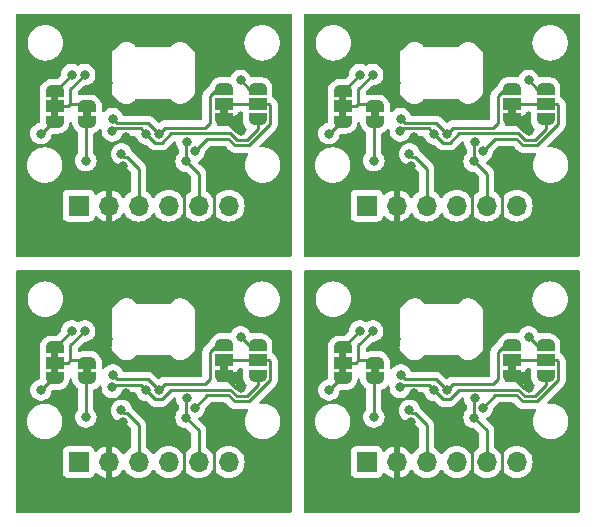
<source format=gbr>
%TF.GenerationSoftware,KiCad,Pcbnew,7.0.2-6a45011f42~172~ubuntu22.04.1*%
%TF.CreationDate,2023-07-04T10:01:32-03:00*%
%TF.ProjectId,TMP117_custom_board_panelize,544d5031-3137-45f6-9375-73746f6d5f62,rev?*%
%TF.SameCoordinates,Original*%
%TF.FileFunction,Copper,L2,Bot*%
%TF.FilePolarity,Positive*%
%FSLAX46Y46*%
G04 Gerber Fmt 4.6, Leading zero omitted, Abs format (unit mm)*
G04 Created by KiCad (PCBNEW 7.0.2-6a45011f42~172~ubuntu22.04.1) date 2023-07-04 10:01:32*
%MOMM*%
%LPD*%
G01*
G04 APERTURE LIST*
G04 Aperture macros list*
%AMFreePoly0*
4,1,19,0.550000,-0.750000,0.000000,-0.750000,0.000000,-0.744911,-0.071157,-0.744911,-0.207708,-0.704816,-0.327430,-0.627875,-0.420627,-0.520320,-0.479746,-0.390866,-0.500000,-0.250000,-0.500000,0.250000,-0.479746,0.390866,-0.420627,0.520320,-0.327430,0.627875,-0.207708,0.704816,-0.071157,0.744911,0.000000,0.744911,0.000000,0.750000,0.550000,0.750000,0.550000,-0.750000,0.550000,-0.750000,
$1*%
%AMFreePoly1*
4,1,19,0.000000,0.744911,0.071157,0.744911,0.207708,0.704816,0.327430,0.627875,0.420627,0.520320,0.479746,0.390866,0.500000,0.250000,0.500000,-0.250000,0.479746,-0.390866,0.420627,-0.520320,0.327430,-0.627875,0.207708,-0.704816,0.071157,-0.744911,0.000000,-0.744911,0.000000,-0.750000,-0.550000,-0.750000,-0.550000,0.750000,0.000000,0.750000,0.000000,0.744911,0.000000,0.744911,
$1*%
%AMFreePoly2*
4,1,19,0.500000,-0.750000,0.000000,-0.750000,0.000000,-0.744911,-0.071157,-0.744911,-0.207708,-0.704816,-0.327430,-0.627875,-0.420627,-0.520320,-0.479746,-0.390866,-0.500000,-0.250000,-0.500000,0.250000,-0.479746,0.390866,-0.420627,0.520320,-0.327430,0.627875,-0.207708,0.704816,-0.071157,0.744911,0.000000,0.744911,0.000000,0.750000,0.500000,0.750000,0.500000,-0.750000,0.500000,-0.750000,
$1*%
%AMFreePoly3*
4,1,19,0.000000,0.744911,0.071157,0.744911,0.207708,0.704816,0.327430,0.627875,0.420627,0.520320,0.479746,0.390866,0.500000,0.250000,0.500000,-0.250000,0.479746,-0.390866,0.420627,-0.520320,0.327430,-0.627875,0.207708,-0.704816,0.071157,-0.744911,0.000000,-0.744911,0.000000,-0.750000,-0.500000,-0.750000,-0.500000,0.750000,0.000000,0.750000,0.000000,0.744911,0.000000,0.744911,
$1*%
G04 Aperture macros list end*
%TA.AperFunction,SMDPad,CuDef*%
%ADD10FreePoly0,270.000000*%
%TD*%
%TA.AperFunction,SMDPad,CuDef*%
%ADD11R,1.500000X1.000000*%
%TD*%
%TA.AperFunction,SMDPad,CuDef*%
%ADD12FreePoly1,270.000000*%
%TD*%
%TA.AperFunction,SMDPad,CuDef*%
%ADD13FreePoly2,90.000000*%
%TD*%
%TA.AperFunction,SMDPad,CuDef*%
%ADD14FreePoly3,90.000000*%
%TD*%
%TA.AperFunction,SMDPad,CuDef*%
%ADD15FreePoly0,90.000000*%
%TD*%
%TA.AperFunction,SMDPad,CuDef*%
%ADD16FreePoly1,90.000000*%
%TD*%
%TA.AperFunction,ComponentPad*%
%ADD17R,1.700000X1.700000*%
%TD*%
%TA.AperFunction,ComponentPad*%
%ADD18O,1.700000X1.700000*%
%TD*%
%TA.AperFunction,ViaPad*%
%ADD19C,0.800000*%
%TD*%
%TA.AperFunction,Conductor*%
%ADD20C,0.250000*%
%TD*%
G04 APERTURE END LIST*
%TA.AperFunction,EtchedComponent*%
%TO.C,PU1*%
G36*
X128221500Y-56672000D02*
G01*
X127621500Y-56672000D01*
X127621500Y-56172000D01*
X128221500Y-56172000D01*
X128221500Y-56672000D01*
G37*
%TD.AperFunction*%
%TA.AperFunction,EtchedComponent*%
G36*
X128221500Y-57942000D02*
G01*
X127621500Y-57942000D01*
X127621500Y-57442000D01*
X128221500Y-57442000D01*
X128221500Y-57942000D01*
G37*
%TD.AperFunction*%
%TA.AperFunction,EtchedComponent*%
%TO.C,LED1*%
G36*
X130964000Y-57972000D02*
G01*
X130364000Y-57972000D01*
X130364000Y-57472000D01*
X130964000Y-57472000D01*
X130964000Y-57972000D01*
G37*
%TD.AperFunction*%
%TA.AperFunction,EtchedComponent*%
%TO.C,AD1*%
G36*
X142564000Y-36068000D02*
G01*
X141964000Y-36068000D01*
X141964000Y-35568000D01*
X142564000Y-35568000D01*
X142564000Y-36068000D01*
G37*
%TD.AperFunction*%
%TA.AperFunction,EtchedComponent*%
G36*
X142564000Y-57772000D02*
G01*
X141964000Y-57772000D01*
X141964000Y-57272000D01*
X142564000Y-57272000D01*
X142564000Y-57772000D01*
G37*
%TD.AperFunction*%
%TA.AperFunction,EtchedComponent*%
%TO.C,PU1*%
G36*
X128221500Y-34968000D02*
G01*
X127621500Y-34968000D01*
X127621500Y-34468000D01*
X128221500Y-34468000D01*
X128221500Y-34968000D01*
G37*
%TD.AperFunction*%
%TA.AperFunction,EtchedComponent*%
G36*
X128221500Y-36238000D02*
G01*
X127621500Y-36238000D01*
X127621500Y-35738000D01*
X128221500Y-35738000D01*
X128221500Y-36238000D01*
G37*
%TD.AperFunction*%
%TA.AperFunction,EtchedComponent*%
%TO.C,LED1*%
G36*
X155348000Y-36268000D02*
G01*
X154748000Y-36268000D01*
X154748000Y-35768000D01*
X155348000Y-35768000D01*
X155348000Y-36268000D01*
G37*
%TD.AperFunction*%
%TA.AperFunction,EtchedComponent*%
G36*
X130964000Y-36268000D02*
G01*
X130364000Y-36268000D01*
X130364000Y-35768000D01*
X130964000Y-35768000D01*
X130964000Y-36268000D01*
G37*
%TD.AperFunction*%
%TA.AperFunction,EtchedComponent*%
%TO.C,AD1*%
G36*
X166948000Y-36068000D02*
G01*
X166348000Y-36068000D01*
X166348000Y-35568000D01*
X166948000Y-35568000D01*
X166948000Y-36068000D01*
G37*
%TD.AperFunction*%
%TA.AperFunction,EtchedComponent*%
G36*
X166948000Y-57772000D02*
G01*
X166348000Y-57772000D01*
X166348000Y-57272000D01*
X166948000Y-57272000D01*
X166948000Y-57772000D01*
G37*
%TD.AperFunction*%
%TA.AperFunction,EtchedComponent*%
%TO.C,PU1*%
G36*
X152605500Y-56672000D02*
G01*
X152005500Y-56672000D01*
X152005500Y-56172000D01*
X152605500Y-56172000D01*
X152605500Y-56672000D01*
G37*
%TD.AperFunction*%
%TA.AperFunction,EtchedComponent*%
G36*
X152605500Y-57942000D02*
G01*
X152005500Y-57942000D01*
X152005500Y-57442000D01*
X152605500Y-57442000D01*
X152605500Y-57942000D01*
G37*
%TD.AperFunction*%
%TA.AperFunction,EtchedComponent*%
G36*
X152605500Y-34968000D02*
G01*
X152005500Y-34968000D01*
X152005500Y-34468000D01*
X152605500Y-34468000D01*
X152605500Y-34968000D01*
G37*
%TD.AperFunction*%
%TA.AperFunction,EtchedComponent*%
G36*
X152605500Y-36238000D02*
G01*
X152005500Y-36238000D01*
X152005500Y-35738000D01*
X152605500Y-35738000D01*
X152605500Y-36238000D01*
G37*
%TD.AperFunction*%
%TA.AperFunction,EtchedComponent*%
%TO.C,LED1*%
G36*
X155348000Y-57972000D02*
G01*
X154748000Y-57972000D01*
X154748000Y-57472000D01*
X155348000Y-57472000D01*
X155348000Y-57972000D01*
G37*
%TD.AperFunction*%
%TD*%
D10*
%TO.P,PU1,1,A*%
%TO.N,Board_2-Net-(PU1-A)*%
X127921500Y-55772000D03*
D11*
%TO.P,PU1,2,C*%
%TO.N,Board_2-VDD*%
X127921500Y-57072000D03*
D12*
%TO.P,PU1,3,B*%
%TO.N,Board_2-Net-(PU1-B)*%
X127921500Y-58372000D03*
%TD*%
D13*
%TO.P,LED1,1,A*%
%TO.N,Board_2-Net-(LED1-A)*%
X130664000Y-58372000D03*
D14*
%TO.P,LED1,2,B*%
%TO.N,Board_2-VDD*%
X130664000Y-57072000D03*
%TD*%
D15*
%TO.P,AD1,1,A*%
%TO.N,Board_0-GND*%
X142264000Y-36468000D03*
D11*
%TO.P,AD1,2,C*%
%TO.N,Board_0-/ADDR*%
X142264000Y-35168000D03*
D16*
%TO.P,AD1,3,B*%
%TO.N,Board_0-/SDA*%
X142264000Y-33868000D03*
%TD*%
D15*
%TO.P,AD1,1,A*%
%TO.N,Board_2-GND*%
X142264000Y-58172000D03*
D11*
%TO.P,AD1,2,C*%
%TO.N,Board_2-/ADDR*%
X142264000Y-56872000D03*
D16*
%TO.P,AD1,3,B*%
%TO.N,Board_2-/SDA*%
X142264000Y-55572000D03*
%TD*%
D10*
%TO.P,PU1,1,A*%
%TO.N,Board_0-Net-(PU1-A)*%
X127921500Y-34068000D03*
D11*
%TO.P,PU1,2,C*%
%TO.N,Board_0-VDD*%
X127921500Y-35368000D03*
D12*
%TO.P,PU1,3,B*%
%TO.N,Board_0-Net-(PU1-B)*%
X127921500Y-36668000D03*
%TD*%
D13*
%TO.P,LED1,1,A*%
%TO.N,Board_1-Net-(LED1-A)*%
X155048000Y-36668000D03*
D14*
%TO.P,LED1,2,B*%
%TO.N,Board_1-VDD*%
X155048000Y-35368000D03*
%TD*%
D15*
%TO.P,AD2,1,A*%
%TO.N,Board_0-/SCL*%
X145106500Y-36468000D03*
D11*
%TO.P,AD2,2,C*%
%TO.N,Board_0-/ADDR*%
X145106500Y-35168000D03*
D16*
%TO.P,AD2,3,B*%
%TO.N,Board_0-Net-(AD2-B)*%
X145106500Y-33868000D03*
%TD*%
D13*
%TO.P,LED1,1,A*%
%TO.N,Board_0-Net-(LED1-A)*%
X130664000Y-36668000D03*
D14*
%TO.P,LED1,2,B*%
%TO.N,Board_0-VDD*%
X130664000Y-35368000D03*
%TD*%
D15*
%TO.P,AD1,1,A*%
%TO.N,Board_1-GND*%
X166648000Y-36468000D03*
D11*
%TO.P,AD1,2,C*%
%TO.N,Board_1-/ADDR*%
X166648000Y-35168000D03*
D16*
%TO.P,AD1,3,B*%
%TO.N,Board_1-/SDA*%
X166648000Y-33868000D03*
%TD*%
D15*
%TO.P,AD1,1,A*%
%TO.N,Board_3-GND*%
X166648000Y-58172000D03*
D11*
%TO.P,AD1,2,C*%
%TO.N,Board_3-/ADDR*%
X166648000Y-56872000D03*
D16*
%TO.P,AD1,3,B*%
%TO.N,Board_3-/SDA*%
X166648000Y-55572000D03*
%TD*%
D15*
%TO.P,AD2,1,A*%
%TO.N,Board_3-/SCL*%
X169490500Y-58172000D03*
D11*
%TO.P,AD2,2,C*%
%TO.N,Board_3-/ADDR*%
X169490500Y-56872000D03*
D16*
%TO.P,AD2,3,B*%
%TO.N,Board_3-Net-(AD2-B)*%
X169490500Y-55572000D03*
%TD*%
D10*
%TO.P,PU1,1,A*%
%TO.N,Board_3-Net-(PU1-A)*%
X152305500Y-55772000D03*
D11*
%TO.P,PU1,2,C*%
%TO.N,Board_3-VDD*%
X152305500Y-57072000D03*
D12*
%TO.P,PU1,3,B*%
%TO.N,Board_3-Net-(PU1-B)*%
X152305500Y-58372000D03*
%TD*%
D15*
%TO.P,AD2,1,A*%
%TO.N,Board_1-/SCL*%
X169490500Y-36468000D03*
D11*
%TO.P,AD2,2,C*%
%TO.N,Board_1-/ADDR*%
X169490500Y-35168000D03*
D16*
%TO.P,AD2,3,B*%
%TO.N,Board_1-Net-(AD2-B)*%
X169490500Y-33868000D03*
%TD*%
D10*
%TO.P,PU1,1,A*%
%TO.N,Board_1-Net-(PU1-A)*%
X152305500Y-34068000D03*
D11*
%TO.P,PU1,2,C*%
%TO.N,Board_1-VDD*%
X152305500Y-35368000D03*
D12*
%TO.P,PU1,3,B*%
%TO.N,Board_1-Net-(PU1-B)*%
X152305500Y-36668000D03*
%TD*%
D13*
%TO.P,LED1,1,A*%
%TO.N,Board_3-Net-(LED1-A)*%
X155048000Y-58372000D03*
D14*
%TO.P,LED1,2,B*%
%TO.N,Board_3-VDD*%
X155048000Y-57072000D03*
%TD*%
D15*
%TO.P,AD2,1,A*%
%TO.N,Board_2-/SCL*%
X145106500Y-58172000D03*
D11*
%TO.P,AD2,2,C*%
%TO.N,Board_2-/ADDR*%
X145106500Y-56872000D03*
D16*
%TO.P,AD2,3,B*%
%TO.N,Board_2-Net-(AD2-B)*%
X145106500Y-55572000D03*
%TD*%
D17*
%TO.P,J1,1,Pin_1*%
%TO.N,Board_0-/ALERT*%
X129958000Y-43764000D03*
D18*
%TO.P,J1,2,Pin_2*%
%TO.N,Board_0-GND*%
X132498000Y-43764000D03*
%TO.P,J1,3,Pin_3*%
%TO.N,Board_0-/SCL*%
X135038000Y-43764000D03*
%TO.P,J1,4,Pin_4*%
%TO.N,Board_0-/SDA*%
X137578000Y-43764000D03*
%TO.P,J1,5,Pin_5*%
%TO.N,Board_0-VDD*%
X140118000Y-43764000D03*
%TO.P,J1,6,Pin_6*%
%TO.N,Board_0-/ADDR*%
X142658000Y-43764000D03*
%TD*%
D17*
%TO.P,J1,1,Pin_1*%
%TO.N,Board_1-/ALERT*%
X154342000Y-43764000D03*
D18*
%TO.P,J1,2,Pin_2*%
%TO.N,Board_1-GND*%
X156882000Y-43764000D03*
%TO.P,J1,3,Pin_3*%
%TO.N,Board_1-/SCL*%
X159422000Y-43764000D03*
%TO.P,J1,4,Pin_4*%
%TO.N,Board_1-/SDA*%
X161962000Y-43764000D03*
%TO.P,J1,5,Pin_5*%
%TO.N,Board_1-VDD*%
X164502000Y-43764000D03*
%TO.P,J1,6,Pin_6*%
%TO.N,Board_1-/ADDR*%
X167042000Y-43764000D03*
%TD*%
D17*
%TO.P,J1,1,Pin_1*%
%TO.N,Board_2-/ALERT*%
X129958000Y-65468000D03*
D18*
%TO.P,J1,2,Pin_2*%
%TO.N,Board_2-GND*%
X132498000Y-65468000D03*
%TO.P,J1,3,Pin_3*%
%TO.N,Board_2-/SCL*%
X135038000Y-65468000D03*
%TO.P,J1,4,Pin_4*%
%TO.N,Board_2-/SDA*%
X137578000Y-65468000D03*
%TO.P,J1,5,Pin_5*%
%TO.N,Board_2-VDD*%
X140118000Y-65468000D03*
%TO.P,J1,6,Pin_6*%
%TO.N,Board_2-/ADDR*%
X142658000Y-65468000D03*
%TD*%
D17*
%TO.P,J1,1,Pin_1*%
%TO.N,Board_3-/ALERT*%
X154342000Y-65468000D03*
D18*
%TO.P,J1,2,Pin_2*%
%TO.N,Board_3-GND*%
X156882000Y-65468000D03*
%TO.P,J1,3,Pin_3*%
%TO.N,Board_3-/SCL*%
X159422000Y-65468000D03*
%TO.P,J1,4,Pin_4*%
%TO.N,Board_3-/SDA*%
X161962000Y-65468000D03*
%TO.P,J1,5,Pin_5*%
%TO.N,Board_3-VDD*%
X164502000Y-65468000D03*
%TO.P,J1,6,Pin_6*%
%TO.N,Board_3-/ADDR*%
X167042000Y-65468000D03*
%TD*%
D19*
%TO.N,Board_3-VDD*%
X154862000Y-54372000D03*
X163435200Y-61721200D03*
X163496575Y-60071725D03*
%TO.N,Board_3-Net-(PU1-B)*%
X151148000Y-59372000D03*
%TO.N,Board_3-Net-(PU1-A)*%
X153748000Y-54372000D03*
%TO.N,Board_3-Net-(LED1-A)*%
X154948000Y-61672000D03*
%TO.N,Board_3-Net-(AD2-B)*%
X168048000Y-54872000D03*
%TO.N,Board_3-GND*%
X156856600Y-55066400D03*
X158380000Y-59647048D03*
X158116650Y-62083650D03*
X163232000Y-67283800D03*
X167677000Y-63270600D03*
X168048000Y-59172000D03*
X164171800Y-57250800D03*
X165767701Y-63727800D03*
%TO.N,Board_3-/SDA*%
X161123800Y-59384400D03*
X157220800Y-58097202D03*
%TO.N,Board_3-/SCL*%
X157959690Y-61096548D03*
X160073769Y-59409829D03*
X157186800Y-59155800D03*
%TO.N,Board_3-/ADDR*%
X164159700Y-60857600D03*
%TO.N,Board_2-VDD*%
X139051200Y-61721200D03*
X130478000Y-54372000D03*
X139112575Y-60071725D03*
%TO.N,Board_2-Net-(PU1-B)*%
X126764000Y-59372000D03*
%TO.N,Board_2-Net-(PU1-A)*%
X129364000Y-54372000D03*
%TO.N,Board_2-Net-(LED1-A)*%
X130564000Y-61672000D03*
%TO.N,Board_2-Net-(AD2-B)*%
X143664000Y-54872000D03*
%TO.N,Board_2-GND*%
X133732650Y-62083650D03*
X143293000Y-63270600D03*
X133996000Y-59647048D03*
X143664000Y-59172000D03*
X132472600Y-55066400D03*
X138848000Y-67283800D03*
X139787800Y-57250800D03*
X141383701Y-63727800D03*
%TO.N,Board_2-/SDA*%
X132836800Y-58097202D03*
X136739800Y-59384400D03*
%TO.N,Board_2-/SCL*%
X133575690Y-61096548D03*
X132802800Y-59155800D03*
X135689769Y-59409829D03*
%TO.N,Board_2-/ADDR*%
X139775700Y-60857600D03*
%TO.N,Board_1-VDD*%
X163496575Y-38367725D03*
X163435200Y-40017200D03*
X154862000Y-32668000D03*
%TO.N,Board_1-Net-(PU1-B)*%
X151148000Y-37668000D03*
%TO.N,Board_1-Net-(PU1-A)*%
X153748000Y-32668000D03*
%TO.N,Board_1-Net-(LED1-A)*%
X154948000Y-39968000D03*
%TO.N,Board_1-Net-(AD2-B)*%
X168048000Y-33168000D03*
%TO.N,Board_1-GND*%
X167677000Y-41566600D03*
X163232000Y-45579800D03*
X158380000Y-37943048D03*
X168048000Y-37468000D03*
X165767701Y-42023800D03*
X158116650Y-40379650D03*
X156856600Y-33362400D03*
X164171800Y-35546800D03*
%TO.N,Board_1-/SDA*%
X157220800Y-36393202D03*
X161123800Y-37680400D03*
%TO.N,Board_1-/SCL*%
X157959690Y-39392548D03*
X160073769Y-37705829D03*
X157186800Y-37451800D03*
%TO.N,Board_1-/ADDR*%
X164159700Y-39153600D03*
%TO.N,Board_0-VDD*%
X139112575Y-38367725D03*
X139051200Y-40017200D03*
X130478000Y-32668000D03*
%TO.N,Board_0-Net-(PU1-B)*%
X126764000Y-37668000D03*
%TO.N,Board_0-Net-(PU1-A)*%
X129364000Y-32668000D03*
%TO.N,Board_0-Net-(LED1-A)*%
X130564000Y-39968000D03*
%TO.N,Board_0-Net-(AD2-B)*%
X143664000Y-33168000D03*
%TO.N,Board_0-GND*%
X143293000Y-41566600D03*
X138848000Y-45579800D03*
X139787800Y-35546800D03*
X141383701Y-42023800D03*
X133732650Y-40379650D03*
X143664000Y-37468000D03*
X132472600Y-33362400D03*
X133996000Y-37943048D03*
%TO.N,Board_0-/SDA*%
X136739800Y-37680400D03*
X132836800Y-36393202D03*
%TO.N,Board_0-/SCL*%
X132802800Y-37451800D03*
X133575690Y-39392548D03*
X135689769Y-37705829D03*
%TO.N,Board_0-/ADDR*%
X139775700Y-39153600D03*
%TD*%
D20*
%TO.N,Board_3-VDD*%
X164502000Y-62788000D02*
X164502000Y-65468000D01*
X153648000Y-55572000D02*
X153648000Y-56872000D01*
X153448000Y-57072000D02*
X152305500Y-57072000D01*
X154848000Y-56872000D02*
X155048000Y-57072000D01*
X153648000Y-56872000D02*
X154848000Y-56872000D01*
X163435200Y-61721200D02*
X164502000Y-62788000D01*
X153648000Y-56872000D02*
X153448000Y-57072000D01*
X154862000Y-54372000D02*
X154848000Y-54372000D01*
X154848000Y-54372000D02*
X153648000Y-55572000D01*
X163435200Y-60133100D02*
X163435200Y-61721200D01*
X163496575Y-60071725D02*
X163435200Y-60133100D01*
%TO.N,Board_3-Net-(PU1-B)*%
X152148000Y-58372000D02*
X152305500Y-58372000D01*
X151148000Y-59372000D02*
X152148000Y-58372000D01*
%TO.N,Board_3-Net-(PU1-A)*%
X152305500Y-55772000D02*
X152348000Y-55772000D01*
X152348000Y-55772000D02*
X153748000Y-54372000D01*
%TO.N,Board_3-Net-(LED1-A)*%
X154948000Y-61672000D02*
X154948000Y-58472000D01*
X154948000Y-58472000D02*
X155048000Y-58372000D01*
%TO.N,Board_3-Net-(AD2-B)*%
X169490500Y-55572000D02*
X168748000Y-55572000D01*
X168748000Y-55572000D02*
X168048000Y-54872000D01*
%TO.N,Board_3-GND*%
X163232000Y-64312000D02*
X163232000Y-67283800D01*
X165772000Y-64261200D02*
X165772000Y-64261200D01*
X156882000Y-67614000D02*
X157136000Y-67868000D01*
X165060800Y-67868000D02*
X163232000Y-67868000D01*
X167648000Y-59172000D02*
X166648000Y-58172000D01*
X166762600Y-63270600D02*
X167677000Y-63270600D01*
X156882000Y-63318300D02*
X156882000Y-65468000D01*
X163232000Y-67868000D02*
X163232000Y-67283800D01*
X165772000Y-63732099D02*
X165772000Y-67156800D01*
X156882000Y-65468000D02*
X156882000Y-67614000D01*
X166305400Y-63727800D02*
X166762600Y-63270600D01*
X165772000Y-67156800D02*
X165060800Y-67868000D01*
X165767701Y-63727800D02*
X165772000Y-63732099D01*
X168048000Y-59172000D02*
X167648000Y-59172000D01*
X158380000Y-59647048D02*
X158567048Y-59647048D01*
X158116650Y-62083650D02*
X156882000Y-63318300D01*
X157136000Y-67868000D02*
X163232000Y-67868000D01*
X165767701Y-63727800D02*
X166305400Y-63727800D01*
X158567048Y-59647048D02*
X163232000Y-64312000D01*
%TO.N,Board_3-/SDA*%
X161636200Y-58872000D02*
X161123800Y-59384400D01*
X166648000Y-55572000D02*
X166048000Y-55572000D01*
X166048000Y-55572000D02*
X165448000Y-56172000D01*
X160211448Y-58472048D02*
X157595646Y-58472048D01*
X165448000Y-56172000D02*
X165448000Y-58472000D01*
X157595646Y-58472048D02*
X157220800Y-58097202D01*
X165048000Y-58872000D02*
X161636200Y-58872000D01*
X161123800Y-59384400D02*
X160211448Y-58472048D01*
X165448000Y-58472000D02*
X165048000Y-58872000D01*
%TO.N,Board_3-/SCL*%
X161361705Y-60171800D02*
X162186780Y-59346725D01*
X158416955Y-61358650D02*
X159422000Y-62363695D01*
X168586604Y-59897000D02*
X169490500Y-58993104D01*
X159422000Y-62363695D02*
X159422000Y-65468000D01*
X159585988Y-58922048D02*
X157420552Y-58922048D01*
X167186329Y-59346725D02*
X167736604Y-59897000D01*
X160073769Y-59409829D02*
X160835740Y-60171800D01*
X160073769Y-59409829D02*
X159585988Y-58922048D01*
X162186780Y-59346725D02*
X167186329Y-59346725D01*
X157420552Y-58922048D02*
X157186800Y-59155800D01*
X160835740Y-60171800D02*
X161361705Y-60171800D01*
X158221792Y-61358650D02*
X158416955Y-61358650D01*
X169490500Y-58993104D02*
X169490500Y-58172000D01*
X157959690Y-61096548D02*
X158221792Y-61358650D01*
X167736604Y-59897000D02*
X168586604Y-59897000D01*
%TO.N,Board_3-/ADDR*%
X165220575Y-59796725D02*
X166999933Y-59796725D01*
X167550208Y-60347000D02*
X168773000Y-60347000D01*
X170565500Y-58554500D02*
X170565500Y-56947000D01*
X168773000Y-60347000D02*
X170565500Y-58554500D01*
X170490500Y-56872000D02*
X169490500Y-56872000D01*
X166648000Y-56872000D02*
X169490500Y-56872000D01*
X166999933Y-59796725D02*
X167550208Y-60347000D01*
X164159700Y-60857600D02*
X165220575Y-59796725D01*
X170565500Y-56947000D02*
X170490500Y-56872000D01*
%TO.N,Board_2-VDD*%
X130478000Y-54372000D02*
X130464000Y-54372000D01*
X129264000Y-55572000D02*
X129264000Y-56872000D01*
X129264000Y-56872000D02*
X129064000Y-57072000D01*
X129064000Y-57072000D02*
X127921500Y-57072000D01*
X129264000Y-56872000D02*
X130464000Y-56872000D01*
X130464000Y-54372000D02*
X129264000Y-55572000D01*
X130464000Y-56872000D02*
X130664000Y-57072000D01*
X139051200Y-60133100D02*
X139051200Y-61721200D01*
X139112575Y-60071725D02*
X139051200Y-60133100D01*
X140118000Y-62788000D02*
X140118000Y-65468000D01*
X139051200Y-61721200D02*
X140118000Y-62788000D01*
%TO.N,Board_2-Net-(PU1-B)*%
X126764000Y-59372000D02*
X127764000Y-58372000D01*
X127764000Y-58372000D02*
X127921500Y-58372000D01*
%TO.N,Board_2-Net-(PU1-A)*%
X127964000Y-55772000D02*
X129364000Y-54372000D01*
X127921500Y-55772000D02*
X127964000Y-55772000D01*
%TO.N,Board_2-Net-(LED1-A)*%
X130564000Y-58472000D02*
X130664000Y-58372000D01*
X130564000Y-61672000D02*
X130564000Y-58472000D01*
%TO.N,Board_2-Net-(AD2-B)*%
X145106500Y-55572000D02*
X144364000Y-55572000D01*
X144364000Y-55572000D02*
X143664000Y-54872000D01*
%TO.N,Board_2-GND*%
X140676800Y-67868000D02*
X138848000Y-67868000D01*
X132752000Y-67868000D02*
X138848000Y-67868000D01*
X133996000Y-59647048D02*
X134183048Y-59647048D01*
X141383701Y-63727800D02*
X141388000Y-63732099D01*
X143664000Y-59172000D02*
X143264000Y-59172000D01*
X143264000Y-59172000D02*
X142264000Y-58172000D01*
X132498000Y-63318300D02*
X132498000Y-65468000D01*
X134183048Y-59647048D02*
X138848000Y-64312000D01*
X141921400Y-63727800D02*
X142378600Y-63270600D01*
X132498000Y-67614000D02*
X132752000Y-67868000D01*
X141383701Y-63727800D02*
X141921400Y-63727800D01*
X138848000Y-64312000D02*
X138848000Y-67283800D01*
X132498000Y-65468000D02*
X132498000Y-67614000D01*
X141388000Y-63732099D02*
X141388000Y-67156800D01*
X142378600Y-63270600D02*
X143293000Y-63270600D01*
X133732650Y-62083650D02*
X132498000Y-63318300D01*
X141388000Y-67156800D02*
X140676800Y-67868000D01*
X141388000Y-64261200D02*
X141388000Y-64261200D01*
X138848000Y-67868000D02*
X138848000Y-67283800D01*
%TO.N,Board_2-/SDA*%
X133211646Y-58472048D02*
X132836800Y-58097202D01*
X141064000Y-58472000D02*
X140664000Y-58872000D01*
X137252200Y-58872000D02*
X136739800Y-59384400D01*
X141064000Y-56172000D02*
X141064000Y-58472000D01*
X142264000Y-55572000D02*
X141664000Y-55572000D01*
X135827448Y-58472048D02*
X133211646Y-58472048D01*
X141664000Y-55572000D02*
X141064000Y-56172000D01*
X140664000Y-58872000D02*
X137252200Y-58872000D01*
X136739800Y-59384400D02*
X135827448Y-58472048D01*
%TO.N,Board_2-/SCL*%
X134032955Y-61358650D02*
X135038000Y-62363695D01*
X135689769Y-59409829D02*
X135201988Y-58922048D01*
X145106500Y-58993104D02*
X145106500Y-58172000D01*
X135201988Y-58922048D02*
X133036552Y-58922048D01*
X133036552Y-58922048D02*
X132802800Y-59155800D01*
X135689769Y-59409829D02*
X136451740Y-60171800D01*
X144202604Y-59897000D02*
X145106500Y-58993104D01*
X142802329Y-59346725D02*
X143352604Y-59897000D01*
X133837792Y-61358650D02*
X134032955Y-61358650D01*
X136451740Y-60171800D02*
X136977705Y-60171800D01*
X143352604Y-59897000D02*
X144202604Y-59897000D01*
X136977705Y-60171800D02*
X137802780Y-59346725D01*
X133575690Y-61096548D02*
X133837792Y-61358650D01*
X135038000Y-62363695D02*
X135038000Y-65468000D01*
X137802780Y-59346725D02*
X142802329Y-59346725D01*
%TO.N,Board_2-/ADDR*%
X144389000Y-60347000D02*
X146181500Y-58554500D01*
X146106500Y-56872000D02*
X145106500Y-56872000D01*
X139775700Y-60857600D02*
X140836575Y-59796725D01*
X142615933Y-59796725D02*
X143166208Y-60347000D01*
X146181500Y-58554500D02*
X146181500Y-56947000D01*
X140836575Y-59796725D02*
X142615933Y-59796725D01*
X143166208Y-60347000D02*
X144389000Y-60347000D01*
X146181500Y-56947000D02*
X146106500Y-56872000D01*
X142264000Y-56872000D02*
X145106500Y-56872000D01*
%TO.N,Board_1-VDD*%
X163496575Y-38367725D02*
X163435200Y-38429100D01*
X154848000Y-35168000D02*
X155048000Y-35368000D01*
X153648000Y-35168000D02*
X154848000Y-35168000D01*
X163435200Y-40017200D02*
X164502000Y-41084000D01*
X153448000Y-35368000D02*
X152305500Y-35368000D01*
X154848000Y-32668000D02*
X153648000Y-33868000D01*
X163435200Y-38429100D02*
X163435200Y-40017200D01*
X153648000Y-33868000D02*
X153648000Y-35168000D01*
X164502000Y-41084000D02*
X164502000Y-43764000D01*
X154862000Y-32668000D02*
X154848000Y-32668000D01*
X153648000Y-35168000D02*
X153448000Y-35368000D01*
%TO.N,Board_1-Net-(PU1-B)*%
X152148000Y-36668000D02*
X152305500Y-36668000D01*
X151148000Y-37668000D02*
X152148000Y-36668000D01*
%TO.N,Board_1-Net-(PU1-A)*%
X152348000Y-34068000D02*
X153748000Y-32668000D01*
X152305500Y-34068000D02*
X152348000Y-34068000D01*
%TO.N,Board_1-Net-(LED1-A)*%
X154948000Y-36768000D02*
X155048000Y-36668000D01*
X154948000Y-39968000D02*
X154948000Y-36768000D01*
%TO.N,Board_1-Net-(AD2-B)*%
X168748000Y-33868000D02*
X168048000Y-33168000D01*
X169490500Y-33868000D02*
X168748000Y-33868000D01*
%TO.N,Board_1-GND*%
X157136000Y-46164000D02*
X163232000Y-46164000D01*
X163232000Y-42608000D02*
X163232000Y-45579800D01*
X165767701Y-42023800D02*
X166305400Y-42023800D01*
X165767701Y-42023800D02*
X165772000Y-42028099D01*
X165772000Y-42028099D02*
X165772000Y-45452800D01*
X166762600Y-41566600D02*
X167677000Y-41566600D01*
X163232000Y-46164000D02*
X163232000Y-45579800D01*
X156882000Y-43764000D02*
X156882000Y-45910000D01*
X165060800Y-46164000D02*
X163232000Y-46164000D01*
X165772000Y-45452800D02*
X165060800Y-46164000D01*
X166305400Y-42023800D02*
X166762600Y-41566600D01*
X168048000Y-37468000D02*
X167648000Y-37468000D01*
X167648000Y-37468000D02*
X166648000Y-36468000D01*
X156882000Y-41614300D02*
X156882000Y-43764000D01*
X158380000Y-37943048D02*
X158567048Y-37943048D01*
X165772000Y-42557200D02*
X165772000Y-42557200D01*
X158567048Y-37943048D02*
X163232000Y-42608000D01*
X156882000Y-45910000D02*
X157136000Y-46164000D01*
X158116650Y-40379650D02*
X156882000Y-41614300D01*
%TO.N,Board_1-/SDA*%
X166648000Y-33868000D02*
X166048000Y-33868000D01*
X161123800Y-37680400D02*
X160211448Y-36768048D01*
X157595646Y-36768048D02*
X157220800Y-36393202D01*
X165448000Y-36768000D02*
X165048000Y-37168000D01*
X161636200Y-37168000D02*
X161123800Y-37680400D01*
X160211448Y-36768048D02*
X157595646Y-36768048D01*
X166048000Y-33868000D02*
X165448000Y-34468000D01*
X165448000Y-34468000D02*
X165448000Y-36768000D01*
X165048000Y-37168000D02*
X161636200Y-37168000D01*
%TO.N,Board_1-/SCL*%
X160835740Y-38467800D02*
X161361705Y-38467800D01*
X169490500Y-37289104D02*
X169490500Y-36468000D01*
X167736604Y-38193000D02*
X168586604Y-38193000D01*
X157959690Y-39392548D02*
X158221792Y-39654650D01*
X159585988Y-37218048D02*
X157420552Y-37218048D01*
X161361705Y-38467800D02*
X162186780Y-37642725D01*
X160073769Y-37705829D02*
X159585988Y-37218048D01*
X159422000Y-40659695D02*
X159422000Y-43764000D01*
X157420552Y-37218048D02*
X157186800Y-37451800D01*
X158221792Y-39654650D02*
X158416955Y-39654650D01*
X167186329Y-37642725D02*
X167736604Y-38193000D01*
X162186780Y-37642725D02*
X167186329Y-37642725D01*
X158416955Y-39654650D02*
X159422000Y-40659695D01*
X168586604Y-38193000D02*
X169490500Y-37289104D01*
X160073769Y-37705829D02*
X160835740Y-38467800D01*
%TO.N,Board_1-/ADDR*%
X164159700Y-39153600D02*
X165220575Y-38092725D01*
X166648000Y-35168000D02*
X169490500Y-35168000D01*
X170565500Y-35243000D02*
X170490500Y-35168000D01*
X170565500Y-36850500D02*
X170565500Y-35243000D01*
X166999933Y-38092725D02*
X167550208Y-38643000D01*
X167550208Y-38643000D02*
X168773000Y-38643000D01*
X165220575Y-38092725D02*
X166999933Y-38092725D01*
X168773000Y-38643000D02*
X170565500Y-36850500D01*
X170490500Y-35168000D02*
X169490500Y-35168000D01*
%TO.N,Board_0-VDD*%
X129264000Y-33868000D02*
X129264000Y-35168000D01*
X140118000Y-41084000D02*
X140118000Y-43764000D01*
X139051200Y-40017200D02*
X140118000Y-41084000D01*
X130464000Y-32668000D02*
X129264000Y-33868000D01*
X139112575Y-38367725D02*
X139051200Y-38429100D01*
X129264000Y-35168000D02*
X130464000Y-35168000D01*
X139051200Y-38429100D02*
X139051200Y-40017200D01*
X130464000Y-35168000D02*
X130664000Y-35368000D01*
X129064000Y-35368000D02*
X127921500Y-35368000D01*
X129264000Y-35168000D02*
X129064000Y-35368000D01*
X130478000Y-32668000D02*
X130464000Y-32668000D01*
%TO.N,Board_0-Net-(PU1-B)*%
X126764000Y-37668000D02*
X127764000Y-36668000D01*
X127764000Y-36668000D02*
X127921500Y-36668000D01*
%TO.N,Board_0-Net-(PU1-A)*%
X127964000Y-34068000D02*
X129364000Y-32668000D01*
X127921500Y-34068000D02*
X127964000Y-34068000D01*
%TO.N,Board_0-Net-(LED1-A)*%
X130564000Y-39968000D02*
X130564000Y-36768000D01*
X130564000Y-36768000D02*
X130664000Y-36668000D01*
%TO.N,Board_0-Net-(AD2-B)*%
X145106500Y-33868000D02*
X144364000Y-33868000D01*
X144364000Y-33868000D02*
X143664000Y-33168000D01*
%TO.N,Board_0-GND*%
X143264000Y-37468000D02*
X142264000Y-36468000D01*
X132498000Y-43764000D02*
X132498000Y-45910000D01*
X138848000Y-46164000D02*
X138848000Y-45579800D01*
X133996000Y-37943048D02*
X134183048Y-37943048D01*
X132498000Y-45910000D02*
X132752000Y-46164000D01*
X143664000Y-37468000D02*
X143264000Y-37468000D01*
X132498000Y-41614300D02*
X132498000Y-43764000D01*
X141388000Y-42028099D02*
X141388000Y-45452800D01*
X140676800Y-46164000D02*
X138848000Y-46164000D01*
X134183048Y-37943048D02*
X138848000Y-42608000D01*
X141383701Y-42023800D02*
X141388000Y-42028099D01*
X133732650Y-40379650D02*
X132498000Y-41614300D01*
X141383701Y-42023800D02*
X141921400Y-42023800D01*
X132752000Y-46164000D02*
X138848000Y-46164000D01*
X141388000Y-42557200D02*
X141388000Y-42557200D01*
X141921400Y-42023800D02*
X142378600Y-41566600D01*
X138848000Y-42608000D02*
X138848000Y-45579800D01*
X141388000Y-45452800D02*
X140676800Y-46164000D01*
X142378600Y-41566600D02*
X143293000Y-41566600D01*
%TO.N,Board_0-/SDA*%
X137252200Y-37168000D02*
X136739800Y-37680400D01*
X136739800Y-37680400D02*
X135827448Y-36768048D01*
X141064000Y-36768000D02*
X140664000Y-37168000D01*
X135827448Y-36768048D02*
X133211646Y-36768048D01*
X141064000Y-34468000D02*
X141064000Y-36768000D01*
X133211646Y-36768048D02*
X132836800Y-36393202D01*
X141664000Y-33868000D02*
X141064000Y-34468000D01*
X142264000Y-33868000D02*
X141664000Y-33868000D01*
X140664000Y-37168000D02*
X137252200Y-37168000D01*
%TO.N,Board_0-/SCL*%
X135689769Y-37705829D02*
X135201988Y-37218048D01*
X144202604Y-38193000D02*
X145106500Y-37289104D01*
X145106500Y-37289104D02*
X145106500Y-36468000D01*
X142802329Y-37642725D02*
X143352604Y-38193000D01*
X133837792Y-39654650D02*
X134032955Y-39654650D01*
X134032955Y-39654650D02*
X135038000Y-40659695D01*
X133575690Y-39392548D02*
X133837792Y-39654650D01*
X133036552Y-37218048D02*
X132802800Y-37451800D01*
X136451740Y-38467800D02*
X136977705Y-38467800D01*
X135038000Y-40659695D02*
X135038000Y-43764000D01*
X135201988Y-37218048D02*
X133036552Y-37218048D01*
X136977705Y-38467800D02*
X137802780Y-37642725D01*
X143352604Y-38193000D02*
X144202604Y-38193000D01*
X135689769Y-37705829D02*
X136451740Y-38467800D01*
X137802780Y-37642725D02*
X142802329Y-37642725D01*
%TO.N,Board_0-/ADDR*%
X143166208Y-38643000D02*
X144389000Y-38643000D01*
X142264000Y-35168000D02*
X145106500Y-35168000D01*
X140836575Y-38092725D02*
X142615933Y-38092725D01*
X144389000Y-38643000D02*
X146181500Y-36850500D01*
X146106500Y-35168000D02*
X145106500Y-35168000D01*
X146181500Y-35243000D02*
X146106500Y-35168000D01*
X139775700Y-39153600D02*
X140836575Y-38092725D01*
X142615933Y-38092725D02*
X143166208Y-38643000D01*
X146181500Y-36850500D02*
X146181500Y-35243000D01*
%TD*%
%TA.AperFunction,Conductor*%
%TO.N,Board_3-GND*%
G36*
X168177892Y-57517185D02*
G01*
X168223647Y-57569989D01*
X168234853Y-57621500D01*
X168234853Y-57621999D01*
X168234853Y-57622000D01*
X168234853Y-58243889D01*
X168239673Y-58277413D01*
X168255335Y-58386346D01*
X168295841Y-58524299D01*
X168298821Y-58530824D01*
X168355629Y-58655216D01*
X168433361Y-58776170D01*
X168433364Y-58776174D01*
X168434778Y-58777806D01*
X168434783Y-58777812D01*
X168533421Y-58891646D01*
X168532241Y-58892668D01*
X168564629Y-58943068D01*
X168564627Y-59012938D01*
X168533332Y-59065680D01*
X168363832Y-59235181D01*
X168302509Y-59268666D01*
X168276151Y-59271500D01*
X168047057Y-59271500D01*
X167980018Y-59251815D01*
X167959376Y-59235181D01*
X167687131Y-58962936D01*
X167674235Y-58946838D01*
X167623104Y-58898823D01*
X167620307Y-58896112D01*
X167603556Y-58879361D01*
X167603556Y-58879360D01*
X167600800Y-58876605D01*
X167597619Y-58874137D01*
X167588751Y-58866562D01*
X167556911Y-58836663D01*
X167539353Y-58827010D01*
X167523093Y-58816329D01*
X167507265Y-58804052D01*
X167467180Y-58786705D01*
X167456690Y-58781566D01*
X167418420Y-58760527D01*
X167399020Y-58755546D01*
X167380613Y-58749244D01*
X167362226Y-58741287D01*
X167319087Y-58734454D01*
X167307653Y-58732086D01*
X167265348Y-58721225D01*
X167245313Y-58721225D01*
X167225915Y-58719698D01*
X167218491Y-58718522D01*
X167206134Y-58716565D01*
X167206133Y-58716565D01*
X167173080Y-58719689D01*
X167162654Y-58720675D01*
X167150985Y-58721225D01*
X166189658Y-58721225D01*
X166122619Y-58701540D01*
X166076864Y-58648736D01*
X166066920Y-58579578D01*
X166069554Y-58566385D01*
X166073500Y-58551019D01*
X166073500Y-58530983D01*
X166075027Y-58511584D01*
X166075142Y-58510856D01*
X166078160Y-58491804D01*
X166074050Y-58448324D01*
X166073500Y-58436655D01*
X166073500Y-57996499D01*
X166093185Y-57929460D01*
X166145989Y-57883705D01*
X166197500Y-57872499D01*
X167442561Y-57872499D01*
X167445872Y-57872499D01*
X167505483Y-57866091D01*
X167640331Y-57815796D01*
X167755546Y-57729546D01*
X167841796Y-57614331D01*
X167855284Y-57578166D01*
X167897155Y-57522233D01*
X167962620Y-57497816D01*
X167971466Y-57497500D01*
X168110853Y-57497500D01*
X168177892Y-57517185D01*
G37*
%TD.AperFunction*%
%TA.AperFunction,Conductor*%
G36*
X172319039Y-49231685D02*
G01*
X172364794Y-49284489D01*
X172376000Y-49336000D01*
X172376000Y-69662000D01*
X172356315Y-69729039D01*
X172303511Y-69774794D01*
X172252000Y-69786000D01*
X149132000Y-69786000D01*
X149064961Y-69766315D01*
X149019206Y-69713511D01*
X149008000Y-69662000D01*
X149008000Y-62051730D01*
X149960646Y-62051730D01*
X149961653Y-62072045D01*
X149961805Y-62078181D01*
X149961805Y-62098537D01*
X149962117Y-62100709D01*
X149963260Y-62123766D01*
X149963163Y-62125965D01*
X149965174Y-62146229D01*
X149965628Y-62152327D01*
X149966636Y-62172657D01*
X149967055Y-62174809D01*
X149969335Y-62197783D01*
X149969347Y-62199972D01*
X149972357Y-62220105D01*
X149973113Y-62226188D01*
X149975123Y-62246439D01*
X149975648Y-62248568D01*
X149979062Y-62271399D01*
X149979183Y-62273590D01*
X149983189Y-62293576D01*
X149984243Y-62299603D01*
X149987250Y-62319710D01*
X149987880Y-62321811D01*
X149992419Y-62344448D01*
X149992648Y-62346635D01*
X149997629Y-62366359D01*
X149998980Y-62372327D01*
X150002987Y-62392301D01*
X150003717Y-62394361D01*
X150009372Y-62416750D01*
X150009708Y-62418913D01*
X150015663Y-62438384D01*
X150017310Y-62444285D01*
X150022296Y-62464026D01*
X150023126Y-62466045D01*
X150029882Y-62488129D01*
X150030327Y-62490284D01*
X150034878Y-62502895D01*
X150037227Y-62509405D01*
X150039165Y-62515222D01*
X150045121Y-62534694D01*
X150046056Y-62536682D01*
X150053895Y-62558404D01*
X150054444Y-62560527D01*
X150062289Y-62579303D01*
X150064512Y-62585016D01*
X150071422Y-62604163D01*
X150072450Y-62606095D01*
X150081355Y-62627408D01*
X150082005Y-62629491D01*
X150090764Y-62647846D01*
X150093265Y-62653437D01*
X150101122Y-62672238D01*
X150102242Y-62674113D01*
X150112188Y-62694953D01*
X150112946Y-62697018D01*
X150122606Y-62714924D01*
X150125381Y-62720386D01*
X150134150Y-62738759D01*
X150135365Y-62740582D01*
X150146329Y-62760904D01*
X150147186Y-62762922D01*
X150157732Y-62780350D01*
X150160775Y-62785673D01*
X150170429Y-62803567D01*
X150171735Y-62805331D01*
X150183694Y-62825093D01*
X150184645Y-62827057D01*
X150184647Y-62827060D01*
X150184649Y-62827064D01*
X150196046Y-62843952D01*
X150199335Y-62849095D01*
X150209870Y-62866504D01*
X150211258Y-62868196D01*
X150224182Y-62887344D01*
X150225235Y-62889270D01*
X150237449Y-62905566D01*
X150240983Y-62910533D01*
X150247103Y-62919600D01*
X150252377Y-62927415D01*
X150253848Y-62929037D01*
X150267696Y-62947514D01*
X150268844Y-62949386D01*
X150281845Y-62965054D01*
X150285633Y-62969856D01*
X150297841Y-62986146D01*
X150299375Y-62987678D01*
X150314143Y-63005475D01*
X150315375Y-63007280D01*
X150329138Y-63022289D01*
X150333167Y-63026907D01*
X150346151Y-63042554D01*
X150347775Y-63044023D01*
X150363392Y-63061054D01*
X150364720Y-63062805D01*
X150379187Y-63077094D01*
X150383444Y-63081512D01*
X150397197Y-63096510D01*
X150398893Y-63097898D01*
X150415334Y-63114137D01*
X150416734Y-63115805D01*
X150431910Y-63129379D01*
X150436376Y-63133577D01*
X150450858Y-63147881D01*
X150452606Y-63149173D01*
X150469832Y-63164580D01*
X150471317Y-63166181D01*
X150471321Y-63166185D01*
X150487118Y-63178966D01*
X150491787Y-63182939D01*
X150498325Y-63188786D01*
X150506970Y-63196519D01*
X150506972Y-63196520D01*
X150506973Y-63196521D01*
X150508802Y-63197738D01*
X150526763Y-63212272D01*
X150528321Y-63213794D01*
X150544746Y-63225789D01*
X150549610Y-63229529D01*
X150565439Y-63242336D01*
X150567312Y-63243452D01*
X150585977Y-63257084D01*
X150587609Y-63258527D01*
X150604617Y-63269702D01*
X150609643Y-63273185D01*
X150626092Y-63285198D01*
X150628020Y-63286221D01*
X150647333Y-63298910D01*
X150649050Y-63300284D01*
X150659558Y-63306466D01*
X150666594Y-63310606D01*
X150671800Y-63313845D01*
X150679167Y-63318686D01*
X150688792Y-63325011D01*
X150690765Y-63325936D01*
X150710690Y-63337659D01*
X150712458Y-63338935D01*
X150712460Y-63338936D01*
X150730480Y-63348372D01*
X150735843Y-63351351D01*
X150753393Y-63361677D01*
X150755401Y-63362500D01*
X150775882Y-63373223D01*
X150777719Y-63374415D01*
X150777724Y-63374418D01*
X150796187Y-63382949D01*
X150801667Y-63385647D01*
X150819711Y-63395096D01*
X150821777Y-63395825D01*
X150842750Y-63405518D01*
X150844645Y-63406619D01*
X150844650Y-63406621D01*
X150863528Y-63414236D01*
X150869138Y-63416661D01*
X150887619Y-63425202D01*
X150887621Y-63425202D01*
X150887622Y-63425203D01*
X150889705Y-63425825D01*
X150911143Y-63434472D01*
X150913080Y-63435473D01*
X150932346Y-63442157D01*
X150938026Y-63444286D01*
X150956922Y-63451909D01*
X150959035Y-63452427D01*
X150980865Y-63460000D01*
X150982859Y-63460908D01*
X150989998Y-63462995D01*
X151002394Y-63466621D01*
X151008217Y-63468480D01*
X151027459Y-63475156D01*
X151029604Y-63475571D01*
X151051785Y-63482057D01*
X151053823Y-63482866D01*
X151058294Y-63483936D01*
X151073616Y-63487605D01*
X151079539Y-63489178D01*
X151099059Y-63494887D01*
X151101234Y-63495197D01*
X151123703Y-63500577D01*
X151125765Y-63501280D01*
X151145796Y-63505040D01*
X151151745Y-63506310D01*
X151166442Y-63509829D01*
X151171558Y-63511054D01*
X151171559Y-63511054D01*
X151171563Y-63511055D01*
X151173721Y-63511254D01*
X151196454Y-63515520D01*
X151198555Y-63516122D01*
X151218734Y-63518884D01*
X151224746Y-63519859D01*
X151244754Y-63523615D01*
X151246943Y-63523708D01*
X151269855Y-63526846D01*
X151271966Y-63527339D01*
X151292234Y-63529097D01*
X151298332Y-63529779D01*
X151318503Y-63532541D01*
X151320678Y-63532526D01*
X151343712Y-63534525D01*
X151345857Y-63534916D01*
X151366211Y-63535671D01*
X151372293Y-63536047D01*
X151392579Y-63537809D01*
X151394760Y-63537686D01*
X151417860Y-63538543D01*
X151420027Y-63538828D01*
X151420029Y-63538827D01*
X151420030Y-63538828D01*
X151423177Y-63538789D01*
X151440375Y-63538576D01*
X151446494Y-63538650D01*
X151466839Y-63539406D01*
X151468996Y-63539176D01*
X151492113Y-63538890D01*
X151494294Y-63539067D01*
X151514603Y-63537808D01*
X151520725Y-63537581D01*
X151541084Y-63537330D01*
X151543232Y-63536993D01*
X151566317Y-63535564D01*
X151568490Y-63535633D01*
X151588718Y-63533371D01*
X151594815Y-63532842D01*
X151615131Y-63531585D01*
X151617259Y-63531143D01*
X151640249Y-63528573D01*
X151642426Y-63528534D01*
X151662552Y-63525269D01*
X151668555Y-63524448D01*
X151688807Y-63522185D01*
X151690913Y-63521637D01*
X151713743Y-63517934D01*
X151715917Y-63517788D01*
X151735830Y-63513537D01*
X151741843Y-63512409D01*
X151761931Y-63509152D01*
X151763998Y-63508504D01*
X151786621Y-63503674D01*
X151788786Y-63503420D01*
X151808488Y-63498183D01*
X151814390Y-63496771D01*
X151834318Y-63492519D01*
X151836364Y-63491764D01*
X151858703Y-63485828D01*
X151860859Y-63485466D01*
X151880261Y-63479266D01*
X151886110Y-63477556D01*
X151905792Y-63472327D01*
X151907797Y-63471473D01*
X151929819Y-63464436D01*
X151931957Y-63463968D01*
X151943186Y-63459757D01*
X151951001Y-63456828D01*
X151956806Y-63454814D01*
X151965903Y-63451908D01*
X151976184Y-63448624D01*
X151978136Y-63447675D01*
X151999797Y-63439553D01*
X152001895Y-63438984D01*
X152020598Y-63430895D01*
X152026219Y-63428627D01*
X152045318Y-63421468D01*
X152047225Y-63420422D01*
X152068447Y-63411244D01*
X152070521Y-63410569D01*
X152088766Y-63401581D01*
X152094332Y-63399010D01*
X152094515Y-63398930D01*
X152113017Y-63390931D01*
X152114872Y-63389790D01*
X152135625Y-63379570D01*
X152137651Y-63378798D01*
X152155467Y-63368899D01*
X152160862Y-63366074D01*
X152179130Y-63357078D01*
X152180924Y-63355848D01*
X152201132Y-63344621D01*
X152203134Y-63343743D01*
X152220446Y-63332970D01*
X152225648Y-63329909D01*
X152243482Y-63320003D01*
X152245221Y-63318680D01*
X152264849Y-63306468D01*
X152266806Y-63305491D01*
X152283536Y-63293894D01*
X152288647Y-63290535D01*
X152305928Y-63279785D01*
X152307600Y-63278377D01*
X152326611Y-63265203D01*
X152328499Y-63264141D01*
X152344613Y-63251749D01*
X152349552Y-63248140D01*
X152366309Y-63236528D01*
X152367905Y-63235043D01*
X152386235Y-63220948D01*
X152388078Y-63219788D01*
X152403593Y-63206585D01*
X152408302Y-63202774D01*
X152424472Y-63190342D01*
X152425993Y-63188780D01*
X152443611Y-63173791D01*
X152445381Y-63172550D01*
X152460226Y-63158595D01*
X152464784Y-63154520D01*
X152480284Y-63141332D01*
X152481719Y-63139704D01*
X152498572Y-63123863D01*
X152500293Y-63122525D01*
X152514427Y-63107854D01*
X152518769Y-63103566D01*
X152533595Y-63089632D01*
X152534962Y-63087918D01*
X152551002Y-63071272D01*
X152552658Y-63069848D01*
X152566037Y-63054510D01*
X152570183Y-63049990D01*
X152584290Y-63035351D01*
X152584297Y-63035344D01*
X152585571Y-63033574D01*
X152600774Y-63016148D01*
X152602348Y-63014653D01*
X152614950Y-62998678D01*
X152618869Y-62993954D01*
X152632248Y-62978619D01*
X152633429Y-62976793D01*
X152647753Y-62958634D01*
X152649257Y-62957057D01*
X152661075Y-62940446D01*
X152664709Y-62935598D01*
X152677330Y-62919600D01*
X152678425Y-62917709D01*
X152691833Y-62898866D01*
X152693248Y-62897227D01*
X152704226Y-62880058D01*
X152707639Y-62875001D01*
X152719445Y-62858411D01*
X152720437Y-62856485D01*
X152732900Y-62836994D01*
X152734240Y-62835276D01*
X152744339Y-62817614D01*
X152747506Y-62812381D01*
X152758473Y-62795233D01*
X152759376Y-62793242D01*
X152770855Y-62773171D01*
X152772106Y-62771393D01*
X152781346Y-62753200D01*
X152784231Y-62747855D01*
X152789371Y-62738869D01*
X152794340Y-62730180D01*
X152795138Y-62728161D01*
X152805612Y-62707541D01*
X152806776Y-62705699D01*
X152815081Y-62687123D01*
X152817720Y-62681595D01*
X152826936Y-62663455D01*
X152827635Y-62661396D01*
X152837076Y-62640282D01*
X152838146Y-62638388D01*
X152845537Y-62619394D01*
X152847891Y-62613758D01*
X152856200Y-62595180D01*
X152856797Y-62593083D01*
X152865179Y-62571542D01*
X152866159Y-62569587D01*
X152868341Y-62563034D01*
X152876815Y-62545328D01*
X152878215Y-62540558D01*
X152878217Y-62540556D01*
X152887097Y-62510308D01*
X152889695Y-62503201D01*
X152896199Y-62479891D01*
X152897995Y-62474019D01*
X152899877Y-62468370D01*
X152904423Y-62454726D01*
X152904810Y-62452580D01*
X152911028Y-62430301D01*
X152911801Y-62428282D01*
X152913017Y-62422905D01*
X152914980Y-62415352D01*
X152922233Y-62390651D01*
X152922676Y-62387416D01*
X152923264Y-62382891D01*
X152923266Y-62382884D01*
X152923547Y-62380716D01*
X152928650Y-62358178D01*
X152929330Y-62356101D01*
X152932841Y-62336025D01*
X152934040Y-62330045D01*
X152938533Y-62310203D01*
X152938707Y-62308022D01*
X152942692Y-62285244D01*
X152943265Y-62283149D01*
X152945780Y-62262914D01*
X152946684Y-62256874D01*
X152947289Y-62253416D01*
X152950188Y-62236845D01*
X152950254Y-62234668D01*
X152953107Y-62211723D01*
X152953576Y-62209597D01*
X152955087Y-62189265D01*
X152955684Y-62183243D01*
X152958201Y-62163007D01*
X152958159Y-62160831D01*
X152959874Y-62137768D01*
X152960237Y-62135625D01*
X152960740Y-62115273D01*
X152961042Y-62109169D01*
X152962553Y-62088863D01*
X152962404Y-62086696D01*
X152962975Y-62063571D01*
X152963233Y-62061404D01*
X152962729Y-62041065D01*
X152962729Y-62034926D01*
X152962993Y-62024263D01*
X152963233Y-62014596D01*
X152962975Y-62012429D01*
X152962404Y-61989299D01*
X152962553Y-61987136D01*
X152961042Y-61966828D01*
X152960740Y-61960723D01*
X152960237Y-61940374D01*
X152959873Y-61938227D01*
X152958159Y-61915163D01*
X152958201Y-61912992D01*
X152955685Y-61892762D01*
X152955087Y-61886732D01*
X152953576Y-61866402D01*
X152953105Y-61864267D01*
X152950254Y-61841330D01*
X152950188Y-61839154D01*
X152948510Y-61829562D01*
X152946679Y-61819098D01*
X152945776Y-61813050D01*
X152943265Y-61792852D01*
X152943265Y-61792850D01*
X152942692Y-61790751D01*
X152938707Y-61767976D01*
X152938533Y-61765796D01*
X152936915Y-61758651D01*
X152934042Y-61745958D01*
X152932836Y-61739942D01*
X152929331Y-61719904D01*
X152929330Y-61719898D01*
X152928652Y-61717824D01*
X152923547Y-61695280D01*
X152923266Y-61693115D01*
X152917795Y-61673508D01*
X152916294Y-61667564D01*
X152911801Y-61647717D01*
X152911021Y-61645679D01*
X152904808Y-61623406D01*
X152904422Y-61621270D01*
X152897988Y-61601957D01*
X152896198Y-61596107D01*
X152890729Y-61576503D01*
X152889846Y-61574498D01*
X152882540Y-61552565D01*
X152882046Y-61550438D01*
X152879255Y-61543266D01*
X152874667Y-61531475D01*
X152872598Y-61525744D01*
X152866159Y-61506412D01*
X152865180Y-61504458D01*
X152856794Y-61482904D01*
X152856200Y-61480819D01*
X152847879Y-61462212D01*
X152845540Y-61456615D01*
X152838146Y-61437611D01*
X152837069Y-61435704D01*
X152827636Y-61414606D01*
X152826936Y-61412544D01*
X152817718Y-61394399D01*
X152815080Y-61388870D01*
X152806777Y-61370302D01*
X152805609Y-61368453D01*
X152795139Y-61347840D01*
X152794340Y-61345819D01*
X152784220Y-61328124D01*
X152781319Y-61322744D01*
X152777433Y-61315094D01*
X152772106Y-61304606D01*
X152772104Y-61304603D01*
X152770851Y-61302820D01*
X152759375Y-61282754D01*
X152758471Y-61280762D01*
X152747505Y-61263614D01*
X152744331Y-61258368D01*
X152734241Y-61240725D01*
X152734240Y-61240723D01*
X152732890Y-61238992D01*
X152720442Y-61219524D01*
X152719443Y-61217584D01*
X152707643Y-61201000D01*
X152704213Y-61195918D01*
X152693249Y-61178774D01*
X152693248Y-61178772D01*
X152691824Y-61177121D01*
X152678424Y-61158288D01*
X152677329Y-61156398D01*
X152664722Y-61140416D01*
X152661059Y-61135529D01*
X152649257Y-61118942D01*
X152649255Y-61118939D01*
X152647749Y-61117359D01*
X152633435Y-61099213D01*
X152632249Y-61097381D01*
X152630426Y-61095291D01*
X152618861Y-61082035D01*
X152614961Y-61077334D01*
X152602350Y-61061347D01*
X152600764Y-61059840D01*
X152585571Y-61042424D01*
X152584299Y-61040657D01*
X152570164Y-61025988D01*
X152566036Y-61021486D01*
X152552658Y-61006151D01*
X152552655Y-61006149D01*
X152552654Y-61006147D01*
X152550998Y-61004722D01*
X152534965Y-60988084D01*
X152533593Y-60986365D01*
X152518783Y-60972444D01*
X152514417Y-60968132D01*
X152500292Y-60953473D01*
X152498567Y-60952131D01*
X152481722Y-60936297D01*
X152480282Y-60934665D01*
X152475068Y-60930229D01*
X152464772Y-60921467D01*
X152460218Y-60917394D01*
X152445380Y-60903448D01*
X152443598Y-60902198D01*
X152425998Y-60887223D01*
X152424471Y-60885656D01*
X152408334Y-60873247D01*
X152403569Y-60869391D01*
X152388082Y-60856214D01*
X152388080Y-60856212D01*
X152388078Y-60856211D01*
X152386224Y-60855043D01*
X152367911Y-60840959D01*
X152366310Y-60839471D01*
X152349574Y-60827871D01*
X152344629Y-60824260D01*
X152328497Y-60811856D01*
X152326599Y-60810788D01*
X152307610Y-60797629D01*
X152307589Y-60797611D01*
X152305928Y-60796214D01*
X152288655Y-60785467D01*
X152283528Y-60782098D01*
X152266803Y-60770506D01*
X152264843Y-60769527D01*
X152245228Y-60757323D01*
X152243482Y-60755996D01*
X152243479Y-60755994D01*
X152243476Y-60755992D01*
X152225694Y-60746113D01*
X152220412Y-60743006D01*
X152216334Y-60740469D01*
X152203134Y-60732256D01*
X152203133Y-60732255D01*
X152203129Y-60732253D01*
X152201133Y-60731377D01*
X152180936Y-60720157D01*
X152179130Y-60718920D01*
X152160872Y-60709927D01*
X152155451Y-60707089D01*
X152137649Y-60697200D01*
X152135608Y-60696422D01*
X152114880Y-60686212D01*
X152113018Y-60685068D01*
X152094331Y-60676987D01*
X152088762Y-60674414D01*
X152070518Y-60665428D01*
X152068434Y-60664750D01*
X152047233Y-60655581D01*
X152045316Y-60654530D01*
X152026264Y-60647387D01*
X152020580Y-60645094D01*
X152001897Y-60637015D01*
X151999785Y-60636441D01*
X151978154Y-60628331D01*
X151976185Y-60627375D01*
X151956796Y-60621181D01*
X151951003Y-60619171D01*
X151931957Y-60612031D01*
X151929806Y-60611559D01*
X151907805Y-60604529D01*
X151905794Y-60603672D01*
X151886128Y-60598446D01*
X151880249Y-60596727D01*
X151868018Y-60592820D01*
X151860859Y-60590533D01*
X151860857Y-60590532D01*
X151860855Y-60590532D01*
X151858682Y-60590167D01*
X151836380Y-60584240D01*
X151834318Y-60583480D01*
X151834317Y-60583479D01*
X151834315Y-60583479D01*
X151814403Y-60579229D01*
X151808446Y-60577803D01*
X151788781Y-60572577D01*
X151786613Y-60572323D01*
X151764019Y-60567501D01*
X151761927Y-60566845D01*
X151741832Y-60563586D01*
X151735810Y-60562456D01*
X151715910Y-60558209D01*
X151713728Y-60558062D01*
X151690931Y-60554365D01*
X151688811Y-60553814D01*
X151668577Y-60551552D01*
X151662511Y-60550721D01*
X151642428Y-60547464D01*
X151640226Y-60547425D01*
X151617281Y-60544860D01*
X151615131Y-60544414D01*
X151615130Y-60544413D01*
X151615126Y-60544413D01*
X151594808Y-60543154D01*
X151588708Y-60542625D01*
X151568485Y-60540365D01*
X151566295Y-60540434D01*
X151543242Y-60539006D01*
X151541081Y-60538668D01*
X151520739Y-60538416D01*
X151514617Y-60538189D01*
X151494294Y-60536931D01*
X151492101Y-60537109D01*
X151469017Y-60536823D01*
X151466845Y-60536592D01*
X151446517Y-60537346D01*
X151440399Y-60537422D01*
X151424781Y-60537229D01*
X151420027Y-60537171D01*
X151420026Y-60537171D01*
X151420019Y-60537171D01*
X151417837Y-60537457D01*
X151394772Y-60538313D01*
X151392578Y-60538189D01*
X151372309Y-60539948D01*
X151366198Y-60540326D01*
X151345856Y-60541081D01*
X151343688Y-60541476D01*
X151320695Y-60543472D01*
X151318508Y-60543457D01*
X151298330Y-60546219D01*
X151292242Y-60546899D01*
X151271965Y-60548659D01*
X151269829Y-60549158D01*
X151246959Y-60552289D01*
X151244755Y-60552383D01*
X151224757Y-60556136D01*
X151218713Y-60557116D01*
X151198551Y-60559876D01*
X151196434Y-60560483D01*
X151173745Y-60564741D01*
X151171569Y-60564942D01*
X151151765Y-60569683D01*
X151145784Y-60570960D01*
X151125764Y-60574719D01*
X151124602Y-60575114D01*
X151123687Y-60575426D01*
X151101237Y-60580801D01*
X151099055Y-60581112D01*
X151079520Y-60586824D01*
X151073597Y-60588398D01*
X151053821Y-60593132D01*
X151051775Y-60593945D01*
X151029613Y-60600426D01*
X151027458Y-60600843D01*
X151008227Y-60607514D01*
X151002396Y-60609377D01*
X150982859Y-60615090D01*
X150980857Y-60616002D01*
X150959050Y-60623567D01*
X150956923Y-60624089D01*
X150938045Y-60631703D01*
X150932312Y-60633852D01*
X150913082Y-60640524D01*
X150911125Y-60641535D01*
X150889720Y-60650169D01*
X150887623Y-60650795D01*
X150869149Y-60659331D01*
X150863536Y-60661758D01*
X150844639Y-60669382D01*
X150842733Y-60670489D01*
X150821796Y-60680165D01*
X150819717Y-60680899D01*
X150801697Y-60690335D01*
X150796202Y-60693041D01*
X150777716Y-60701584D01*
X150775865Y-60702786D01*
X150755418Y-60713491D01*
X150753394Y-60714320D01*
X150735841Y-60724647D01*
X150730495Y-60727617D01*
X150712457Y-60737063D01*
X150710680Y-60738346D01*
X150690778Y-60750057D01*
X150688785Y-60750991D01*
X150671794Y-60762155D01*
X150666592Y-60765392D01*
X150649046Y-60775716D01*
X150647322Y-60777095D01*
X150628040Y-60789765D01*
X150626097Y-60790796D01*
X150609654Y-60802805D01*
X150604622Y-60806293D01*
X150587602Y-60817477D01*
X150585966Y-60818924D01*
X150567328Y-60832536D01*
X150565439Y-60833661D01*
X150549619Y-60846461D01*
X150544768Y-60850192D01*
X150528323Y-60862203D01*
X150526753Y-60863737D01*
X150508811Y-60878254D01*
X150506973Y-60879476D01*
X150491795Y-60893052D01*
X150487132Y-60897020D01*
X150471313Y-60909820D01*
X150469827Y-60911423D01*
X150452622Y-60926813D01*
X150450861Y-60928114D01*
X150436371Y-60942425D01*
X150431910Y-60946619D01*
X150416727Y-60960200D01*
X150415328Y-60961867D01*
X150398899Y-60978096D01*
X150397196Y-60979489D01*
X150383432Y-60994498D01*
X150379185Y-60998905D01*
X150364721Y-61013191D01*
X150363387Y-61014951D01*
X150347782Y-61031969D01*
X150346151Y-61033444D01*
X150333162Y-61049097D01*
X150329137Y-61053710D01*
X150315374Y-61068720D01*
X150314134Y-61070536D01*
X150299386Y-61088309D01*
X150297842Y-61089850D01*
X150285639Y-61106133D01*
X150281846Y-61110942D01*
X150268842Y-61126615D01*
X150267697Y-61128483D01*
X150253853Y-61146955D01*
X150252377Y-61148582D01*
X150240992Y-61165451D01*
X150237440Y-61170442D01*
X150225237Y-61186724D01*
X150224180Y-61188658D01*
X150211266Y-61207793D01*
X150209869Y-61209496D01*
X150199330Y-61226910D01*
X150196030Y-61232071D01*
X150184646Y-61248938D01*
X150183686Y-61250922D01*
X150171744Y-61270655D01*
X150170434Y-61272423D01*
X150160762Y-61290350D01*
X150157722Y-61295665D01*
X150147188Y-61313071D01*
X150146330Y-61315094D01*
X150135372Y-61335405D01*
X150134149Y-61337239D01*
X150125378Y-61355616D01*
X150122609Y-61361069D01*
X150112948Y-61378978D01*
X150112189Y-61381047D01*
X150102252Y-61401869D01*
X150101123Y-61403758D01*
X150093269Y-61422553D01*
X150090771Y-61428138D01*
X150082004Y-61446510D01*
X150081354Y-61448595D01*
X150072454Y-61469897D01*
X150071422Y-61471834D01*
X150064514Y-61490977D01*
X150062294Y-61496681D01*
X150054444Y-61515468D01*
X150053894Y-61517598D01*
X150046063Y-61539302D01*
X150045118Y-61541311D01*
X150039163Y-61560778D01*
X150037228Y-61566587D01*
X150030328Y-61585709D01*
X150029884Y-61587863D01*
X150023131Y-61609941D01*
X150022296Y-61611969D01*
X150017311Y-61631708D01*
X150015666Y-61637601D01*
X150009708Y-61657081D01*
X150009372Y-61659249D01*
X150003718Y-61681635D01*
X150002986Y-61683699D01*
X149998981Y-61703663D01*
X149997632Y-61709624D01*
X149992649Y-61729361D01*
X149992419Y-61731551D01*
X149987880Y-61754189D01*
X149987248Y-61756295D01*
X149984241Y-61776402D01*
X149983188Y-61782426D01*
X149979183Y-61802406D01*
X149979062Y-61804601D01*
X149975648Y-61827432D01*
X149975125Y-61829553D01*
X149975124Y-61829561D01*
X149975124Y-61829562D01*
X149973111Y-61849836D01*
X149972357Y-61855898D01*
X149969347Y-61876029D01*
X149969335Y-61878216D01*
X149967055Y-61901188D01*
X149966636Y-61903339D01*
X149965628Y-61923673D01*
X149965174Y-61929771D01*
X149963163Y-61950040D01*
X149963259Y-61952231D01*
X149962118Y-61975286D01*
X149961805Y-61977464D01*
X149961805Y-61997816D01*
X149961653Y-62003951D01*
X149960646Y-62024266D01*
X149960851Y-62026451D01*
X149960851Y-62049545D01*
X149960646Y-62051730D01*
X149008000Y-62051730D01*
X149008000Y-59371999D01*
X150242540Y-59371999D01*
X150262326Y-59560257D01*
X150320820Y-59740284D01*
X150415466Y-59904216D01*
X150542129Y-60044889D01*
X150695269Y-60156151D01*
X150868197Y-60233144D01*
X151053352Y-60272500D01*
X151053354Y-60272500D01*
X151242648Y-60272500D01*
X151417170Y-60235404D01*
X151427803Y-60233144D01*
X151600730Y-60156151D01*
X151665898Y-60108804D01*
X151753870Y-60044889D01*
X151846472Y-59942045D01*
X151880533Y-59904216D01*
X151975179Y-59740284D01*
X152033674Y-59560256D01*
X152041196Y-59488684D01*
X152067781Y-59424070D01*
X152125078Y-59384086D01*
X152164517Y-59377647D01*
X152571056Y-59377647D01*
X152571103Y-59377642D01*
X152627461Y-59377642D01*
X152627462Y-59377642D01*
X152760999Y-59358442D01*
X152766921Y-59358018D01*
X152769772Y-59357180D01*
X152769777Y-59357180D01*
X152769778Y-59357180D01*
X152907870Y-59316632D01*
X153038655Y-59256904D01*
X153159726Y-59179097D01*
X153268387Y-59084943D01*
X153268390Y-59084940D01*
X153362639Y-58976170D01*
X153440371Y-58855216D01*
X153500158Y-58724300D01*
X153540665Y-58586345D01*
X153554012Y-58493513D01*
X153583037Y-58429958D01*
X153641815Y-58392184D01*
X153711685Y-58392184D01*
X153770463Y-58429958D01*
X153799488Y-58493514D01*
X153812835Y-58586346D01*
X153853341Y-58724299D01*
X153872934Y-58767201D01*
X153913129Y-58855216D01*
X153990861Y-58976170D01*
X153990864Y-58976174D01*
X153992278Y-58977806D01*
X153992283Y-58977812D01*
X154085112Y-59084942D01*
X154193774Y-59179097D01*
X154265539Y-59225217D01*
X154311294Y-59278021D01*
X154322500Y-59329533D01*
X154322500Y-60973312D01*
X154302815Y-61040351D01*
X154290650Y-61056284D01*
X154215466Y-61139783D01*
X154120820Y-61303715D01*
X154062326Y-61483742D01*
X154042540Y-61672000D01*
X154062326Y-61860257D01*
X154120820Y-62040284D01*
X154215466Y-62204216D01*
X154342129Y-62344889D01*
X154495269Y-62456151D01*
X154668197Y-62533144D01*
X154853352Y-62572500D01*
X154853354Y-62572500D01*
X155042648Y-62572500D01*
X155192932Y-62540556D01*
X155227803Y-62533144D01*
X155400730Y-62456151D01*
X155431437Y-62433841D01*
X155553870Y-62344889D01*
X155656851Y-62230518D01*
X155680533Y-62204216D01*
X155775179Y-62040284D01*
X155833674Y-61860256D01*
X155853460Y-61672000D01*
X155833674Y-61483744D01*
X155796814Y-61370300D01*
X155775179Y-61303715D01*
X155680533Y-61139783D01*
X155605350Y-61056284D01*
X155575120Y-60993293D01*
X155573500Y-60973312D01*
X155573500Y-59431427D01*
X155593185Y-59364388D01*
X155645988Y-59318633D01*
X155650368Y-59316632D01*
X155650370Y-59316632D01*
X155781155Y-59256904D01*
X155902226Y-59179097D01*
X156010887Y-59084943D01*
X156010890Y-59084940D01*
X156068894Y-59017998D01*
X156127669Y-58980226D01*
X156197539Y-58980226D01*
X156256317Y-59017999D01*
X156285343Y-59081555D01*
X156285926Y-59112163D01*
X156281340Y-59155798D01*
X156301126Y-59344057D01*
X156359620Y-59524084D01*
X156454266Y-59688016D01*
X156580929Y-59828689D01*
X156734069Y-59939951D01*
X156906997Y-60016944D01*
X157092152Y-60056300D01*
X157092154Y-60056300D01*
X157281448Y-60056300D01*
X157404884Y-60030062D01*
X157466603Y-60016944D01*
X157639530Y-59939951D01*
X157792671Y-59828688D01*
X157919333Y-59688016D01*
X157958581Y-59620037D01*
X157964637Y-59609548D01*
X158015204Y-59561332D01*
X158072024Y-59547548D01*
X159081583Y-59547548D01*
X159148622Y-59567233D01*
X159194377Y-59620037D01*
X159199514Y-59633230D01*
X159246589Y-59778113D01*
X159341235Y-59942045D01*
X159467898Y-60082718D01*
X159621038Y-60193980D01*
X159793966Y-60270973D01*
X159979121Y-60310329D01*
X159979123Y-60310329D01*
X160038317Y-60310329D01*
X160105356Y-60330014D01*
X160125998Y-60346648D01*
X160334937Y-60555587D01*
X160347838Y-60571689D01*
X160349952Y-60573674D01*
X160349954Y-60573677D01*
X160394054Y-60615090D01*
X160398980Y-60619716D01*
X160401776Y-60622426D01*
X160421270Y-60641920D01*
X160424355Y-60644313D01*
X160424441Y-60644380D01*
X160433313Y-60651958D01*
X160465158Y-60681862D01*
X160482714Y-60691514D01*
X160498971Y-60702192D01*
X160514804Y-60714474D01*
X160530925Y-60721449D01*
X160554896Y-60731823D01*
X160565383Y-60736960D01*
X160603648Y-60757997D01*
X160623056Y-60762980D01*
X160641450Y-60769278D01*
X160659845Y-60777238D01*
X160702994Y-60784071D01*
X160714420Y-60786438D01*
X160727376Y-60789765D01*
X160756720Y-60797300D01*
X160756721Y-60797300D01*
X160776756Y-60797300D01*
X160796153Y-60798826D01*
X160815936Y-60801960D01*
X160859414Y-60797850D01*
X160871084Y-60797300D01*
X161278961Y-60797300D01*
X161299467Y-60799564D01*
X161302370Y-60799472D01*
X161302372Y-60799473D01*
X161369577Y-60797361D01*
X161373473Y-60797300D01*
X161397153Y-60797300D01*
X161401055Y-60797300D01*
X161405018Y-60796799D01*
X161416667Y-60795880D01*
X161460332Y-60794509D01*
X161479564Y-60788920D01*
X161498623Y-60784974D01*
X161507522Y-60783850D01*
X161518497Y-60782464D01*
X161559112Y-60766382D01*
X161570149Y-60762603D01*
X161612095Y-60750418D01*
X161629334Y-60740222D01*
X161646807Y-60731662D01*
X161649017Y-60730787D01*
X161665437Y-60724286D01*
X161700769Y-60698614D01*
X161710535Y-60692200D01*
X161729638Y-60680903D01*
X161748125Y-60669970D01*
X161762290Y-60655804D01*
X161777078Y-60643173D01*
X161793292Y-60631394D01*
X161821143Y-60597726D01*
X161828984Y-60589109D01*
X162384011Y-60034084D01*
X162445333Y-60000600D01*
X162515025Y-60005584D01*
X162570958Y-60047456D01*
X162595012Y-60108804D01*
X162610901Y-60259982D01*
X162669395Y-60440009D01*
X162764041Y-60603940D01*
X162777848Y-60619274D01*
X162808079Y-60682265D01*
X162809700Y-60702248D01*
X162809700Y-61022512D01*
X162790015Y-61089551D01*
X162777850Y-61105484D01*
X162702666Y-61188983D01*
X162608020Y-61352915D01*
X162549526Y-61532942D01*
X162529740Y-61721200D01*
X162549526Y-61909457D01*
X162608020Y-62089484D01*
X162702666Y-62253416D01*
X162829329Y-62394089D01*
X162982469Y-62505351D01*
X163155397Y-62582344D01*
X163340552Y-62621700D01*
X163340554Y-62621700D01*
X163399748Y-62621700D01*
X163466787Y-62641385D01*
X163487429Y-62658019D01*
X163840181Y-63010771D01*
X163873666Y-63072094D01*
X163876500Y-63098452D01*
X163876500Y-64192773D01*
X163856815Y-64259812D01*
X163823624Y-64294348D01*
X163630595Y-64429508D01*
X163463505Y-64596598D01*
X163333575Y-64782159D01*
X163278998Y-64825784D01*
X163209500Y-64832978D01*
X163147145Y-64801455D01*
X163130425Y-64782159D01*
X163000494Y-64596598D01*
X162833404Y-64429508D01*
X162833403Y-64429508D01*
X162833401Y-64429505D01*
X162639830Y-64293965D01*
X162425663Y-64194097D01*
X162364502Y-64177709D01*
X162197407Y-64132936D01*
X161961999Y-64112340D01*
X161726592Y-64132936D01*
X161498336Y-64194097D01*
X161284170Y-64293965D01*
X161090598Y-64429505D01*
X160923505Y-64596598D01*
X160793575Y-64782159D01*
X160738998Y-64825784D01*
X160669500Y-64832978D01*
X160607145Y-64801455D01*
X160590425Y-64782159D01*
X160460494Y-64596598D01*
X160293404Y-64429508D01*
X160293401Y-64429505D01*
X160100374Y-64294346D01*
X160056752Y-64239771D01*
X160047500Y-64192773D01*
X160047500Y-62446434D01*
X160049763Y-62425933D01*
X160049668Y-62422921D01*
X160047561Y-62355839D01*
X160047500Y-62351945D01*
X160047500Y-62328239D01*
X160047500Y-62324345D01*
X160046998Y-62320376D01*
X160046080Y-62308719D01*
X160044709Y-62265068D01*
X160039120Y-62245835D01*
X160035174Y-62226777D01*
X160032664Y-62206903D01*
X160025693Y-62189297D01*
X160016585Y-62166292D01*
X160012804Y-62155247D01*
X160000619Y-62113308D01*
X160000618Y-62113307D01*
X160000618Y-62113305D01*
X159990417Y-62096056D01*
X159981860Y-62078590D01*
X159974486Y-62059963D01*
X159948813Y-62024627D01*
X159942402Y-62014867D01*
X159927281Y-61989299D01*
X159920170Y-61977274D01*
X159906006Y-61963110D01*
X159893369Y-61948315D01*
X159881595Y-61932109D01*
X159873500Y-61925412D01*
X159847935Y-61904263D01*
X159839305Y-61896409D01*
X158917757Y-60974861D01*
X158904861Y-60958764D01*
X158899227Y-60953473D01*
X158866045Y-60922313D01*
X158832999Y-60870239D01*
X158832723Y-60869391D01*
X158786869Y-60728264D01*
X158766378Y-60692772D01*
X158692223Y-60564331D01*
X158565560Y-60423658D01*
X158412420Y-60312396D01*
X158239492Y-60235403D01*
X158054338Y-60196048D01*
X158054336Y-60196048D01*
X157865044Y-60196048D01*
X157865042Y-60196048D01*
X157679887Y-60235403D01*
X157506959Y-60312396D01*
X157353819Y-60423658D01*
X157227156Y-60564331D01*
X157132510Y-60728263D01*
X157074016Y-60908290D01*
X157054230Y-61096548D01*
X157074016Y-61284805D01*
X157132510Y-61464832D01*
X157227156Y-61628764D01*
X157353819Y-61769437D01*
X157506959Y-61880699D01*
X157679887Y-61957692D01*
X157865042Y-61997048D01*
X157865044Y-61997048D01*
X158054333Y-61997048D01*
X158054336Y-61997048D01*
X158084499Y-61990636D01*
X158154162Y-61995951D01*
X158197960Y-62024245D01*
X158760181Y-62586466D01*
X158793666Y-62647789D01*
X158796500Y-62674147D01*
X158796500Y-64192773D01*
X158776815Y-64259812D01*
X158743624Y-64294348D01*
X158550595Y-64429508D01*
X158383508Y-64596595D01*
X158253269Y-64782596D01*
X158198692Y-64826220D01*
X158129193Y-64833413D01*
X158066839Y-64801891D01*
X158050119Y-64782595D01*
X157920109Y-64596921D01*
X157753081Y-64429893D01*
X157559576Y-64294399D01*
X157345492Y-64194569D01*
X157132000Y-64137364D01*
X157132000Y-65032498D01*
X157024315Y-64983320D01*
X156917763Y-64968000D01*
X156846237Y-64968000D01*
X156739685Y-64983320D01*
X156632000Y-65032498D01*
X156632000Y-64137364D01*
X156631999Y-64137364D01*
X156418507Y-64194569D01*
X156204421Y-64294400D01*
X156010924Y-64429888D01*
X155888865Y-64551947D01*
X155827542Y-64585431D01*
X155757850Y-64580447D01*
X155701917Y-64538575D01*
X155685002Y-64507598D01*
X155656018Y-64429888D01*
X155635796Y-64375669D01*
X155549546Y-64260454D01*
X155434331Y-64174204D01*
X155299483Y-64123909D01*
X155239873Y-64117500D01*
X155236550Y-64117500D01*
X153447439Y-64117500D01*
X153447420Y-64117500D01*
X153444128Y-64117501D01*
X153440848Y-64117853D01*
X153440840Y-64117854D01*
X153384515Y-64123909D01*
X153249669Y-64174204D01*
X153134454Y-64260454D01*
X153048204Y-64375668D01*
X152997909Y-64510516D01*
X152993455Y-64551947D01*
X152991500Y-64570127D01*
X152991500Y-64573448D01*
X152991500Y-64573449D01*
X152991500Y-66362560D01*
X152991500Y-66362578D01*
X152991501Y-66365872D01*
X152997909Y-66425483D01*
X153048204Y-66560331D01*
X153134454Y-66675546D01*
X153249669Y-66761796D01*
X153384517Y-66812091D01*
X153444127Y-66818500D01*
X155239872Y-66818499D01*
X155299483Y-66812091D01*
X155434331Y-66761796D01*
X155549546Y-66675546D01*
X155635796Y-66560331D01*
X155685003Y-66428399D01*
X155726873Y-66372467D01*
X155792337Y-66348050D01*
X155860610Y-66362901D01*
X155888865Y-66384053D01*
X156010918Y-66506106D01*
X156204423Y-66641600D01*
X156418509Y-66741430D01*
X156632000Y-66798634D01*
X156632000Y-65903501D01*
X156739685Y-65952680D01*
X156846237Y-65968000D01*
X156917763Y-65968000D01*
X157024315Y-65952680D01*
X157132000Y-65903501D01*
X157132000Y-66798633D01*
X157345490Y-66741430D01*
X157559576Y-66641600D01*
X157753081Y-66506106D01*
X157920109Y-66339078D01*
X158050119Y-66153405D01*
X158104696Y-66109780D01*
X158174194Y-66102586D01*
X158236549Y-66134109D01*
X158253265Y-66153400D01*
X158383505Y-66339401D01*
X158550599Y-66506495D01*
X158744170Y-66642035D01*
X158958337Y-66741903D01*
X159186592Y-66803063D01*
X159422000Y-66823659D01*
X159657408Y-66803063D01*
X159885663Y-66741903D01*
X160099830Y-66642035D01*
X160293401Y-66506495D01*
X160460495Y-66339401D01*
X160590426Y-66153839D01*
X160645002Y-66110216D01*
X160714500Y-66103022D01*
X160776855Y-66134545D01*
X160793571Y-66153837D01*
X160923505Y-66339401D01*
X161090599Y-66506495D01*
X161284170Y-66642035D01*
X161498337Y-66741903D01*
X161710059Y-66798633D01*
X161726592Y-66803063D01*
X161961999Y-66823659D01*
X161961999Y-66823658D01*
X161962000Y-66823659D01*
X162197408Y-66803063D01*
X162425663Y-66741903D01*
X162639830Y-66642035D01*
X162833401Y-66506495D01*
X163000495Y-66339401D01*
X163130426Y-66153839D01*
X163185002Y-66110216D01*
X163254500Y-66103022D01*
X163316855Y-66134545D01*
X163333571Y-66153837D01*
X163463505Y-66339401D01*
X163630599Y-66506495D01*
X163824170Y-66642035D01*
X164038337Y-66741903D01*
X164266592Y-66803063D01*
X164502000Y-66823659D01*
X164737408Y-66803063D01*
X164965663Y-66741903D01*
X165179830Y-66642035D01*
X165373401Y-66506495D01*
X165540495Y-66339401D01*
X165670426Y-66153839D01*
X165725002Y-66110216D01*
X165794500Y-66103022D01*
X165856855Y-66134545D01*
X165873571Y-66153837D01*
X166003505Y-66339401D01*
X166170599Y-66506495D01*
X166364170Y-66642035D01*
X166578337Y-66741903D01*
X166806592Y-66803063D01*
X167042000Y-66823659D01*
X167277408Y-66803063D01*
X167505663Y-66741903D01*
X167719830Y-66642035D01*
X167913401Y-66506495D01*
X168080495Y-66339401D01*
X168216035Y-66145830D01*
X168315903Y-65931663D01*
X168377063Y-65703408D01*
X168397659Y-65468000D01*
X168377063Y-65232592D01*
X168315903Y-65004337D01*
X168216035Y-64790171D01*
X168080495Y-64596599D01*
X167913401Y-64429505D01*
X167719830Y-64293965D01*
X167505663Y-64194097D01*
X167444501Y-64177709D01*
X167277407Y-64132936D01*
X167042000Y-64112340D01*
X166806592Y-64132936D01*
X166578336Y-64194097D01*
X166364170Y-64293965D01*
X166170598Y-64429505D01*
X166003505Y-64596598D01*
X165873575Y-64782159D01*
X165818998Y-64825784D01*
X165749500Y-64832978D01*
X165687145Y-64801455D01*
X165670425Y-64782159D01*
X165540494Y-64596598D01*
X165373404Y-64429508D01*
X165373401Y-64429505D01*
X165180374Y-64294346D01*
X165136752Y-64239771D01*
X165127500Y-64192773D01*
X165127500Y-62870743D01*
X165129764Y-62850239D01*
X165128684Y-62815879D01*
X165127561Y-62780126D01*
X165127500Y-62776231D01*
X165127500Y-62752540D01*
X165127500Y-62748650D01*
X165126998Y-62744677D01*
X165126080Y-62733018D01*
X165125991Y-62730180D01*
X165124709Y-62689373D01*
X165119120Y-62670140D01*
X165115174Y-62651082D01*
X165112664Y-62631206D01*
X165096588Y-62590604D01*
X165092804Y-62579553D01*
X165082860Y-62545328D01*
X165080618Y-62537610D01*
X165070414Y-62520355D01*
X165061861Y-62502895D01*
X165056866Y-62490280D01*
X165054486Y-62484268D01*
X165028808Y-62448925D01*
X165022401Y-62439171D01*
X165019249Y-62433841D01*
X165000170Y-62401580D01*
X164986006Y-62387416D01*
X164973367Y-62372617D01*
X164961595Y-62356413D01*
X164927941Y-62328573D01*
X164919299Y-62320709D01*
X164633516Y-62034926D01*
X164482546Y-61883955D01*
X164449062Y-61822634D01*
X164454046Y-61752942D01*
X164495918Y-61697009D01*
X164519793Y-61682996D01*
X164520398Y-61682727D01*
X164612430Y-61641751D01*
X164612430Y-61641750D01*
X164612432Y-61641750D01*
X164765570Y-61530489D01*
X164820128Y-61469897D01*
X164892233Y-61389816D01*
X164986879Y-61225884D01*
X165045374Y-61045856D01*
X165063021Y-60877944D01*
X165089604Y-60813334D01*
X165098650Y-60803239D01*
X165443346Y-60458544D01*
X165504670Y-60425059D01*
X165531028Y-60422225D01*
X166689481Y-60422225D01*
X166756520Y-60441910D01*
X166777161Y-60458543D01*
X166915344Y-60596727D01*
X167049404Y-60730787D01*
X167062304Y-60746888D01*
X167064421Y-60748876D01*
X167064422Y-60748877D01*
X167082022Y-60765405D01*
X167113431Y-60794900D01*
X167116228Y-60797611D01*
X167135737Y-60817120D01*
X167138917Y-60819587D01*
X167147779Y-60827155D01*
X167171666Y-60849587D01*
X167179626Y-60857062D01*
X167197178Y-60866711D01*
X167213446Y-60877397D01*
X167229272Y-60889673D01*
X167269354Y-60907017D01*
X167279841Y-60912155D01*
X167318115Y-60933197D01*
X167323833Y-60934665D01*
X167337516Y-60938178D01*
X167355921Y-60944478D01*
X167374312Y-60952437D01*
X167417458Y-60959270D01*
X167428876Y-60961635D01*
X167471189Y-60972500D01*
X167491224Y-60972500D01*
X167510623Y-60974027D01*
X167530404Y-60977160D01*
X167573882Y-60973050D01*
X167585552Y-60972500D01*
X168597898Y-60972500D01*
X168664937Y-60992185D01*
X168710692Y-61044989D01*
X168720636Y-61114147D01*
X168697124Y-61170865D01*
X168685235Y-61186728D01*
X168684180Y-61188658D01*
X168671266Y-61207793D01*
X168669869Y-61209496D01*
X168659330Y-61226910D01*
X168656030Y-61232071D01*
X168644646Y-61248938D01*
X168643686Y-61250922D01*
X168631744Y-61270655D01*
X168630434Y-61272423D01*
X168620762Y-61290350D01*
X168617722Y-61295665D01*
X168607188Y-61313071D01*
X168606330Y-61315094D01*
X168595372Y-61335405D01*
X168594149Y-61337239D01*
X168585378Y-61355616D01*
X168582609Y-61361069D01*
X168572948Y-61378978D01*
X168572189Y-61381047D01*
X168562252Y-61401869D01*
X168561123Y-61403758D01*
X168553269Y-61422553D01*
X168550771Y-61428138D01*
X168542004Y-61446510D01*
X168541354Y-61448595D01*
X168532454Y-61469897D01*
X168531422Y-61471834D01*
X168524514Y-61490977D01*
X168522294Y-61496681D01*
X168514444Y-61515468D01*
X168513894Y-61517598D01*
X168506063Y-61539302D01*
X168505118Y-61541311D01*
X168499163Y-61560778D01*
X168497228Y-61566587D01*
X168490328Y-61585709D01*
X168489884Y-61587863D01*
X168483131Y-61609941D01*
X168482296Y-61611969D01*
X168477311Y-61631708D01*
X168475666Y-61637601D01*
X168469708Y-61657081D01*
X168469372Y-61659249D01*
X168463718Y-61681635D01*
X168462986Y-61683699D01*
X168458981Y-61703663D01*
X168457632Y-61709624D01*
X168452649Y-61729361D01*
X168452419Y-61731551D01*
X168447880Y-61754189D01*
X168447248Y-61756295D01*
X168444241Y-61776402D01*
X168443188Y-61782426D01*
X168439183Y-61802406D01*
X168439062Y-61804601D01*
X168435648Y-61827432D01*
X168435125Y-61829553D01*
X168435124Y-61829561D01*
X168435124Y-61829562D01*
X168433111Y-61849836D01*
X168432357Y-61855898D01*
X168429347Y-61876029D01*
X168429335Y-61878216D01*
X168427055Y-61901188D01*
X168426636Y-61903339D01*
X168425628Y-61923673D01*
X168425174Y-61929771D01*
X168423163Y-61950040D01*
X168423259Y-61952231D01*
X168422118Y-61975286D01*
X168421805Y-61977464D01*
X168421805Y-61997816D01*
X168421653Y-62003951D01*
X168420646Y-62024266D01*
X168420851Y-62026451D01*
X168420851Y-62049545D01*
X168420646Y-62051730D01*
X168421653Y-62072045D01*
X168421805Y-62078181D01*
X168421805Y-62098537D01*
X168422117Y-62100709D01*
X168423260Y-62123766D01*
X168423163Y-62125965D01*
X168425174Y-62146229D01*
X168425628Y-62152327D01*
X168426636Y-62172657D01*
X168427055Y-62174809D01*
X168429335Y-62197783D01*
X168429347Y-62199972D01*
X168432357Y-62220105D01*
X168433113Y-62226188D01*
X168435123Y-62246439D01*
X168435648Y-62248568D01*
X168439062Y-62271399D01*
X168439183Y-62273590D01*
X168443189Y-62293576D01*
X168444243Y-62299603D01*
X168447250Y-62319710D01*
X168447880Y-62321811D01*
X168452419Y-62344448D01*
X168452648Y-62346635D01*
X168457629Y-62366359D01*
X168458980Y-62372327D01*
X168462987Y-62392301D01*
X168463717Y-62394361D01*
X168469372Y-62416750D01*
X168469708Y-62418913D01*
X168475663Y-62438384D01*
X168477310Y-62444285D01*
X168482296Y-62464026D01*
X168483126Y-62466045D01*
X168489882Y-62488129D01*
X168490327Y-62490284D01*
X168494878Y-62502895D01*
X168497227Y-62509405D01*
X168499165Y-62515222D01*
X168505121Y-62534694D01*
X168506056Y-62536682D01*
X168513895Y-62558404D01*
X168514444Y-62560527D01*
X168522289Y-62579303D01*
X168524512Y-62585016D01*
X168531422Y-62604163D01*
X168532450Y-62606095D01*
X168541355Y-62627408D01*
X168542005Y-62629491D01*
X168550764Y-62647846D01*
X168553265Y-62653437D01*
X168561122Y-62672238D01*
X168562242Y-62674113D01*
X168572188Y-62694953D01*
X168572946Y-62697018D01*
X168582606Y-62714924D01*
X168585381Y-62720386D01*
X168594150Y-62738759D01*
X168595365Y-62740582D01*
X168606329Y-62760904D01*
X168607186Y-62762922D01*
X168617732Y-62780350D01*
X168620775Y-62785673D01*
X168630429Y-62803567D01*
X168631735Y-62805331D01*
X168643694Y-62825093D01*
X168644645Y-62827057D01*
X168644647Y-62827060D01*
X168644649Y-62827064D01*
X168656046Y-62843952D01*
X168659335Y-62849095D01*
X168669870Y-62866504D01*
X168671258Y-62868196D01*
X168684182Y-62887344D01*
X168685235Y-62889270D01*
X168697449Y-62905566D01*
X168700983Y-62910533D01*
X168707103Y-62919600D01*
X168712377Y-62927415D01*
X168713848Y-62929037D01*
X168727696Y-62947514D01*
X168728844Y-62949386D01*
X168741845Y-62965054D01*
X168745633Y-62969856D01*
X168757841Y-62986146D01*
X168759375Y-62987678D01*
X168774143Y-63005475D01*
X168775375Y-63007280D01*
X168789138Y-63022289D01*
X168793167Y-63026907D01*
X168806151Y-63042554D01*
X168807775Y-63044023D01*
X168823392Y-63061054D01*
X168824720Y-63062805D01*
X168839187Y-63077094D01*
X168843444Y-63081512D01*
X168857197Y-63096510D01*
X168858893Y-63097898D01*
X168875334Y-63114137D01*
X168876734Y-63115805D01*
X168891910Y-63129379D01*
X168896376Y-63133577D01*
X168910858Y-63147881D01*
X168912606Y-63149173D01*
X168929832Y-63164580D01*
X168931317Y-63166181D01*
X168931321Y-63166185D01*
X168947118Y-63178966D01*
X168951787Y-63182939D01*
X168958325Y-63188786D01*
X168966970Y-63196519D01*
X168966972Y-63196520D01*
X168966973Y-63196521D01*
X168968802Y-63197738D01*
X168986763Y-63212272D01*
X168988321Y-63213794D01*
X169004746Y-63225789D01*
X169009610Y-63229529D01*
X169025439Y-63242336D01*
X169027312Y-63243452D01*
X169045977Y-63257084D01*
X169047609Y-63258527D01*
X169064617Y-63269702D01*
X169069643Y-63273185D01*
X169086092Y-63285198D01*
X169088020Y-63286221D01*
X169107333Y-63298910D01*
X169109050Y-63300284D01*
X169119558Y-63306466D01*
X169126594Y-63310606D01*
X169131800Y-63313845D01*
X169139167Y-63318686D01*
X169148792Y-63325011D01*
X169150765Y-63325936D01*
X169170690Y-63337659D01*
X169172458Y-63338935D01*
X169172460Y-63338936D01*
X169190480Y-63348372D01*
X169195843Y-63351351D01*
X169213393Y-63361677D01*
X169215401Y-63362500D01*
X169235882Y-63373223D01*
X169237719Y-63374415D01*
X169237724Y-63374418D01*
X169256187Y-63382949D01*
X169261667Y-63385647D01*
X169279711Y-63395096D01*
X169281777Y-63395825D01*
X169302750Y-63405518D01*
X169304645Y-63406619D01*
X169304650Y-63406621D01*
X169323528Y-63414236D01*
X169329138Y-63416661D01*
X169347619Y-63425202D01*
X169347621Y-63425202D01*
X169347622Y-63425203D01*
X169349705Y-63425825D01*
X169371143Y-63434472D01*
X169373080Y-63435473D01*
X169392346Y-63442157D01*
X169398026Y-63444286D01*
X169416922Y-63451909D01*
X169419035Y-63452427D01*
X169440865Y-63460000D01*
X169442859Y-63460908D01*
X169449998Y-63462995D01*
X169462394Y-63466621D01*
X169468217Y-63468480D01*
X169487459Y-63475156D01*
X169489604Y-63475571D01*
X169511785Y-63482057D01*
X169513823Y-63482866D01*
X169518294Y-63483936D01*
X169533616Y-63487605D01*
X169539539Y-63489178D01*
X169559059Y-63494887D01*
X169561234Y-63495197D01*
X169583703Y-63500577D01*
X169585765Y-63501280D01*
X169605796Y-63505040D01*
X169611745Y-63506310D01*
X169626442Y-63509829D01*
X169631558Y-63511054D01*
X169631559Y-63511054D01*
X169631563Y-63511055D01*
X169633721Y-63511254D01*
X169656454Y-63515520D01*
X169658555Y-63516122D01*
X169678734Y-63518884D01*
X169684746Y-63519859D01*
X169704754Y-63523615D01*
X169706943Y-63523708D01*
X169729855Y-63526846D01*
X169731966Y-63527339D01*
X169752234Y-63529097D01*
X169758332Y-63529779D01*
X169778503Y-63532541D01*
X169780678Y-63532526D01*
X169803712Y-63534525D01*
X169805857Y-63534916D01*
X169826211Y-63535671D01*
X169832293Y-63536047D01*
X169852579Y-63537809D01*
X169854760Y-63537686D01*
X169877860Y-63538543D01*
X169880027Y-63538828D01*
X169880029Y-63538827D01*
X169880030Y-63538828D01*
X169883177Y-63538789D01*
X169900375Y-63538576D01*
X169906494Y-63538650D01*
X169926839Y-63539406D01*
X169928996Y-63539176D01*
X169952113Y-63538890D01*
X169954294Y-63539067D01*
X169974603Y-63537808D01*
X169980725Y-63537581D01*
X170001084Y-63537330D01*
X170003232Y-63536993D01*
X170026317Y-63535564D01*
X170028490Y-63535633D01*
X170048718Y-63533371D01*
X170054815Y-63532842D01*
X170075131Y-63531585D01*
X170077259Y-63531143D01*
X170100249Y-63528573D01*
X170102426Y-63528534D01*
X170122552Y-63525269D01*
X170128555Y-63524448D01*
X170148807Y-63522185D01*
X170150913Y-63521637D01*
X170173743Y-63517934D01*
X170175917Y-63517788D01*
X170195830Y-63513537D01*
X170201843Y-63512409D01*
X170221931Y-63509152D01*
X170223998Y-63508504D01*
X170246621Y-63503674D01*
X170248786Y-63503420D01*
X170268488Y-63498183D01*
X170274390Y-63496771D01*
X170294318Y-63492519D01*
X170296364Y-63491764D01*
X170318703Y-63485828D01*
X170320859Y-63485466D01*
X170340261Y-63479266D01*
X170346110Y-63477556D01*
X170365792Y-63472327D01*
X170367797Y-63471473D01*
X170389819Y-63464436D01*
X170391957Y-63463968D01*
X170403186Y-63459757D01*
X170411001Y-63456828D01*
X170416806Y-63454814D01*
X170425903Y-63451908D01*
X170436184Y-63448624D01*
X170438136Y-63447675D01*
X170459797Y-63439553D01*
X170461895Y-63438984D01*
X170480598Y-63430895D01*
X170486219Y-63428627D01*
X170505318Y-63421468D01*
X170507225Y-63420422D01*
X170528447Y-63411244D01*
X170530521Y-63410569D01*
X170548766Y-63401581D01*
X170554332Y-63399010D01*
X170554515Y-63398930D01*
X170573017Y-63390931D01*
X170574872Y-63389790D01*
X170595625Y-63379570D01*
X170597651Y-63378798D01*
X170615467Y-63368899D01*
X170620862Y-63366074D01*
X170639130Y-63357078D01*
X170640924Y-63355848D01*
X170661132Y-63344621D01*
X170663134Y-63343743D01*
X170680446Y-63332970D01*
X170685648Y-63329909D01*
X170703482Y-63320003D01*
X170705221Y-63318680D01*
X170724849Y-63306468D01*
X170726806Y-63305491D01*
X170743536Y-63293894D01*
X170748647Y-63290535D01*
X170765928Y-63279785D01*
X170767600Y-63278377D01*
X170786611Y-63265203D01*
X170788499Y-63264141D01*
X170804613Y-63251749D01*
X170809552Y-63248140D01*
X170826309Y-63236528D01*
X170827905Y-63235043D01*
X170846235Y-63220948D01*
X170848078Y-63219788D01*
X170863593Y-63206585D01*
X170868302Y-63202774D01*
X170884472Y-63190342D01*
X170885993Y-63188780D01*
X170903611Y-63173791D01*
X170905381Y-63172550D01*
X170920226Y-63158595D01*
X170924784Y-63154520D01*
X170940284Y-63141332D01*
X170941719Y-63139704D01*
X170958572Y-63123863D01*
X170960293Y-63122525D01*
X170974427Y-63107854D01*
X170978769Y-63103566D01*
X170993595Y-63089632D01*
X170994962Y-63087918D01*
X171011002Y-63071272D01*
X171012658Y-63069848D01*
X171026037Y-63054510D01*
X171030183Y-63049990D01*
X171044290Y-63035351D01*
X171044297Y-63035344D01*
X171045571Y-63033574D01*
X171060774Y-63016148D01*
X171062348Y-63014653D01*
X171074950Y-62998678D01*
X171078869Y-62993954D01*
X171092248Y-62978619D01*
X171093429Y-62976793D01*
X171107753Y-62958634D01*
X171109257Y-62957057D01*
X171121075Y-62940446D01*
X171124709Y-62935598D01*
X171137330Y-62919600D01*
X171138425Y-62917709D01*
X171151833Y-62898866D01*
X171153248Y-62897227D01*
X171164226Y-62880058D01*
X171167639Y-62875001D01*
X171179445Y-62858411D01*
X171180437Y-62856485D01*
X171192900Y-62836994D01*
X171194240Y-62835276D01*
X171204339Y-62817614D01*
X171207506Y-62812381D01*
X171218473Y-62795233D01*
X171219376Y-62793242D01*
X171230855Y-62773171D01*
X171232106Y-62771393D01*
X171241346Y-62753200D01*
X171244231Y-62747855D01*
X171249371Y-62738869D01*
X171254340Y-62730180D01*
X171255138Y-62728161D01*
X171265612Y-62707541D01*
X171266776Y-62705699D01*
X171275081Y-62687123D01*
X171277720Y-62681595D01*
X171286936Y-62663455D01*
X171287635Y-62661396D01*
X171297076Y-62640282D01*
X171298146Y-62638388D01*
X171305537Y-62619394D01*
X171307891Y-62613758D01*
X171316200Y-62595180D01*
X171316797Y-62593083D01*
X171325179Y-62571542D01*
X171326159Y-62569587D01*
X171328341Y-62563034D01*
X171336815Y-62545328D01*
X171338215Y-62540558D01*
X171338217Y-62540556D01*
X171347097Y-62510308D01*
X171349695Y-62503201D01*
X171356199Y-62479891D01*
X171357995Y-62474019D01*
X171359877Y-62468370D01*
X171364423Y-62454726D01*
X171364810Y-62452580D01*
X171371028Y-62430301D01*
X171371801Y-62428282D01*
X171373017Y-62422905D01*
X171374980Y-62415352D01*
X171382233Y-62390651D01*
X171382676Y-62387416D01*
X171383264Y-62382891D01*
X171383266Y-62382884D01*
X171383547Y-62380716D01*
X171388650Y-62358178D01*
X171389330Y-62356101D01*
X171392841Y-62336025D01*
X171394040Y-62330045D01*
X171398533Y-62310203D01*
X171398707Y-62308022D01*
X171402692Y-62285244D01*
X171403265Y-62283149D01*
X171405780Y-62262914D01*
X171406684Y-62256874D01*
X171407289Y-62253416D01*
X171410188Y-62236845D01*
X171410254Y-62234668D01*
X171413107Y-62211723D01*
X171413576Y-62209597D01*
X171415087Y-62189265D01*
X171415684Y-62183243D01*
X171418201Y-62163007D01*
X171418159Y-62160831D01*
X171419874Y-62137768D01*
X171420237Y-62135625D01*
X171420740Y-62115273D01*
X171421042Y-62109169D01*
X171422553Y-62088863D01*
X171422404Y-62086696D01*
X171422975Y-62063571D01*
X171423233Y-62061404D01*
X171422729Y-62041065D01*
X171422729Y-62034926D01*
X171422993Y-62024263D01*
X171423233Y-62014596D01*
X171422975Y-62012429D01*
X171422404Y-61989299D01*
X171422553Y-61987136D01*
X171421042Y-61966828D01*
X171420740Y-61960723D01*
X171420237Y-61940374D01*
X171419873Y-61938227D01*
X171418159Y-61915163D01*
X171418201Y-61912992D01*
X171415685Y-61892762D01*
X171415087Y-61886732D01*
X171413576Y-61866402D01*
X171413105Y-61864267D01*
X171410254Y-61841330D01*
X171410188Y-61839154D01*
X171408510Y-61829562D01*
X171406679Y-61819098D01*
X171405776Y-61813050D01*
X171403265Y-61792852D01*
X171403265Y-61792850D01*
X171402692Y-61790751D01*
X171398707Y-61767976D01*
X171398533Y-61765796D01*
X171396915Y-61758651D01*
X171394042Y-61745958D01*
X171392836Y-61739942D01*
X171389331Y-61719904D01*
X171389330Y-61719898D01*
X171388652Y-61717824D01*
X171383547Y-61695280D01*
X171383266Y-61693115D01*
X171377795Y-61673508D01*
X171376294Y-61667564D01*
X171371801Y-61647717D01*
X171371021Y-61645679D01*
X171364808Y-61623406D01*
X171364422Y-61621270D01*
X171357988Y-61601957D01*
X171356198Y-61596107D01*
X171350729Y-61576503D01*
X171349846Y-61574498D01*
X171342540Y-61552565D01*
X171342046Y-61550438D01*
X171339255Y-61543266D01*
X171334667Y-61531475D01*
X171332598Y-61525744D01*
X171326159Y-61506412D01*
X171325180Y-61504458D01*
X171316794Y-61482904D01*
X171316200Y-61480819D01*
X171307879Y-61462212D01*
X171305540Y-61456615D01*
X171298146Y-61437611D01*
X171297069Y-61435704D01*
X171287636Y-61414606D01*
X171286936Y-61412544D01*
X171277718Y-61394399D01*
X171275080Y-61388870D01*
X171266777Y-61370302D01*
X171265609Y-61368453D01*
X171255139Y-61347840D01*
X171254340Y-61345819D01*
X171244220Y-61328124D01*
X171241319Y-61322744D01*
X171237433Y-61315094D01*
X171232106Y-61304606D01*
X171232104Y-61304603D01*
X171230851Y-61302820D01*
X171219375Y-61282754D01*
X171218471Y-61280762D01*
X171207505Y-61263614D01*
X171204331Y-61258368D01*
X171194241Y-61240725D01*
X171194240Y-61240723D01*
X171192890Y-61238992D01*
X171180442Y-61219524D01*
X171179443Y-61217584D01*
X171167643Y-61201000D01*
X171164213Y-61195918D01*
X171153249Y-61178774D01*
X171153248Y-61178772D01*
X171151824Y-61177121D01*
X171138424Y-61158288D01*
X171137329Y-61156398D01*
X171124722Y-61140416D01*
X171121059Y-61135529D01*
X171109257Y-61118942D01*
X171109255Y-61118939D01*
X171107749Y-61117359D01*
X171093435Y-61099213D01*
X171092249Y-61097381D01*
X171090426Y-61095291D01*
X171078861Y-61082035D01*
X171074961Y-61077334D01*
X171062350Y-61061347D01*
X171060764Y-61059840D01*
X171045571Y-61042424D01*
X171044299Y-61040657D01*
X171030164Y-61025988D01*
X171026036Y-61021486D01*
X171012658Y-61006151D01*
X171012655Y-61006149D01*
X171012654Y-61006147D01*
X171010998Y-61004722D01*
X170994965Y-60988084D01*
X170993593Y-60986365D01*
X170978783Y-60972444D01*
X170974417Y-60968132D01*
X170960292Y-60953473D01*
X170958567Y-60952131D01*
X170941722Y-60936297D01*
X170940282Y-60934665D01*
X170935068Y-60930229D01*
X170924772Y-60921467D01*
X170920218Y-60917394D01*
X170905380Y-60903448D01*
X170903598Y-60902198D01*
X170885998Y-60887223D01*
X170884471Y-60885656D01*
X170868334Y-60873247D01*
X170863569Y-60869391D01*
X170848082Y-60856214D01*
X170848080Y-60856212D01*
X170848078Y-60856211D01*
X170846224Y-60855043D01*
X170827911Y-60840959D01*
X170826310Y-60839471D01*
X170809574Y-60827871D01*
X170804629Y-60824260D01*
X170788497Y-60811856D01*
X170786599Y-60810788D01*
X170767610Y-60797629D01*
X170767589Y-60797611D01*
X170765928Y-60796214D01*
X170748655Y-60785467D01*
X170743528Y-60782098D01*
X170726803Y-60770506D01*
X170724843Y-60769527D01*
X170705228Y-60757323D01*
X170703482Y-60755996D01*
X170703479Y-60755994D01*
X170703476Y-60755992D01*
X170685694Y-60746113D01*
X170680412Y-60743006D01*
X170676334Y-60740469D01*
X170663134Y-60732256D01*
X170663133Y-60732255D01*
X170663129Y-60732253D01*
X170661133Y-60731377D01*
X170640936Y-60720157D01*
X170639130Y-60718920D01*
X170620872Y-60709927D01*
X170615451Y-60707089D01*
X170597649Y-60697200D01*
X170595608Y-60696422D01*
X170574880Y-60686212D01*
X170573018Y-60685068D01*
X170554331Y-60676987D01*
X170548762Y-60674414D01*
X170530518Y-60665428D01*
X170528434Y-60664750D01*
X170507233Y-60655581D01*
X170505316Y-60654530D01*
X170486264Y-60647387D01*
X170480580Y-60645094D01*
X170461897Y-60637015D01*
X170459785Y-60636441D01*
X170438154Y-60628331D01*
X170436185Y-60627375D01*
X170416796Y-60621181D01*
X170411003Y-60619171D01*
X170391957Y-60612031D01*
X170389806Y-60611559D01*
X170367805Y-60604529D01*
X170365794Y-60603672D01*
X170346128Y-60598446D01*
X170340249Y-60596727D01*
X170328018Y-60592820D01*
X170320859Y-60590533D01*
X170320857Y-60590532D01*
X170320855Y-60590532D01*
X170318682Y-60590167D01*
X170296380Y-60584240D01*
X170294318Y-60583480D01*
X170294317Y-60583479D01*
X170294315Y-60583479D01*
X170274403Y-60579229D01*
X170268446Y-60577803D01*
X170248781Y-60572577D01*
X170246613Y-60572323D01*
X170224019Y-60567501D01*
X170221927Y-60566845D01*
X170201832Y-60563586D01*
X170195810Y-60562456D01*
X170175910Y-60558209D01*
X170173728Y-60558062D01*
X170150931Y-60554365D01*
X170148811Y-60553814D01*
X170128577Y-60551552D01*
X170122511Y-60550721D01*
X170102428Y-60547464D01*
X170100226Y-60547425D01*
X170077281Y-60544860D01*
X170075131Y-60544414D01*
X170075130Y-60544413D01*
X170075126Y-60544413D01*
X170054808Y-60543154D01*
X170048708Y-60542625D01*
X170028485Y-60540365D01*
X170026295Y-60540434D01*
X170003242Y-60539006D01*
X170001081Y-60538668D01*
X169980739Y-60538416D01*
X169974617Y-60538189D01*
X169954294Y-60536931D01*
X169952101Y-60537109D01*
X169929017Y-60536823D01*
X169926845Y-60536592D01*
X169906517Y-60537346D01*
X169900399Y-60537422D01*
X169884781Y-60537229D01*
X169880027Y-60537171D01*
X169880026Y-60537171D01*
X169880019Y-60537171D01*
X169877837Y-60537457D01*
X169854772Y-60538313D01*
X169852578Y-60538189D01*
X169832309Y-60539948D01*
X169826198Y-60540326D01*
X169805856Y-60541081D01*
X169803688Y-60541476D01*
X169780695Y-60543472D01*
X169778505Y-60543457D01*
X169775792Y-60543829D01*
X169773089Y-60543421D01*
X169769649Y-60543399D01*
X169769652Y-60542903D01*
X169706702Y-60533418D01*
X169654209Y-60487307D01*
X169634979Y-60420136D01*
X169655117Y-60353231D01*
X169671295Y-60333294D01*
X170100373Y-59904216D01*
X170949288Y-59055300D01*
X170965385Y-59042406D01*
X170967373Y-59040287D01*
X170967377Y-59040286D01*
X171013449Y-58991223D01*
X171016034Y-58988555D01*
X171035620Y-58968971D01*
X171038085Y-58965792D01*
X171045667Y-58956916D01*
X171057000Y-58944848D01*
X171075562Y-58925082D01*
X171085212Y-58907527D01*
X171095900Y-58891257D01*
X171108171Y-58875438D01*
X171108173Y-58875436D01*
X171125526Y-58835332D01*
X171130657Y-58824862D01*
X171132060Y-58822310D01*
X171151697Y-58786592D01*
X171156675Y-58767199D01*
X171162981Y-58748782D01*
X171164518Y-58745228D01*
X171170938Y-58730396D01*
X171177772Y-58687245D01*
X171180135Y-58675831D01*
X171191000Y-58633519D01*
X171191000Y-58613483D01*
X171192527Y-58594084D01*
X171195660Y-58574304D01*
X171191550Y-58530824D01*
X171191000Y-58519155D01*
X171191000Y-57029743D01*
X171193264Y-57009239D01*
X171191061Y-56939126D01*
X171191000Y-56935231D01*
X171191000Y-56911540D01*
X171191000Y-56907650D01*
X171190498Y-56903677D01*
X171189580Y-56892018D01*
X171188693Y-56863793D01*
X171188209Y-56848373D01*
X171182620Y-56829140D01*
X171178674Y-56810082D01*
X171176164Y-56790206D01*
X171160088Y-56749604D01*
X171156304Y-56738553D01*
X171148107Y-56710340D01*
X171144118Y-56696610D01*
X171133914Y-56679355D01*
X171125361Y-56661895D01*
X171117986Y-56643269D01*
X171117986Y-56643268D01*
X171092308Y-56607925D01*
X171085901Y-56598170D01*
X171063672Y-56560583D01*
X171063671Y-56560582D01*
X171063670Y-56560580D01*
X171049501Y-56546410D01*
X171036872Y-56531623D01*
X171025094Y-56515412D01*
X170997983Y-56492985D01*
X170985241Y-56478532D01*
X170927274Y-56424097D01*
X170924477Y-56421386D01*
X170907727Y-56404636D01*
X170907726Y-56404636D01*
X170904971Y-56401880D01*
X170901790Y-56399412D01*
X170892922Y-56391837D01*
X170861082Y-56361938D01*
X170843524Y-56352285D01*
X170827264Y-56341604D01*
X170811435Y-56329326D01*
X170808884Y-56328222D01*
X170755177Y-56283531D01*
X170734158Y-56216898D01*
X170735394Y-56196787D01*
X170746147Y-56122000D01*
X170746147Y-55500111D01*
X170725665Y-55357655D01*
X170685158Y-55219700D01*
X170625371Y-55088784D01*
X170547639Y-54967830D01*
X170547636Y-54967826D01*
X170453387Y-54859057D01*
X170369052Y-54785981D01*
X170344725Y-54764902D01*
X170223653Y-54687095D01*
X170084679Y-54623627D01*
X170075762Y-54622345D01*
X169954776Y-54586819D01*
X169832923Y-54569299D01*
X169812462Y-54566358D01*
X169812461Y-54566358D01*
X169756103Y-54566358D01*
X169756086Y-54566353D01*
X169704736Y-54566353D01*
X169276264Y-54566353D01*
X169224944Y-54566353D01*
X169224897Y-54566358D01*
X169168538Y-54566358D01*
X169067403Y-54580899D01*
X169035000Y-54585558D01*
X169029073Y-54585981D01*
X169028606Y-54586119D01*
X169027155Y-54586118D01*
X169017353Y-54586820D01*
X169008394Y-54586820D01*
X169008394Y-54586118D01*
X168958737Y-54586117D01*
X168899960Y-54548340D01*
X168875744Y-54505456D01*
X168875179Y-54503716D01*
X168799133Y-54372000D01*
X168780533Y-54339783D01*
X168653870Y-54199110D01*
X168500730Y-54087848D01*
X168327802Y-54010855D01*
X168142648Y-53971500D01*
X168142646Y-53971500D01*
X167953354Y-53971500D01*
X167953352Y-53971500D01*
X167768197Y-54010855D01*
X167595269Y-54087848D01*
X167442129Y-54199110D01*
X167315466Y-54339783D01*
X167214305Y-54515002D01*
X167212165Y-54513766D01*
X167182993Y-54556425D01*
X167118633Y-54583620D01*
X167086858Y-54583165D01*
X167011053Y-54572266D01*
X166969962Y-54566358D01*
X166969961Y-54566358D01*
X166913603Y-54566358D01*
X166913586Y-54566353D01*
X166862236Y-54566353D01*
X166433764Y-54566353D01*
X166382444Y-54566353D01*
X166382397Y-54566358D01*
X166326038Y-54566358D01*
X166224903Y-54580899D01*
X166192500Y-54585558D01*
X166186578Y-54585981D01*
X166045627Y-54627369D01*
X165914846Y-54687095D01*
X165793770Y-54764905D01*
X165686799Y-54857595D01*
X165686781Y-54857610D01*
X165685113Y-54859057D01*
X165685110Y-54859060D01*
X165683665Y-54860727D01*
X165683660Y-54860733D01*
X165592285Y-54966187D01*
X165590861Y-54967830D01*
X165513129Y-55088784D01*
X165482364Y-55156151D01*
X165453339Y-55219706D01*
X165436332Y-55277626D01*
X165405037Y-55330370D01*
X165064208Y-55671199D01*
X165048110Y-55684096D01*
X165000096Y-55735225D01*
X164997392Y-55738016D01*
X164980628Y-55754780D01*
X164980621Y-55754787D01*
X164977880Y-55757529D01*
X164975499Y-55760597D01*
X164975490Y-55760608D01*
X164975411Y-55760711D01*
X164967842Y-55769572D01*
X164937935Y-55801420D01*
X164928285Y-55818974D01*
X164917609Y-55835228D01*
X164905326Y-55851063D01*
X164887975Y-55891158D01*
X164882838Y-55901644D01*
X164861802Y-55939907D01*
X164856821Y-55959309D01*
X164850520Y-55977711D01*
X164842561Y-55996102D01*
X164835728Y-56039242D01*
X164833360Y-56050674D01*
X164822500Y-56092977D01*
X164822500Y-56113016D01*
X164820972Y-56132414D01*
X164817840Y-56152196D01*
X164819537Y-56170143D01*
X164821950Y-56195673D01*
X164822500Y-56207343D01*
X164822500Y-58122500D01*
X164802815Y-58189539D01*
X164750011Y-58235294D01*
X164698500Y-58246500D01*
X161718944Y-58246500D01*
X161698437Y-58244235D01*
X161628327Y-58246439D01*
X161624432Y-58246500D01*
X161596850Y-58246500D01*
X161593005Y-58246985D01*
X161592980Y-58246987D01*
X161592853Y-58247004D01*
X161581233Y-58247918D01*
X161537569Y-58249290D01*
X161518329Y-58254880D01*
X161499281Y-58258825D01*
X161479409Y-58261335D01*
X161438799Y-58277413D01*
X161427754Y-58281194D01*
X161385810Y-58293381D01*
X161368565Y-58303579D01*
X161351104Y-58312133D01*
X161332467Y-58319512D01*
X161297131Y-58345185D01*
X161287374Y-58351595D01*
X161249780Y-58373829D01*
X161235613Y-58387996D01*
X161220821Y-58400629D01*
X161192863Y-58420942D01*
X161127057Y-58444422D01*
X161059003Y-58428597D01*
X161032296Y-58408305D01*
X160712250Y-58088259D01*
X160699354Y-58072161D01*
X160648223Y-58024146D01*
X160645426Y-58021435D01*
X160628675Y-58004684D01*
X160625919Y-58001928D01*
X160622738Y-57999460D01*
X160613870Y-57991885D01*
X160582030Y-57961986D01*
X160564472Y-57952333D01*
X160548212Y-57941652D01*
X160532384Y-57929375D01*
X160492299Y-57912028D01*
X160481809Y-57906889D01*
X160443539Y-57885850D01*
X160424139Y-57880869D01*
X160405732Y-57874567D01*
X160387345Y-57866610D01*
X160344206Y-57859777D01*
X160332772Y-57857409D01*
X160290467Y-57846548D01*
X160270432Y-57846548D01*
X160251034Y-57845021D01*
X160243610Y-57843845D01*
X160231253Y-57841888D01*
X160231252Y-57841888D01*
X160198199Y-57845012D01*
X160187773Y-57845998D01*
X160176104Y-57846548D01*
X158176290Y-57846548D01*
X158109251Y-57826863D01*
X158063496Y-57774059D01*
X158058363Y-57760877D01*
X158047979Y-57728918D01*
X157985961Y-57621500D01*
X157953334Y-57564987D01*
X157826670Y-57424312D01*
X157673530Y-57313050D01*
X157500602Y-57236057D01*
X157315448Y-57196702D01*
X157315446Y-57196702D01*
X157126154Y-57196702D01*
X157126152Y-57196702D01*
X156940997Y-57236057D01*
X156768069Y-57313050D01*
X156614929Y-57424313D01*
X156519796Y-57529968D01*
X156460310Y-57566616D01*
X156390453Y-57565285D01*
X156332405Y-57526398D01*
X156304595Y-57462301D01*
X156303647Y-57446995D01*
X156303647Y-57000111D01*
X156303646Y-57000111D01*
X156283165Y-56857655D01*
X156242658Y-56719700D01*
X156182871Y-56588784D01*
X156105139Y-56467830D01*
X156105136Y-56467826D01*
X156077715Y-56436181D01*
X156010887Y-56359057D01*
X155902225Y-56264902D01*
X155791837Y-56193961D01*
X155781155Y-56187096D01*
X155781153Y-56187095D01*
X155642179Y-56123627D01*
X155633262Y-56122345D01*
X155632087Y-56122000D01*
X155603426Y-56113584D01*
X155512276Y-56086819D01*
X155390423Y-56069299D01*
X155369962Y-56066358D01*
X155369961Y-56066358D01*
X155313603Y-56066358D01*
X155313586Y-56066353D01*
X155262236Y-56066353D01*
X154833764Y-56066353D01*
X154782444Y-56066353D01*
X154782397Y-56066358D01*
X154726038Y-56066358D01*
X154624903Y-56080899D01*
X154592500Y-56085558D01*
X154586578Y-56085981D01*
X154529378Y-56102777D01*
X154445630Y-56127368D01*
X154445627Y-56127369D01*
X154437121Y-56129867D01*
X154436464Y-56127630D01*
X154379841Y-56135765D01*
X154316288Y-56106734D01*
X154278519Y-56047952D01*
X154273500Y-56013029D01*
X154273500Y-55882452D01*
X154293185Y-55815413D01*
X154309819Y-55794771D01*
X154795772Y-55308819D01*
X154857095Y-55275334D01*
X154883453Y-55272500D01*
X154956648Y-55272500D01*
X155080083Y-55246262D01*
X155141803Y-55233144D01*
X155314730Y-55156151D01*
X155314729Y-55156150D01*
X155467870Y-55044889D01*
X155537255Y-54967830D01*
X155594533Y-54904216D01*
X155689179Y-54740284D01*
X155747674Y-54560256D01*
X155767460Y-54372000D01*
X155747674Y-54183744D01*
X155689179Y-54003716D01*
X155689179Y-54003715D01*
X155594533Y-53839783D01*
X155467870Y-53699110D01*
X155314730Y-53587848D01*
X155141802Y-53510855D01*
X154956648Y-53471500D01*
X154956646Y-53471500D01*
X154767354Y-53471500D01*
X154767352Y-53471500D01*
X154582197Y-53510855D01*
X154409272Y-53587846D01*
X154377885Y-53610651D01*
X154312078Y-53634130D01*
X154244024Y-53618304D01*
X154232115Y-53610651D01*
X154200727Y-53587846D01*
X154027802Y-53510855D01*
X153842648Y-53471500D01*
X153842646Y-53471500D01*
X153653354Y-53471500D01*
X153653352Y-53471500D01*
X153468197Y-53510855D01*
X153295269Y-53587848D01*
X153142129Y-53699110D01*
X153015466Y-53839783D01*
X152920820Y-54003715D01*
X152862326Y-54183742D01*
X152844679Y-54351650D01*
X152818094Y-54416264D01*
X152809039Y-54426369D01*
X152505375Y-54730034D01*
X152444052Y-54763519D01*
X152417694Y-54766353D01*
X152039944Y-54766353D01*
X152039897Y-54766358D01*
X151983538Y-54766358D01*
X151882403Y-54780899D01*
X151850000Y-54785558D01*
X151844078Y-54785981D01*
X151703127Y-54827369D01*
X151572346Y-54887095D01*
X151451270Y-54964905D01*
X151344299Y-55057595D01*
X151344281Y-55057610D01*
X151342613Y-55059057D01*
X151342610Y-55059060D01*
X151248361Y-55167830D01*
X151206387Y-55233144D01*
X151170628Y-55288786D01*
X151110841Y-55419700D01*
X151070335Y-55557653D01*
X151070335Y-55557655D01*
X151049853Y-55700111D01*
X151049853Y-56322000D01*
X151050010Y-56324208D01*
X151050011Y-56324210D01*
X151055000Y-56393963D01*
X151058295Y-56405186D01*
X151062607Y-56453371D01*
X151057805Y-56498037D01*
X151055000Y-56524127D01*
X151055000Y-56527448D01*
X151055000Y-56527449D01*
X151055000Y-57616560D01*
X151055000Y-57616578D01*
X151055001Y-57619872D01*
X151055353Y-57623152D01*
X151055354Y-57623159D01*
X151063074Y-57694967D01*
X151059830Y-57695315D01*
X151063353Y-57728095D01*
X151049853Y-57821998D01*
X151049853Y-58371830D01*
X151030168Y-58438869D01*
X150977364Y-58484624D01*
X150951634Y-58493120D01*
X150868197Y-58510855D01*
X150695269Y-58587848D01*
X150542129Y-58699110D01*
X150415466Y-58839783D01*
X150320820Y-59003715D01*
X150262326Y-59183742D01*
X150242540Y-59371999D01*
X149008000Y-59371999D01*
X149008000Y-51701730D01*
X150010646Y-51701730D01*
X150011653Y-51722045D01*
X150011805Y-51728181D01*
X150011805Y-51748537D01*
X150012117Y-51750709D01*
X150013260Y-51773766D01*
X150013163Y-51775965D01*
X150015174Y-51796229D01*
X150015628Y-51802327D01*
X150016636Y-51822657D01*
X150017055Y-51824809D01*
X150019335Y-51847783D01*
X150019347Y-51849972D01*
X150022357Y-51870105D01*
X150023113Y-51876188D01*
X150025123Y-51896439D01*
X150025648Y-51898568D01*
X150029062Y-51921399D01*
X150029183Y-51923590D01*
X150033189Y-51943576D01*
X150034243Y-51949603D01*
X150037250Y-51969710D01*
X150037880Y-51971811D01*
X150042419Y-51994448D01*
X150042648Y-51996635D01*
X150047629Y-52016359D01*
X150048980Y-52022327D01*
X150052987Y-52042301D01*
X150053717Y-52044361D01*
X150059372Y-52066750D01*
X150059708Y-52068913D01*
X150065663Y-52088384D01*
X150067310Y-52094285D01*
X150072296Y-52114026D01*
X150073126Y-52116045D01*
X150079882Y-52138129D01*
X150080327Y-52140284D01*
X150084988Y-52153201D01*
X150087227Y-52159405D01*
X150089165Y-52165222D01*
X150095121Y-52184694D01*
X150096056Y-52186682D01*
X150103895Y-52208404D01*
X150104444Y-52210527D01*
X150112289Y-52229303D01*
X150114512Y-52235016D01*
X150121422Y-52254163D01*
X150122450Y-52256095D01*
X150131355Y-52277408D01*
X150132005Y-52279491D01*
X150140764Y-52297846D01*
X150143265Y-52303437D01*
X150151122Y-52322238D01*
X150152242Y-52324113D01*
X150162188Y-52344953D01*
X150162946Y-52347018D01*
X150172606Y-52364924D01*
X150175381Y-52370386D01*
X150184150Y-52388759D01*
X150185365Y-52390582D01*
X150196329Y-52410904D01*
X150197186Y-52412922D01*
X150207732Y-52430350D01*
X150210775Y-52435673D01*
X150220429Y-52453567D01*
X150221735Y-52455331D01*
X150233694Y-52475093D01*
X150234645Y-52477057D01*
X150234647Y-52477060D01*
X150234649Y-52477064D01*
X150246046Y-52493952D01*
X150249335Y-52499095D01*
X150259870Y-52516504D01*
X150261258Y-52518196D01*
X150274181Y-52537342D01*
X150275235Y-52539270D01*
X150279936Y-52545543D01*
X150287449Y-52555566D01*
X150290983Y-52560533D01*
X150297103Y-52569600D01*
X150302377Y-52577415D01*
X150303848Y-52579037D01*
X150317696Y-52597514D01*
X150318844Y-52599386D01*
X150331845Y-52615054D01*
X150335633Y-52619856D01*
X150347841Y-52636146D01*
X150349375Y-52637678D01*
X150364143Y-52655475D01*
X150365375Y-52657280D01*
X150379138Y-52672289D01*
X150383167Y-52676907D01*
X150396151Y-52692554D01*
X150397775Y-52694023D01*
X150413392Y-52711054D01*
X150414720Y-52712805D01*
X150429187Y-52727094D01*
X150433444Y-52731512D01*
X150447197Y-52746510D01*
X150448893Y-52747898D01*
X150465334Y-52764137D01*
X150466734Y-52765805D01*
X150481910Y-52779379D01*
X150486376Y-52783577D01*
X150500858Y-52797881D01*
X150502606Y-52799173D01*
X150519832Y-52814580D01*
X150521317Y-52816181D01*
X150521321Y-52816185D01*
X150537118Y-52828966D01*
X150541787Y-52832939D01*
X150548325Y-52838786D01*
X150556970Y-52846519D01*
X150556972Y-52846520D01*
X150556973Y-52846521D01*
X150558802Y-52847738D01*
X150576763Y-52862272D01*
X150578321Y-52863794D01*
X150594746Y-52875789D01*
X150599610Y-52879529D01*
X150615439Y-52892336D01*
X150617312Y-52893452D01*
X150635977Y-52907084D01*
X150637609Y-52908527D01*
X150654617Y-52919702D01*
X150659643Y-52923185D01*
X150676092Y-52935198D01*
X150678020Y-52936221D01*
X150697333Y-52948910D01*
X150699050Y-52950284D01*
X150709558Y-52956466D01*
X150716594Y-52960606D01*
X150721800Y-52963845D01*
X150729167Y-52968686D01*
X150738792Y-52975011D01*
X150740765Y-52975936D01*
X150760690Y-52987659D01*
X150762458Y-52988935D01*
X150762460Y-52988936D01*
X150780480Y-52998372D01*
X150785843Y-53001351D01*
X150803393Y-53011677D01*
X150805401Y-53012500D01*
X150825882Y-53023223D01*
X150827719Y-53024415D01*
X150827724Y-53024418D01*
X150846187Y-53032949D01*
X150851667Y-53035647D01*
X150869711Y-53045096D01*
X150871777Y-53045825D01*
X150892750Y-53055518D01*
X150894645Y-53056619D01*
X150894650Y-53056621D01*
X150913528Y-53064236D01*
X150919138Y-53066661D01*
X150937619Y-53075202D01*
X150937621Y-53075202D01*
X150937622Y-53075203D01*
X150939705Y-53075825D01*
X150961143Y-53084472D01*
X150963080Y-53085473D01*
X150982346Y-53092157D01*
X150988026Y-53094286D01*
X151006922Y-53101909D01*
X151009035Y-53102427D01*
X151030865Y-53110000D01*
X151032859Y-53110908D01*
X151039998Y-53112995D01*
X151052394Y-53116621D01*
X151058217Y-53118480D01*
X151077459Y-53125156D01*
X151079604Y-53125571D01*
X151101785Y-53132057D01*
X151103823Y-53132866D01*
X151108294Y-53133936D01*
X151123616Y-53137605D01*
X151129539Y-53139178D01*
X151149059Y-53144887D01*
X151151234Y-53145197D01*
X151173703Y-53150577D01*
X151175765Y-53151280D01*
X151195796Y-53155040D01*
X151201745Y-53156310D01*
X151216442Y-53159829D01*
X151221558Y-53161054D01*
X151221559Y-53161054D01*
X151221563Y-53161055D01*
X151223721Y-53161254D01*
X151246454Y-53165520D01*
X151248555Y-53166122D01*
X151268734Y-53168884D01*
X151274746Y-53169859D01*
X151294754Y-53173615D01*
X151296943Y-53173708D01*
X151319855Y-53176846D01*
X151321966Y-53177339D01*
X151342234Y-53179097D01*
X151348332Y-53179779D01*
X151368503Y-53182541D01*
X151370678Y-53182526D01*
X151393712Y-53184525D01*
X151395857Y-53184916D01*
X151416211Y-53185671D01*
X151422293Y-53186047D01*
X151442579Y-53187809D01*
X151444760Y-53187686D01*
X151467860Y-53188543D01*
X151470027Y-53188828D01*
X151470029Y-53188827D01*
X151470030Y-53188828D01*
X151473177Y-53188789D01*
X151490375Y-53188576D01*
X151496494Y-53188650D01*
X151516839Y-53189406D01*
X151518996Y-53189176D01*
X151542113Y-53188890D01*
X151544294Y-53189067D01*
X151564603Y-53187808D01*
X151570725Y-53187581D01*
X151591084Y-53187330D01*
X151593232Y-53186993D01*
X151616317Y-53185564D01*
X151618490Y-53185633D01*
X151638718Y-53183371D01*
X151644815Y-53182842D01*
X151665131Y-53181585D01*
X151667259Y-53181143D01*
X151690249Y-53178573D01*
X151692426Y-53178534D01*
X151712552Y-53175269D01*
X151718555Y-53174448D01*
X151738807Y-53172185D01*
X151740913Y-53171637D01*
X151763743Y-53167934D01*
X151765917Y-53167788D01*
X151785830Y-53163537D01*
X151791843Y-53162409D01*
X151811931Y-53159152D01*
X151813998Y-53158504D01*
X151836621Y-53153674D01*
X151838786Y-53153420D01*
X151858488Y-53148183D01*
X151864390Y-53146771D01*
X151884318Y-53142519D01*
X151886364Y-53141764D01*
X151908703Y-53135828D01*
X151910859Y-53135466D01*
X151930261Y-53129266D01*
X151936110Y-53127556D01*
X151955792Y-53122327D01*
X151957797Y-53121473D01*
X151979819Y-53114436D01*
X151981957Y-53113968D01*
X151993186Y-53109757D01*
X152001001Y-53106828D01*
X152006806Y-53104814D01*
X152015903Y-53101908D01*
X152026184Y-53098624D01*
X152028136Y-53097675D01*
X152049797Y-53089553D01*
X152051895Y-53088984D01*
X152070598Y-53080895D01*
X152076219Y-53078627D01*
X152095318Y-53071468D01*
X152097225Y-53070422D01*
X152118447Y-53061244D01*
X152120521Y-53060569D01*
X152138766Y-53051581D01*
X152144332Y-53049010D01*
X152144515Y-53048930D01*
X152163017Y-53040931D01*
X152164872Y-53039790D01*
X152185625Y-53029570D01*
X152187651Y-53028798D01*
X152205467Y-53018899D01*
X152210862Y-53016074D01*
X152229130Y-53007078D01*
X152230924Y-53005848D01*
X152251132Y-52994621D01*
X152253134Y-52993743D01*
X152270446Y-52982970D01*
X152275648Y-52979909D01*
X152293482Y-52970003D01*
X152295221Y-52968680D01*
X152314849Y-52956468D01*
X152316806Y-52955491D01*
X152333536Y-52943894D01*
X152338647Y-52940535D01*
X152355928Y-52929785D01*
X152357600Y-52928377D01*
X152376611Y-52915203D01*
X152378499Y-52914141D01*
X152394613Y-52901749D01*
X152399552Y-52898140D01*
X152416309Y-52886528D01*
X152417905Y-52885043D01*
X152436235Y-52870948D01*
X152438078Y-52869788D01*
X152453593Y-52856585D01*
X152458302Y-52852774D01*
X152474472Y-52840342D01*
X152475993Y-52838780D01*
X152493611Y-52823791D01*
X152495381Y-52822550D01*
X152510226Y-52808595D01*
X152514784Y-52804520D01*
X152530284Y-52791332D01*
X152531719Y-52789704D01*
X152548572Y-52773863D01*
X152550293Y-52772525D01*
X152564427Y-52757854D01*
X152568769Y-52753566D01*
X152583595Y-52739632D01*
X152584962Y-52737918D01*
X152601002Y-52721272D01*
X152602658Y-52719848D01*
X152615805Y-52704776D01*
X157120179Y-52704776D01*
X157122893Y-52719522D01*
X157124940Y-52741959D01*
X157124940Y-55717848D01*
X157122106Y-55744206D01*
X157121080Y-55748917D01*
X157124624Y-55798452D01*
X157124940Y-55807299D01*
X157124940Y-55820793D01*
X157126859Y-55834144D01*
X157127805Y-55842938D01*
X157131349Y-55892474D01*
X157133034Y-55896992D01*
X157139587Y-55922667D01*
X157140275Y-55927448D01*
X157154825Y-55959309D01*
X157160897Y-55972603D01*
X157164285Y-55980781D01*
X157181644Y-56027322D01*
X157184535Y-56031185D01*
X157198060Y-56053978D01*
X157200062Y-56058363D01*
X157200063Y-56058364D01*
X157232587Y-56095898D01*
X157238129Y-56102777D01*
X157246219Y-56113584D01*
X157255761Y-56123126D01*
X157261794Y-56129606D01*
X157294310Y-56167133D01*
X157298367Y-56169740D01*
X157319011Y-56186376D01*
X157503663Y-56371028D01*
X157510459Y-56378396D01*
X157517288Y-56386429D01*
X157529622Y-56397323D01*
X157535203Y-56402568D01*
X157546846Y-56414211D01*
X157546850Y-56414215D01*
X157555285Y-56420529D01*
X157563062Y-56426857D01*
X157767657Y-56607557D01*
X157774603Y-56615580D01*
X157814710Y-56649729D01*
X157823490Y-56658954D01*
X157832181Y-56665281D01*
X157841287Y-56672589D01*
X157859337Y-56688530D01*
X157862646Y-56691009D01*
X157891171Y-56708995D01*
X157891227Y-56709031D01*
X157899701Y-56714590D01*
X157904289Y-56717769D01*
X157914568Y-56725251D01*
X157916516Y-56726281D01*
X157926570Y-56732220D01*
X157936223Y-56738553D01*
X157947567Y-56745996D01*
X157950847Y-56746993D01*
X157972881Y-56756086D01*
X157973000Y-56756149D01*
X157977330Y-56758557D01*
X157983132Y-56761939D01*
X157997140Y-56770104D01*
X157997141Y-56770104D01*
X157997144Y-56770106D01*
X158000922Y-56771636D01*
X158012340Y-56776952D01*
X158015925Y-56778848D01*
X158037510Y-56786571D01*
X158042279Y-56788389D01*
X158050930Y-56791894D01*
X158058473Y-56795246D01*
X158071955Y-56801785D01*
X158075441Y-56802897D01*
X158083397Y-56805435D01*
X158092258Y-56808637D01*
X158103409Y-56813154D01*
X158108157Y-56814326D01*
X158123901Y-56819348D01*
X158128450Y-56821141D01*
X158140165Y-56823916D01*
X158149212Y-56826427D01*
X158160684Y-56830086D01*
X158160690Y-56830087D01*
X158175451Y-56832559D01*
X158183491Y-56834180D01*
X158184901Y-56834515D01*
X158192857Y-56836680D01*
X158207204Y-56841107D01*
X158216357Y-56842550D01*
X158219058Y-56842977D01*
X158228326Y-56844803D01*
X158240016Y-56847573D01*
X158244893Y-56848012D01*
X158261212Y-56850586D01*
X158265989Y-56851670D01*
X158277970Y-56852634D01*
X158287308Y-56853744D01*
X158299199Y-56855621D01*
X158314170Y-56855825D01*
X158322420Y-56856212D01*
X158331753Y-56856964D01*
X158336782Y-56857474D01*
X158359562Y-56860258D01*
X158363636Y-56860171D01*
X158376211Y-56860543D01*
X158380273Y-56860871D01*
X158403193Y-56859437D01*
X158408234Y-56859226D01*
X158425516Y-56858859D01*
X158430600Y-56858857D01*
X158453530Y-56859318D01*
X158457571Y-56858819D01*
X158470113Y-56857915D01*
X158474192Y-56857829D01*
X158496832Y-56854082D01*
X158501830Y-56853360D01*
X158519005Y-56851242D01*
X158524022Y-56850728D01*
X158546909Y-56848862D01*
X158550889Y-56847953D01*
X158563280Y-56845783D01*
X158567322Y-56845285D01*
X158589439Y-56839269D01*
X158594382Y-56838035D01*
X158609861Y-56834505D01*
X158611225Y-56834193D01*
X158616211Y-56833164D01*
X158638760Y-56828993D01*
X158642618Y-56827689D01*
X158654734Y-56824271D01*
X158658693Y-56823369D01*
X158680130Y-56815127D01*
X158684821Y-56813434D01*
X158701303Y-56807867D01*
X158706089Y-56806360D01*
X158728125Y-56799917D01*
X158729696Y-56799201D01*
X158731817Y-56798236D01*
X158743540Y-56793601D01*
X158743996Y-56793447D01*
X158747386Y-56792302D01*
X158767857Y-56781940D01*
X158772430Y-56779742D01*
X158788171Y-56772575D01*
X158792801Y-56770581D01*
X158814068Y-56761940D01*
X158817582Y-56759885D01*
X158828778Y-56754086D01*
X158832471Y-56752405D01*
X158851744Y-56740048D01*
X158856100Y-56737381D01*
X158871010Y-56728669D01*
X158875491Y-56726174D01*
X158887703Y-56719700D01*
X158895733Y-56715443D01*
X158899015Y-56713047D01*
X158909544Y-56706155D01*
X158913063Y-56704100D01*
X158931032Y-56689817D01*
X158935048Y-56686758D01*
X158942619Y-56681234D01*
X158949451Y-56676591D01*
X158962106Y-56668594D01*
X158971240Y-56660798D01*
X158978630Y-56654961D01*
X158988356Y-56647867D01*
X158991861Y-56644446D01*
X159004425Y-56633724D01*
X159008354Y-56630801D01*
X159016870Y-56622331D01*
X159023792Y-56615952D01*
X159032950Y-56608138D01*
X159042855Y-56596878D01*
X159048504Y-56590875D01*
X159055130Y-56584286D01*
X159058798Y-56580785D01*
X159075720Y-56565295D01*
X159078297Y-56562150D01*
X159086765Y-56552828D01*
X159089655Y-56549956D01*
X159103459Y-56531623D01*
X159106600Y-56527626D01*
X159117531Y-56514292D01*
X159120842Y-56510417D01*
X159136104Y-56493296D01*
X159138344Y-56489914D01*
X159145828Y-56479775D01*
X159148409Y-56476628D01*
X159148410Y-56476625D01*
X159153043Y-56470976D01*
X159210772Y-56431617D01*
X159248930Y-56425600D01*
X162088428Y-56425600D01*
X162155467Y-56445285D01*
X162185055Y-56471887D01*
X162188319Y-56475946D01*
X162191421Y-56479971D01*
X162201257Y-56493295D01*
X162201679Y-56493866D01*
X162204623Y-56498032D01*
X162217471Y-56517027D01*
X162217473Y-56517029D01*
X162220209Y-56520041D01*
X162228181Y-56529766D01*
X162230597Y-56533038D01*
X162230599Y-56533040D01*
X162246704Y-56549363D01*
X162250199Y-56553053D01*
X162256491Y-56559979D01*
X162261833Y-56566269D01*
X162271135Y-56577991D01*
X162279880Y-56586257D01*
X162286482Y-56592991D01*
X162294565Y-56601888D01*
X162298337Y-56605005D01*
X162310339Y-56616348D01*
X162312429Y-56618605D01*
X162313673Y-56619948D01*
X162320394Y-56625395D01*
X162322988Y-56627497D01*
X162330093Y-56633718D01*
X162338820Y-56641966D01*
X162340667Y-56643269D01*
X162351066Y-56650606D01*
X162357628Y-56655569D01*
X162358733Y-56656464D01*
X162364988Y-56661887D01*
X162372221Y-56668594D01*
X162375979Y-56672079D01*
X162385864Y-56678913D01*
X162393404Y-56684561D01*
X162402749Y-56692134D01*
X162406945Y-56694639D01*
X162420544Y-56704041D01*
X162424358Y-56707073D01*
X162434730Y-56713133D01*
X162442692Y-56718201D01*
X162452584Y-56725040D01*
X162454861Y-56726174D01*
X162465999Y-56731722D01*
X162473262Y-56735647D01*
X162481311Y-56740349D01*
X162485652Y-56743006D01*
X162504971Y-56755390D01*
X162508663Y-56757070D01*
X162519827Y-56762854D01*
X162523353Y-56764914D01*
X162544598Y-56773547D01*
X162549279Y-56775563D01*
X162557775Y-56779431D01*
X162565177Y-56783103D01*
X162578377Y-56790210D01*
X162589658Y-56794341D01*
X162598402Y-56797927D01*
X162609318Y-56802897D01*
X162614016Y-56804271D01*
X162629519Y-56809948D01*
X162634004Y-56811939D01*
X162645581Y-56815204D01*
X162654543Y-56818105D01*
X162665830Y-56822239D01*
X162680503Y-56825340D01*
X162688516Y-56827316D01*
X162689898Y-56827705D01*
X162697721Y-56830198D01*
X162703971Y-56832420D01*
X162711835Y-56835217D01*
X162717810Y-56836420D01*
X162723617Y-56837590D01*
X162732785Y-56839803D01*
X162744350Y-56843066D01*
X162749189Y-56843709D01*
X162765393Y-56846973D01*
X162770120Y-56848258D01*
X162782042Y-56849728D01*
X162791365Y-56851240D01*
X162803131Y-56853611D01*
X162818076Y-56854448D01*
X162826317Y-56855186D01*
X162827712Y-56855358D01*
X162835884Y-56856644D01*
X162850569Y-56859459D01*
X162854130Y-56859624D01*
X162862572Y-56860017D01*
X162871965Y-56860813D01*
X162883911Y-56862287D01*
X162888797Y-56862188D01*
X162905312Y-56862958D01*
X162910167Y-56863510D01*
X162910169Y-56863509D01*
X162910170Y-56863510D01*
X162922168Y-56863154D01*
X162931608Y-56863233D01*
X162941697Y-56863704D01*
X162943600Y-56863793D01*
X162943600Y-56863792D01*
X162943602Y-56863793D01*
X162958538Y-56862350D01*
X162966687Y-56861834D01*
X162968156Y-56861791D01*
X162976408Y-56861819D01*
X162991419Y-56862376D01*
X162992742Y-56862235D01*
X162994144Y-56862087D01*
X163007233Y-56861394D01*
X163009961Y-56861394D01*
X163009965Y-56861394D01*
X163010374Y-56861335D01*
X163024354Y-56860126D01*
X163024771Y-56860114D01*
X163029600Y-56859272D01*
X163046023Y-56857529D01*
X163050915Y-56857338D01*
X163062750Y-56855160D01*
X163072067Y-56853810D01*
X163084030Y-56852541D01*
X163093988Y-56850012D01*
X163106852Y-56847464D01*
X163131622Y-56843903D01*
X163137221Y-56842264D01*
X163143519Y-56841373D01*
X163147425Y-56840235D01*
X163159660Y-56837335D01*
X163163677Y-56836597D01*
X163185473Y-56829259D01*
X163190247Y-56827761D01*
X163206843Y-56822927D01*
X163211778Y-56821600D01*
X163234030Y-56816105D01*
X163237793Y-56814580D01*
X163249697Y-56810446D01*
X163253597Y-56809311D01*
X163274488Y-56799824D01*
X163279141Y-56797826D01*
X163295162Y-56791334D01*
X163299926Y-56789517D01*
X163321507Y-56781796D01*
X163325117Y-56779886D01*
X163336523Y-56774577D01*
X163340292Y-56773050D01*
X163360124Y-56761488D01*
X163364534Y-56759039D01*
X163372817Y-56754658D01*
X163380204Y-56751061D01*
X163382902Y-56749856D01*
X163393881Y-56745570D01*
X163394110Y-56745492D01*
X163403328Y-56742390D01*
X163450122Y-56709660D01*
X163455000Y-56706419D01*
X163472697Y-56695260D01*
X163477317Y-56691325D01*
X163486660Y-56684104D01*
X163491628Y-56680631D01*
X163497960Y-56674694D01*
X163509784Y-56664912D01*
X163509973Y-56664775D01*
X163509974Y-56664773D01*
X163513935Y-56661890D01*
X163522714Y-56652662D01*
X163554734Y-56625395D01*
X163554736Y-56625391D01*
X163556192Y-56624152D01*
X163572204Y-56605092D01*
X163579588Y-56598170D01*
X164012748Y-56192097D01*
X164030511Y-56178250D01*
X164043128Y-56170143D01*
X164069047Y-56140229D01*
X164077945Y-56130978D01*
X164080423Y-56128656D01*
X164095173Y-56110220D01*
X164098262Y-56106512D01*
X164137377Y-56061373D01*
X164137378Y-56061369D01*
X164140066Y-56058268D01*
X164146190Y-56048316D01*
X164147745Y-56044524D01*
X164147747Y-56044522D01*
X164170424Y-55989233D01*
X164172329Y-55984836D01*
X164197165Y-55930457D01*
X164197165Y-55930452D01*
X164198868Y-55926725D01*
X164201939Y-55915454D01*
X164202363Y-55911371D01*
X164202366Y-55911366D01*
X164208554Y-55851881D01*
X164209132Y-55847218D01*
X164212500Y-55823799D01*
X164212500Y-55820396D01*
X164213166Y-55807563D01*
X164217260Y-55768216D01*
X164216727Y-55765319D01*
X164214546Y-55753460D01*
X164212500Y-55731028D01*
X164212500Y-52744967D01*
X164214547Y-52722531D01*
X164217260Y-52707784D01*
X164213166Y-52668435D01*
X164212500Y-52655603D01*
X164212500Y-52652204D01*
X164212067Y-52649192D01*
X164209133Y-52628787D01*
X164208553Y-52624110D01*
X164202366Y-52564634D01*
X164202365Y-52564633D01*
X164201941Y-52560550D01*
X164198868Y-52549273D01*
X164197165Y-52545544D01*
X164197165Y-52545543D01*
X164172324Y-52491151D01*
X164170436Y-52486794D01*
X164147747Y-52431478D01*
X164147745Y-52431475D01*
X164146192Y-52427689D01*
X164140061Y-52417725D01*
X164137377Y-52414627D01*
X164098242Y-52369463D01*
X164095156Y-52365757D01*
X164094489Y-52364924D01*
X164080423Y-52347344D01*
X164077945Y-52345021D01*
X164069036Y-52335757D01*
X164057320Y-52322236D01*
X164043128Y-52305857D01*
X164043127Y-52305856D01*
X164030511Y-52297748D01*
X164012744Y-52283897D01*
X163779621Y-52065352D01*
X163566336Y-51865405D01*
X163549169Y-51845488D01*
X163546120Y-51841081D01*
X163546117Y-51841079D01*
X163546117Y-51841078D01*
X163507911Y-51810179D01*
X163501081Y-51804230D01*
X163491629Y-51795370D01*
X163489440Y-51793839D01*
X163480143Y-51787335D01*
X163473242Y-51782141D01*
X163462338Y-51773323D01*
X163451192Y-51766683D01*
X163443586Y-51761767D01*
X163403324Y-51733607D01*
X163398366Y-51731938D01*
X163382751Y-51725464D01*
X163382415Y-51725297D01*
X163374154Y-51720792D01*
X163362419Y-51713803D01*
X163357143Y-51711098D01*
X163335615Y-51701730D01*
X168370646Y-51701730D01*
X168371653Y-51722045D01*
X168371805Y-51728181D01*
X168371805Y-51748537D01*
X168372117Y-51750709D01*
X168373260Y-51773766D01*
X168373163Y-51775965D01*
X168375174Y-51796229D01*
X168375628Y-51802327D01*
X168376636Y-51822657D01*
X168377055Y-51824809D01*
X168379335Y-51847783D01*
X168379347Y-51849972D01*
X168382357Y-51870105D01*
X168383113Y-51876188D01*
X168385123Y-51896439D01*
X168385648Y-51898568D01*
X168389062Y-51921399D01*
X168389183Y-51923590D01*
X168393189Y-51943576D01*
X168394243Y-51949603D01*
X168397250Y-51969710D01*
X168397880Y-51971811D01*
X168402419Y-51994448D01*
X168402648Y-51996635D01*
X168407629Y-52016359D01*
X168408980Y-52022327D01*
X168412987Y-52042301D01*
X168413717Y-52044361D01*
X168419372Y-52066750D01*
X168419708Y-52068913D01*
X168425663Y-52088384D01*
X168427310Y-52094285D01*
X168432296Y-52114026D01*
X168433126Y-52116045D01*
X168439882Y-52138129D01*
X168440327Y-52140284D01*
X168444988Y-52153201D01*
X168447227Y-52159405D01*
X168449165Y-52165222D01*
X168455121Y-52184694D01*
X168456056Y-52186682D01*
X168463895Y-52208404D01*
X168464444Y-52210527D01*
X168472289Y-52229303D01*
X168474512Y-52235016D01*
X168481422Y-52254163D01*
X168482450Y-52256095D01*
X168491355Y-52277408D01*
X168492005Y-52279491D01*
X168500764Y-52297846D01*
X168503265Y-52303437D01*
X168511122Y-52322238D01*
X168512242Y-52324113D01*
X168522188Y-52344953D01*
X168522946Y-52347018D01*
X168532606Y-52364924D01*
X168535381Y-52370386D01*
X168544150Y-52388759D01*
X168545365Y-52390582D01*
X168556329Y-52410904D01*
X168557186Y-52412922D01*
X168567732Y-52430350D01*
X168570775Y-52435673D01*
X168580429Y-52453567D01*
X168581735Y-52455331D01*
X168593694Y-52475093D01*
X168594645Y-52477057D01*
X168594647Y-52477060D01*
X168594649Y-52477064D01*
X168606046Y-52493952D01*
X168609335Y-52499095D01*
X168619870Y-52516504D01*
X168621258Y-52518196D01*
X168634181Y-52537342D01*
X168635235Y-52539270D01*
X168639936Y-52545543D01*
X168647449Y-52555566D01*
X168650983Y-52560533D01*
X168657103Y-52569600D01*
X168662377Y-52577415D01*
X168663848Y-52579037D01*
X168677696Y-52597514D01*
X168678844Y-52599386D01*
X168691845Y-52615054D01*
X168695633Y-52619856D01*
X168707841Y-52636146D01*
X168709375Y-52637678D01*
X168724143Y-52655475D01*
X168725375Y-52657280D01*
X168739138Y-52672289D01*
X168743167Y-52676907D01*
X168756151Y-52692554D01*
X168757775Y-52694023D01*
X168773392Y-52711054D01*
X168774720Y-52712805D01*
X168789187Y-52727094D01*
X168793444Y-52731512D01*
X168807197Y-52746510D01*
X168808893Y-52747898D01*
X168825334Y-52764137D01*
X168826734Y-52765805D01*
X168841910Y-52779379D01*
X168846376Y-52783577D01*
X168860858Y-52797881D01*
X168862606Y-52799173D01*
X168879832Y-52814580D01*
X168881317Y-52816181D01*
X168881321Y-52816185D01*
X168897118Y-52828966D01*
X168901787Y-52832939D01*
X168908325Y-52838786D01*
X168916970Y-52846519D01*
X168916972Y-52846520D01*
X168916973Y-52846521D01*
X168918802Y-52847738D01*
X168936763Y-52862272D01*
X168938321Y-52863794D01*
X168954746Y-52875789D01*
X168959610Y-52879529D01*
X168975439Y-52892336D01*
X168977312Y-52893452D01*
X168995977Y-52907084D01*
X168997609Y-52908527D01*
X169014617Y-52919702D01*
X169019643Y-52923185D01*
X169036092Y-52935198D01*
X169038020Y-52936221D01*
X169057333Y-52948910D01*
X169059050Y-52950284D01*
X169069558Y-52956466D01*
X169076594Y-52960606D01*
X169081800Y-52963845D01*
X169089167Y-52968686D01*
X169098792Y-52975011D01*
X169100765Y-52975936D01*
X169120690Y-52987659D01*
X169122458Y-52988935D01*
X169122460Y-52988936D01*
X169140480Y-52998372D01*
X169145843Y-53001351D01*
X169163393Y-53011677D01*
X169165401Y-53012500D01*
X169185882Y-53023223D01*
X169187719Y-53024415D01*
X169187724Y-53024418D01*
X169206187Y-53032949D01*
X169211667Y-53035647D01*
X169229711Y-53045096D01*
X169231777Y-53045825D01*
X169252750Y-53055518D01*
X169254645Y-53056619D01*
X169254650Y-53056621D01*
X169273528Y-53064236D01*
X169279138Y-53066661D01*
X169297619Y-53075202D01*
X169297621Y-53075202D01*
X169297622Y-53075203D01*
X169299705Y-53075825D01*
X169321143Y-53084472D01*
X169323080Y-53085473D01*
X169342346Y-53092157D01*
X169348026Y-53094286D01*
X169366922Y-53101909D01*
X169369035Y-53102427D01*
X169390865Y-53110000D01*
X169392859Y-53110908D01*
X169399998Y-53112995D01*
X169412394Y-53116621D01*
X169418217Y-53118480D01*
X169437459Y-53125156D01*
X169439604Y-53125571D01*
X169461785Y-53132057D01*
X169463823Y-53132866D01*
X169468294Y-53133936D01*
X169483616Y-53137605D01*
X169489539Y-53139178D01*
X169509059Y-53144887D01*
X169511234Y-53145197D01*
X169533703Y-53150577D01*
X169535765Y-53151280D01*
X169555796Y-53155040D01*
X169561745Y-53156310D01*
X169576442Y-53159829D01*
X169581558Y-53161054D01*
X169581559Y-53161054D01*
X169581563Y-53161055D01*
X169583721Y-53161254D01*
X169606454Y-53165520D01*
X169608555Y-53166122D01*
X169628734Y-53168884D01*
X169634746Y-53169859D01*
X169654754Y-53173615D01*
X169656943Y-53173708D01*
X169679855Y-53176846D01*
X169681966Y-53177339D01*
X169702234Y-53179097D01*
X169708332Y-53179779D01*
X169728503Y-53182541D01*
X169730678Y-53182526D01*
X169753712Y-53184525D01*
X169755857Y-53184916D01*
X169776211Y-53185671D01*
X169782293Y-53186047D01*
X169802579Y-53187809D01*
X169804760Y-53187686D01*
X169827860Y-53188543D01*
X169830027Y-53188828D01*
X169830029Y-53188827D01*
X169830030Y-53188828D01*
X169833177Y-53188789D01*
X169850375Y-53188576D01*
X169856494Y-53188650D01*
X169876839Y-53189406D01*
X169878996Y-53189176D01*
X169902113Y-53188890D01*
X169904294Y-53189067D01*
X169924603Y-53187808D01*
X169930725Y-53187581D01*
X169951084Y-53187330D01*
X169953232Y-53186993D01*
X169976317Y-53185564D01*
X169978490Y-53185633D01*
X169998718Y-53183371D01*
X170004815Y-53182842D01*
X170025131Y-53181585D01*
X170027259Y-53181143D01*
X170050249Y-53178573D01*
X170052426Y-53178534D01*
X170072552Y-53175269D01*
X170078555Y-53174448D01*
X170098807Y-53172185D01*
X170100913Y-53171637D01*
X170123743Y-53167934D01*
X170125917Y-53167788D01*
X170145830Y-53163537D01*
X170151843Y-53162409D01*
X170171931Y-53159152D01*
X170173998Y-53158504D01*
X170196621Y-53153674D01*
X170198786Y-53153420D01*
X170218488Y-53148183D01*
X170224390Y-53146771D01*
X170244318Y-53142519D01*
X170246364Y-53141764D01*
X170268703Y-53135828D01*
X170270859Y-53135466D01*
X170290261Y-53129266D01*
X170296110Y-53127556D01*
X170315792Y-53122327D01*
X170317797Y-53121473D01*
X170339819Y-53114436D01*
X170341957Y-53113968D01*
X170353186Y-53109757D01*
X170361001Y-53106828D01*
X170366806Y-53104814D01*
X170375903Y-53101908D01*
X170386184Y-53098624D01*
X170388136Y-53097675D01*
X170409797Y-53089553D01*
X170411895Y-53088984D01*
X170430598Y-53080895D01*
X170436219Y-53078627D01*
X170455318Y-53071468D01*
X170457225Y-53070422D01*
X170478447Y-53061244D01*
X170480521Y-53060569D01*
X170498766Y-53051581D01*
X170504332Y-53049010D01*
X170504515Y-53048930D01*
X170523017Y-53040931D01*
X170524872Y-53039790D01*
X170545625Y-53029570D01*
X170547651Y-53028798D01*
X170565467Y-53018899D01*
X170570862Y-53016074D01*
X170589130Y-53007078D01*
X170590924Y-53005848D01*
X170611132Y-52994621D01*
X170613134Y-52993743D01*
X170630446Y-52982970D01*
X170635648Y-52979909D01*
X170653482Y-52970003D01*
X170655221Y-52968680D01*
X170674849Y-52956468D01*
X170676806Y-52955491D01*
X170693536Y-52943894D01*
X170698647Y-52940535D01*
X170715928Y-52929785D01*
X170717600Y-52928377D01*
X170736611Y-52915203D01*
X170738499Y-52914141D01*
X170754613Y-52901749D01*
X170759552Y-52898140D01*
X170776309Y-52886528D01*
X170777905Y-52885043D01*
X170796235Y-52870948D01*
X170798078Y-52869788D01*
X170813593Y-52856585D01*
X170818302Y-52852774D01*
X170834472Y-52840342D01*
X170835993Y-52838780D01*
X170853611Y-52823791D01*
X170855381Y-52822550D01*
X170870226Y-52808595D01*
X170874784Y-52804520D01*
X170890284Y-52791332D01*
X170891719Y-52789704D01*
X170908572Y-52773863D01*
X170910293Y-52772525D01*
X170924427Y-52757854D01*
X170928769Y-52753566D01*
X170943595Y-52739632D01*
X170944962Y-52737918D01*
X170961002Y-52721272D01*
X170962658Y-52719848D01*
X170976037Y-52704510D01*
X170980183Y-52699990D01*
X170994290Y-52685351D01*
X170994297Y-52685344D01*
X170995571Y-52683574D01*
X171010774Y-52666148D01*
X171012348Y-52664653D01*
X171019588Y-52655475D01*
X171024950Y-52648678D01*
X171028869Y-52643954D01*
X171042248Y-52628619D01*
X171043429Y-52626793D01*
X171057753Y-52608634D01*
X171059257Y-52607057D01*
X171071075Y-52590446D01*
X171074709Y-52585598D01*
X171087330Y-52569600D01*
X171088425Y-52567709D01*
X171101833Y-52548866D01*
X171103248Y-52547227D01*
X171114226Y-52530058D01*
X171117639Y-52525001D01*
X171129445Y-52508411D01*
X171130437Y-52506485D01*
X171142900Y-52486994D01*
X171144240Y-52485276D01*
X171154339Y-52467614D01*
X171157506Y-52462381D01*
X171168473Y-52445233D01*
X171169376Y-52443242D01*
X171180855Y-52423171D01*
X171182106Y-52421393D01*
X171191346Y-52403200D01*
X171194231Y-52397855D01*
X171199434Y-52388759D01*
X171204340Y-52380180D01*
X171205138Y-52378161D01*
X171215612Y-52357541D01*
X171216776Y-52355699D01*
X171225081Y-52337123D01*
X171227720Y-52331595D01*
X171236936Y-52313455D01*
X171237635Y-52311396D01*
X171247076Y-52290282D01*
X171248146Y-52288388D01*
X171255537Y-52269394D01*
X171257891Y-52263758D01*
X171266200Y-52245180D01*
X171266797Y-52243083D01*
X171275179Y-52221542D01*
X171276159Y-52219587D01*
X171278341Y-52213034D01*
X171286815Y-52195328D01*
X171288215Y-52190558D01*
X171288217Y-52190556D01*
X171297097Y-52160308D01*
X171299695Y-52153201D01*
X171306199Y-52129891D01*
X171307995Y-52124019D01*
X171309877Y-52118370D01*
X171314423Y-52104726D01*
X171314810Y-52102580D01*
X171321028Y-52080301D01*
X171321801Y-52078282D01*
X171323017Y-52072905D01*
X171324980Y-52065352D01*
X171332233Y-52040651D01*
X171332673Y-52037433D01*
X171333263Y-52032892D01*
X171333266Y-52032884D01*
X171333547Y-52030716D01*
X171338650Y-52008178D01*
X171339330Y-52006101D01*
X171342841Y-51986025D01*
X171344040Y-51980045D01*
X171348533Y-51960203D01*
X171348707Y-51958022D01*
X171352692Y-51935244D01*
X171353265Y-51933149D01*
X171355780Y-51912914D01*
X171356684Y-51906874D01*
X171360188Y-51886845D01*
X171360254Y-51884668D01*
X171363107Y-51861723D01*
X171363576Y-51859597D01*
X171365087Y-51839265D01*
X171365684Y-51833243D01*
X171368201Y-51813007D01*
X171368159Y-51810831D01*
X171369874Y-51787768D01*
X171370237Y-51785625D01*
X171370740Y-51765273D01*
X171371042Y-51759169D01*
X171372553Y-51738863D01*
X171372404Y-51736696D01*
X171372975Y-51713571D01*
X171373233Y-51711404D01*
X171372729Y-51691065D01*
X171372729Y-51684926D01*
X171373233Y-51664596D01*
X171372975Y-51662429D01*
X171372404Y-51639299D01*
X171372553Y-51637136D01*
X171372534Y-51636887D01*
X171371043Y-51616833D01*
X171370740Y-51610723D01*
X171370237Y-51590374D01*
X171369873Y-51588227D01*
X171368159Y-51565163D01*
X171368201Y-51562992D01*
X171365685Y-51542762D01*
X171365087Y-51536732D01*
X171363576Y-51516402D01*
X171363105Y-51514267D01*
X171360254Y-51491330D01*
X171360188Y-51489154D01*
X171358510Y-51479562D01*
X171356679Y-51469098D01*
X171355776Y-51463050D01*
X171353265Y-51442852D01*
X171353265Y-51442850D01*
X171352692Y-51440751D01*
X171348707Y-51417976D01*
X171348533Y-51415796D01*
X171346915Y-51408651D01*
X171344042Y-51395958D01*
X171342836Y-51389942D01*
X171339331Y-51369904D01*
X171339330Y-51369898D01*
X171338652Y-51367824D01*
X171333547Y-51345280D01*
X171333266Y-51343115D01*
X171327795Y-51323508D01*
X171326294Y-51317564D01*
X171321801Y-51297717D01*
X171321021Y-51295679D01*
X171314808Y-51273406D01*
X171314422Y-51271270D01*
X171307988Y-51251957D01*
X171306198Y-51246107D01*
X171300729Y-51226503D01*
X171299846Y-51224498D01*
X171292540Y-51202565D01*
X171292046Y-51200438D01*
X171289255Y-51193266D01*
X171284667Y-51181475D01*
X171282598Y-51175744D01*
X171276159Y-51156412D01*
X171275180Y-51154458D01*
X171266794Y-51132904D01*
X171266200Y-51130819D01*
X171257879Y-51112212D01*
X171255540Y-51106615D01*
X171248146Y-51087611D01*
X171247069Y-51085704D01*
X171237636Y-51064606D01*
X171236936Y-51062544D01*
X171227718Y-51044399D01*
X171225080Y-51038870D01*
X171216777Y-51020302D01*
X171215609Y-51018453D01*
X171205139Y-50997840D01*
X171204340Y-50995819D01*
X171194220Y-50978124D01*
X171191319Y-50972744D01*
X171187433Y-50965094D01*
X171182106Y-50954606D01*
X171182104Y-50954603D01*
X171180851Y-50952820D01*
X171169375Y-50932754D01*
X171168471Y-50930762D01*
X171157505Y-50913614D01*
X171154331Y-50908368D01*
X171144241Y-50890725D01*
X171144240Y-50890723D01*
X171142890Y-50888992D01*
X171130442Y-50869524D01*
X171129443Y-50867584D01*
X171117643Y-50851000D01*
X171114213Y-50845918D01*
X171103249Y-50828774D01*
X171103248Y-50828772D01*
X171101824Y-50827121D01*
X171088424Y-50808288D01*
X171087329Y-50806398D01*
X171074722Y-50790416D01*
X171071059Y-50785529D01*
X171059257Y-50768942D01*
X171059255Y-50768939D01*
X171057749Y-50767359D01*
X171043435Y-50749213D01*
X171042249Y-50747381D01*
X171040426Y-50745291D01*
X171028861Y-50732035D01*
X171024961Y-50727334D01*
X171012350Y-50711347D01*
X171010764Y-50709840D01*
X170995571Y-50692424D01*
X170994299Y-50690657D01*
X170980164Y-50675988D01*
X170976036Y-50671486D01*
X170962658Y-50656151D01*
X170962655Y-50656149D01*
X170962654Y-50656147D01*
X170960998Y-50654722D01*
X170944965Y-50638084D01*
X170943593Y-50636365D01*
X170928783Y-50622444D01*
X170924417Y-50618132D01*
X170910292Y-50603473D01*
X170908567Y-50602131D01*
X170891722Y-50586297D01*
X170890282Y-50584665D01*
X170885068Y-50580229D01*
X170874772Y-50571467D01*
X170870218Y-50567394D01*
X170855380Y-50553448D01*
X170853598Y-50552198D01*
X170835998Y-50537223D01*
X170834471Y-50535656D01*
X170818334Y-50523247D01*
X170813569Y-50519391D01*
X170798082Y-50506214D01*
X170798080Y-50506212D01*
X170798078Y-50506211D01*
X170796224Y-50505043D01*
X170777911Y-50490959D01*
X170776310Y-50489471D01*
X170759574Y-50477871D01*
X170754629Y-50474260D01*
X170738497Y-50461856D01*
X170736599Y-50460788D01*
X170717610Y-50447629D01*
X170715928Y-50446214D01*
X170698655Y-50435467D01*
X170693528Y-50432098D01*
X170676803Y-50420506D01*
X170674843Y-50419527D01*
X170655228Y-50407323D01*
X170653482Y-50405996D01*
X170653479Y-50405994D01*
X170653476Y-50405992D01*
X170635694Y-50396113D01*
X170630412Y-50393006D01*
X170613129Y-50382253D01*
X170611133Y-50381377D01*
X170590936Y-50370157D01*
X170589130Y-50368920D01*
X170570872Y-50359927D01*
X170565451Y-50357089D01*
X170547649Y-50347200D01*
X170545608Y-50346422D01*
X170524880Y-50336212D01*
X170523018Y-50335068D01*
X170504331Y-50326987D01*
X170498762Y-50324414D01*
X170480518Y-50315428D01*
X170478434Y-50314750D01*
X170457233Y-50305581D01*
X170455316Y-50304530D01*
X170436264Y-50297387D01*
X170430580Y-50295094D01*
X170411897Y-50287015D01*
X170409785Y-50286441D01*
X170388154Y-50278331D01*
X170386185Y-50277375D01*
X170366796Y-50271181D01*
X170361003Y-50269171D01*
X170341957Y-50262031D01*
X170339806Y-50261559D01*
X170317805Y-50254529D01*
X170315794Y-50253672D01*
X170296128Y-50248446D01*
X170290249Y-50246727D01*
X170278018Y-50242820D01*
X170270859Y-50240533D01*
X170270857Y-50240532D01*
X170270855Y-50240532D01*
X170268682Y-50240167D01*
X170246380Y-50234240D01*
X170244318Y-50233480D01*
X170244317Y-50233479D01*
X170244315Y-50233479D01*
X170224403Y-50229229D01*
X170218446Y-50227803D01*
X170198781Y-50222577D01*
X170196613Y-50222323D01*
X170174019Y-50217501D01*
X170171927Y-50216845D01*
X170151832Y-50213586D01*
X170145810Y-50212456D01*
X170125910Y-50208209D01*
X170123728Y-50208062D01*
X170100931Y-50204365D01*
X170098811Y-50203814D01*
X170078577Y-50201552D01*
X170072511Y-50200721D01*
X170052428Y-50197464D01*
X170050226Y-50197425D01*
X170027281Y-50194860D01*
X170025131Y-50194414D01*
X170025130Y-50194413D01*
X170025126Y-50194413D01*
X170004808Y-50193154D01*
X169998708Y-50192625D01*
X169978485Y-50190365D01*
X169976295Y-50190434D01*
X169953242Y-50189006D01*
X169951081Y-50188668D01*
X169930739Y-50188416D01*
X169924617Y-50188189D01*
X169904294Y-50186931D01*
X169902101Y-50187109D01*
X169879017Y-50186823D01*
X169876845Y-50186592D01*
X169856517Y-50187346D01*
X169850399Y-50187422D01*
X169834781Y-50187229D01*
X169830027Y-50187171D01*
X169830026Y-50187171D01*
X169830019Y-50187171D01*
X169827837Y-50187457D01*
X169804772Y-50188313D01*
X169802578Y-50188189D01*
X169782309Y-50189948D01*
X169776198Y-50190326D01*
X169755856Y-50191081D01*
X169753688Y-50191476D01*
X169730695Y-50193472D01*
X169728508Y-50193457D01*
X169708330Y-50196219D01*
X169702242Y-50196899D01*
X169681965Y-50198659D01*
X169679829Y-50199158D01*
X169656959Y-50202289D01*
X169654755Y-50202383D01*
X169634757Y-50206136D01*
X169628713Y-50207116D01*
X169608551Y-50209876D01*
X169606434Y-50210483D01*
X169583745Y-50214741D01*
X169581569Y-50214942D01*
X169561765Y-50219683D01*
X169555784Y-50220960D01*
X169535764Y-50224719D01*
X169534602Y-50225114D01*
X169533687Y-50225426D01*
X169511237Y-50230801D01*
X169509055Y-50231112D01*
X169489520Y-50236824D01*
X169483597Y-50238398D01*
X169463821Y-50243132D01*
X169461775Y-50243945D01*
X169439613Y-50250426D01*
X169437458Y-50250843D01*
X169418227Y-50257514D01*
X169412396Y-50259377D01*
X169392859Y-50265090D01*
X169390857Y-50266002D01*
X169369050Y-50273567D01*
X169366923Y-50274089D01*
X169348045Y-50281703D01*
X169342312Y-50283852D01*
X169323082Y-50290524D01*
X169321125Y-50291535D01*
X169299720Y-50300169D01*
X169297623Y-50300795D01*
X169279149Y-50309331D01*
X169273536Y-50311758D01*
X169254639Y-50319382D01*
X169252733Y-50320489D01*
X169231796Y-50330165D01*
X169229717Y-50330899D01*
X169211697Y-50340335D01*
X169206202Y-50343041D01*
X169187716Y-50351584D01*
X169185865Y-50352786D01*
X169165418Y-50363491D01*
X169163394Y-50364320D01*
X169145841Y-50374647D01*
X169140495Y-50377617D01*
X169122457Y-50387063D01*
X169120680Y-50388346D01*
X169100778Y-50400057D01*
X169098785Y-50400991D01*
X169081794Y-50412155D01*
X169076592Y-50415392D01*
X169059046Y-50425716D01*
X169057322Y-50427095D01*
X169038040Y-50439765D01*
X169036097Y-50440796D01*
X169019654Y-50452805D01*
X169014622Y-50456293D01*
X168997602Y-50467477D01*
X168995966Y-50468924D01*
X168977328Y-50482536D01*
X168975439Y-50483661D01*
X168959619Y-50496461D01*
X168954768Y-50500192D01*
X168938323Y-50512203D01*
X168936753Y-50513737D01*
X168918811Y-50528254D01*
X168916973Y-50529476D01*
X168901795Y-50543052D01*
X168897132Y-50547020D01*
X168881313Y-50559820D01*
X168879827Y-50561423D01*
X168862622Y-50576813D01*
X168860861Y-50578114D01*
X168846371Y-50592425D01*
X168841910Y-50596619D01*
X168826727Y-50610200D01*
X168825328Y-50611867D01*
X168808899Y-50628096D01*
X168807196Y-50629489D01*
X168793432Y-50644498D01*
X168789185Y-50648905D01*
X168774721Y-50663191D01*
X168773387Y-50664951D01*
X168757782Y-50681969D01*
X168756151Y-50683444D01*
X168743162Y-50699097D01*
X168739137Y-50703710D01*
X168725374Y-50718720D01*
X168724134Y-50720536D01*
X168709386Y-50738309D01*
X168707842Y-50739850D01*
X168695639Y-50756133D01*
X168691846Y-50760942D01*
X168678842Y-50776615D01*
X168677697Y-50778483D01*
X168663853Y-50796955D01*
X168662377Y-50798582D01*
X168650992Y-50815451D01*
X168647440Y-50820442D01*
X168635237Y-50836724D01*
X168634180Y-50838658D01*
X168621266Y-50857793D01*
X168619869Y-50859496D01*
X168609330Y-50876910D01*
X168606030Y-50882071D01*
X168594646Y-50898938D01*
X168593686Y-50900922D01*
X168581744Y-50920655D01*
X168580434Y-50922423D01*
X168570762Y-50940350D01*
X168567722Y-50945665D01*
X168557188Y-50963071D01*
X168556330Y-50965094D01*
X168545372Y-50985405D01*
X168544149Y-50987239D01*
X168535378Y-51005616D01*
X168532609Y-51011069D01*
X168522948Y-51028978D01*
X168522189Y-51031047D01*
X168512252Y-51051869D01*
X168511123Y-51053758D01*
X168503269Y-51072553D01*
X168500771Y-51078138D01*
X168492004Y-51096510D01*
X168491354Y-51098595D01*
X168482454Y-51119897D01*
X168481422Y-51121834D01*
X168474514Y-51140977D01*
X168472294Y-51146681D01*
X168464444Y-51165468D01*
X168463894Y-51167598D01*
X168456063Y-51189302D01*
X168455118Y-51191311D01*
X168449163Y-51210778D01*
X168447228Y-51216587D01*
X168440328Y-51235709D01*
X168439884Y-51237863D01*
X168433131Y-51259941D01*
X168432296Y-51261969D01*
X168427311Y-51281708D01*
X168425666Y-51287601D01*
X168419708Y-51307081D01*
X168419372Y-51309249D01*
X168413718Y-51331635D01*
X168412986Y-51333699D01*
X168408981Y-51353663D01*
X168407632Y-51359624D01*
X168402649Y-51379361D01*
X168402419Y-51381551D01*
X168397880Y-51404189D01*
X168397248Y-51406295D01*
X168394241Y-51426402D01*
X168393188Y-51432426D01*
X168389183Y-51452406D01*
X168389062Y-51454601D01*
X168385648Y-51477432D01*
X168385125Y-51479553D01*
X168385124Y-51479561D01*
X168385124Y-51479562D01*
X168383111Y-51499836D01*
X168382357Y-51505898D01*
X168379347Y-51526029D01*
X168379335Y-51528216D01*
X168377055Y-51551188D01*
X168376636Y-51553339D01*
X168375628Y-51573673D01*
X168375174Y-51579771D01*
X168373163Y-51600040D01*
X168373259Y-51602231D01*
X168372118Y-51625286D01*
X168371805Y-51627464D01*
X168371805Y-51647816D01*
X168371653Y-51653951D01*
X168370646Y-51674266D01*
X168370851Y-51676451D01*
X168370851Y-51699545D01*
X168370646Y-51701730D01*
X163335615Y-51701730D01*
X163333347Y-51700743D01*
X163327660Y-51698096D01*
X163304405Y-51686544D01*
X163298966Y-51684260D01*
X163286061Y-51679779D01*
X163277264Y-51676344D01*
X163266268Y-51671560D01*
X163251797Y-51667592D01*
X163243920Y-51665148D01*
X163235081Y-51662079D01*
X163230299Y-51660307D01*
X163226455Y-51658792D01*
X163218928Y-51655825D01*
X163208973Y-51651901D01*
X163205001Y-51650960D01*
X163192945Y-51647449D01*
X163189090Y-51646111D01*
X163166614Y-51641756D01*
X163161610Y-51640679D01*
X163152412Y-51638499D01*
X163144781Y-51636691D01*
X163139837Y-51635410D01*
X163117801Y-51629217D01*
X163113760Y-51628684D01*
X163101402Y-51626412D01*
X163097417Y-51625468D01*
X163074590Y-51623410D01*
X163069515Y-51622847D01*
X163060603Y-51621672D01*
X163052394Y-51620589D01*
X163047351Y-51619818D01*
X163024763Y-51615884D01*
X163020700Y-51615764D01*
X163008170Y-51614755D01*
X163004135Y-51614222D01*
X162981216Y-51614489D01*
X162976105Y-51614443D01*
X162966753Y-51614166D01*
X162958513Y-51613646D01*
X162956148Y-51613418D01*
X162943600Y-51612206D01*
X162931605Y-51612765D01*
X162922177Y-51612845D01*
X162910170Y-51612489D01*
X162905293Y-51613044D01*
X162888810Y-51613811D01*
X162883915Y-51613712D01*
X162875014Y-51614809D01*
X162871975Y-51615184D01*
X162862586Y-51615980D01*
X162850573Y-51616540D01*
X162835854Y-51619360D01*
X162827686Y-51620644D01*
X162818450Y-51621782D01*
X162813368Y-51622302D01*
X162790530Y-51624165D01*
X162786543Y-51625074D01*
X162774167Y-51627242D01*
X162770121Y-51627741D01*
X162748003Y-51633754D01*
X162743060Y-51634989D01*
X162729426Y-51638097D01*
X162726224Y-51638828D01*
X162721226Y-51639859D01*
X162698676Y-51644031D01*
X162694801Y-51645340D01*
X162682711Y-51648750D01*
X162678744Y-51649654D01*
X162657338Y-51657881D01*
X162652537Y-51659613D01*
X162643694Y-51662600D01*
X162635795Y-51664979D01*
X162621292Y-51668823D01*
X162610241Y-51673520D01*
X162601434Y-51676874D01*
X162590049Y-51680720D01*
X162585670Y-51682936D01*
X162570496Y-51689384D01*
X162565863Y-51690998D01*
X162555174Y-51696535D01*
X162546657Y-51700544D01*
X162535586Y-51705250D01*
X162522786Y-51713004D01*
X162515580Y-51717047D01*
X162507264Y-51721355D01*
X162502680Y-51723611D01*
X162481935Y-51733295D01*
X162478536Y-51735520D01*
X162467689Y-51741858D01*
X162464061Y-51743737D01*
X162445382Y-51757094D01*
X162441165Y-51759979D01*
X162426757Y-51769409D01*
X162422441Y-51772109D01*
X162408898Y-51780196D01*
X162402736Y-51783875D01*
X162399575Y-51786437D01*
X162389429Y-51793839D01*
X162386012Y-51796075D01*
X162368813Y-51811230D01*
X162364911Y-51814528D01*
X162357658Y-51820406D01*
X162351072Y-51825389D01*
X162338832Y-51834024D01*
X162330093Y-51842283D01*
X162323007Y-51848487D01*
X162313668Y-51856055D01*
X162310330Y-51859661D01*
X162298341Y-51870991D01*
X162294558Y-51874116D01*
X162286483Y-51883005D01*
X162279887Y-51889733D01*
X162271149Y-51897992D01*
X162261827Y-51909738D01*
X162256485Y-51916027D01*
X162255543Y-51917064D01*
X162249788Y-51922990D01*
X162238998Y-51933384D01*
X162231614Y-51942872D01*
X162225550Y-51950080D01*
X162217465Y-51958981D01*
X162214719Y-51963041D01*
X162204588Y-51976060D01*
X162201324Y-51979722D01*
X162194681Y-51989748D01*
X162189178Y-51997403D01*
X162181819Y-52006861D01*
X162180193Y-52008950D01*
X162123488Y-52049770D01*
X162082330Y-52056800D01*
X159256511Y-52056800D01*
X159189472Y-52037115D01*
X159159874Y-52010500D01*
X159149083Y-51997079D01*
X159145964Y-51993032D01*
X159138579Y-51983030D01*
X159135703Y-51979135D01*
X159132777Y-51974994D01*
X159119925Y-51955991D01*
X159119923Y-51955988D01*
X159117187Y-51952977D01*
X159109208Y-51943245D01*
X159108933Y-51942872D01*
X159106790Y-51939969D01*
X159090689Y-51923652D01*
X159087188Y-51919954D01*
X159075578Y-51907174D01*
X159072227Y-51903329D01*
X159057526Y-51885739D01*
X159054488Y-51883010D01*
X159045583Y-51874155D01*
X159042835Y-51871130D01*
X159025166Y-51856531D01*
X159021285Y-51853187D01*
X159008455Y-51841662D01*
X159004725Y-51838170D01*
X158988316Y-51822161D01*
X158985027Y-51819761D01*
X158975258Y-51811844D01*
X158972233Y-51809127D01*
X158953183Y-51796399D01*
X158948988Y-51793469D01*
X158935047Y-51783298D01*
X158930974Y-51780196D01*
X158913048Y-51765947D01*
X158909512Y-51763881D01*
X158898998Y-51756999D01*
X158895695Y-51754589D01*
X158875445Y-51743853D01*
X158870973Y-51741363D01*
X158866698Y-51738865D01*
X158856074Y-51732657D01*
X158851736Y-51730000D01*
X158832441Y-51717631D01*
X158828731Y-51715942D01*
X158817577Y-51710162D01*
X158814063Y-51708109D01*
X158792807Y-51699470D01*
X158788144Y-51697462D01*
X158772426Y-51690306D01*
X158767828Y-51688097D01*
X158747372Y-51677744D01*
X158743497Y-51676435D01*
X158731818Y-51671817D01*
X158728105Y-51670127D01*
X158728101Y-51670125D01*
X158728097Y-51670124D01*
X158706106Y-51663693D01*
X158701243Y-51662161D01*
X158684908Y-51656644D01*
X158680100Y-51654909D01*
X158658697Y-51646681D01*
X158654718Y-51645773D01*
X158642615Y-51642358D01*
X158639386Y-51641268D01*
X158638750Y-51641053D01*
X158616232Y-51636887D01*
X158611239Y-51635856D01*
X158599501Y-51633179D01*
X158594389Y-51632013D01*
X158589435Y-51630775D01*
X158578280Y-51627742D01*
X158567325Y-51624763D01*
X158567322Y-51624762D01*
X158567320Y-51624762D01*
X158563283Y-51624264D01*
X158550895Y-51622094D01*
X158546920Y-51621187D01*
X158529166Y-51619737D01*
X158524072Y-51619321D01*
X158518990Y-51618801D01*
X158501857Y-51616688D01*
X158496795Y-51615957D01*
X158474192Y-51612217D01*
X158470120Y-51612131D01*
X158457586Y-51611228D01*
X158453535Y-51610728D01*
X158430617Y-51611188D01*
X158425507Y-51611185D01*
X158408270Y-51610820D01*
X158403157Y-51610606D01*
X158380284Y-51609175D01*
X158376202Y-51609504D01*
X158363651Y-51609875D01*
X158359575Y-51609789D01*
X158359574Y-51609789D01*
X158359571Y-51609789D01*
X158341494Y-51611998D01*
X158336837Y-51612567D01*
X158331752Y-51613082D01*
X158322451Y-51613831D01*
X158314194Y-51614219D01*
X158299225Y-51614423D01*
X158287344Y-51616297D01*
X158277987Y-51617410D01*
X158264357Y-51618507D01*
X158258485Y-51619358D01*
X158252643Y-51620585D01*
X158252642Y-51620586D01*
X158233120Y-51624689D01*
X158226947Y-51625824D01*
X158201341Y-51629863D01*
X158195522Y-51631164D01*
X158182415Y-51634981D01*
X158173264Y-51637272D01*
X158161506Y-51639744D01*
X158147411Y-51644889D01*
X158139567Y-51647459D01*
X158130639Y-51650059D01*
X158125695Y-51651389D01*
X158103444Y-51656883D01*
X158099642Y-51658423D01*
X158087799Y-51662534D01*
X158083860Y-51663681D01*
X158062989Y-51673156D01*
X158058291Y-51675173D01*
X158042324Y-51681641D01*
X158037542Y-51683464D01*
X158015965Y-51691184D01*
X158012349Y-51693096D01*
X158000961Y-51698397D01*
X157997186Y-51699926D01*
X157988051Y-51705250D01*
X157977500Y-51711399D01*
X157977400Y-51711457D01*
X157972924Y-51713943D01*
X157964683Y-51718300D01*
X157957256Y-51721916D01*
X157954513Y-51723140D01*
X157943560Y-51727416D01*
X157934111Y-51730598D01*
X157887372Y-51763287D01*
X157882442Y-51766563D01*
X157864788Y-51777694D01*
X157860120Y-51781668D01*
X157850823Y-51788851D01*
X157845810Y-51792357D01*
X157839493Y-51798279D01*
X157827685Y-51808049D01*
X157823537Y-51811068D01*
X157814762Y-51820287D01*
X157781310Y-51848769D01*
X157765271Y-51867859D01*
X157324694Y-52280889D01*
X157306929Y-52294738D01*
X157294311Y-52302847D01*
X157268393Y-52332758D01*
X157259500Y-52342007D01*
X157257017Y-52344334D01*
X157242277Y-52362754D01*
X157239177Y-52366476D01*
X157197387Y-52414705D01*
X157191239Y-52424697D01*
X157167028Y-52483721D01*
X157165100Y-52488171D01*
X157138579Y-52546244D01*
X157135495Y-52557566D01*
X157128891Y-52621030D01*
X157128296Y-52625832D01*
X157124940Y-52649187D01*
X157124940Y-52652594D01*
X157124274Y-52665425D01*
X157120179Y-52704776D01*
X152615805Y-52704776D01*
X152616037Y-52704510D01*
X152620183Y-52699990D01*
X152634290Y-52685351D01*
X152634297Y-52685344D01*
X152635571Y-52683574D01*
X152650774Y-52666148D01*
X152652348Y-52664653D01*
X152659588Y-52655475D01*
X152664950Y-52648678D01*
X152668869Y-52643954D01*
X152682248Y-52628619D01*
X152683429Y-52626793D01*
X152697753Y-52608634D01*
X152699257Y-52607057D01*
X152711075Y-52590446D01*
X152714709Y-52585598D01*
X152727330Y-52569600D01*
X152728425Y-52567709D01*
X152741833Y-52548866D01*
X152743248Y-52547227D01*
X152754226Y-52530058D01*
X152757639Y-52525001D01*
X152769445Y-52508411D01*
X152770437Y-52506485D01*
X152782900Y-52486994D01*
X152784240Y-52485276D01*
X152794339Y-52467614D01*
X152797506Y-52462381D01*
X152808473Y-52445233D01*
X152809376Y-52443242D01*
X152820855Y-52423171D01*
X152822106Y-52421393D01*
X152831346Y-52403200D01*
X152834231Y-52397855D01*
X152839434Y-52388759D01*
X152844340Y-52380180D01*
X152845138Y-52378161D01*
X152855612Y-52357541D01*
X152856776Y-52355699D01*
X152865081Y-52337123D01*
X152867720Y-52331595D01*
X152876936Y-52313455D01*
X152877635Y-52311396D01*
X152887076Y-52290282D01*
X152888146Y-52288388D01*
X152895537Y-52269394D01*
X152897891Y-52263758D01*
X152906200Y-52245180D01*
X152906797Y-52243083D01*
X152915179Y-52221542D01*
X152916159Y-52219587D01*
X152918341Y-52213034D01*
X152926815Y-52195328D01*
X152928215Y-52190558D01*
X152928217Y-52190556D01*
X152937097Y-52160308D01*
X152939695Y-52153201D01*
X152946199Y-52129891D01*
X152947995Y-52124019D01*
X152949877Y-52118370D01*
X152954423Y-52104726D01*
X152954810Y-52102580D01*
X152961028Y-52080301D01*
X152961801Y-52078282D01*
X152963017Y-52072905D01*
X152964980Y-52065352D01*
X152972233Y-52040651D01*
X152972673Y-52037433D01*
X152973263Y-52032892D01*
X152973266Y-52032884D01*
X152973547Y-52030716D01*
X152978650Y-52008178D01*
X152979330Y-52006101D01*
X152982841Y-51986025D01*
X152984040Y-51980045D01*
X152988533Y-51960203D01*
X152988707Y-51958022D01*
X152992692Y-51935244D01*
X152993265Y-51933149D01*
X152995780Y-51912914D01*
X152996684Y-51906874D01*
X153000188Y-51886845D01*
X153000254Y-51884668D01*
X153003107Y-51861723D01*
X153003576Y-51859597D01*
X153005087Y-51839265D01*
X153005684Y-51833243D01*
X153008201Y-51813007D01*
X153008159Y-51810831D01*
X153009874Y-51787768D01*
X153010237Y-51785625D01*
X153010740Y-51765273D01*
X153011042Y-51759169D01*
X153012553Y-51738863D01*
X153012404Y-51736696D01*
X153012975Y-51713571D01*
X153013233Y-51711404D01*
X153012729Y-51691065D01*
X153012729Y-51684926D01*
X153013233Y-51664596D01*
X153012975Y-51662429D01*
X153012404Y-51639299D01*
X153012553Y-51637136D01*
X153012534Y-51636887D01*
X153011043Y-51616833D01*
X153010740Y-51610723D01*
X153010237Y-51590374D01*
X153009873Y-51588227D01*
X153008159Y-51565163D01*
X153008201Y-51562992D01*
X153005685Y-51542762D01*
X153005087Y-51536732D01*
X153003576Y-51516402D01*
X153003105Y-51514267D01*
X153000254Y-51491330D01*
X153000188Y-51489154D01*
X152998510Y-51479562D01*
X152996679Y-51469098D01*
X152995776Y-51463050D01*
X152993265Y-51442852D01*
X152993265Y-51442850D01*
X152992692Y-51440751D01*
X152988707Y-51417976D01*
X152988533Y-51415796D01*
X152986915Y-51408651D01*
X152984042Y-51395958D01*
X152982836Y-51389942D01*
X152979331Y-51369904D01*
X152979330Y-51369898D01*
X152978652Y-51367824D01*
X152973547Y-51345280D01*
X152973266Y-51343115D01*
X152967795Y-51323508D01*
X152966294Y-51317564D01*
X152961801Y-51297717D01*
X152961021Y-51295679D01*
X152954808Y-51273406D01*
X152954422Y-51271270D01*
X152947988Y-51251957D01*
X152946198Y-51246107D01*
X152940729Y-51226503D01*
X152939846Y-51224498D01*
X152932540Y-51202565D01*
X152932046Y-51200438D01*
X152929255Y-51193266D01*
X152924667Y-51181475D01*
X152922598Y-51175744D01*
X152916159Y-51156412D01*
X152915180Y-51154458D01*
X152906794Y-51132904D01*
X152906200Y-51130819D01*
X152897879Y-51112212D01*
X152895540Y-51106615D01*
X152888146Y-51087611D01*
X152887069Y-51085704D01*
X152877636Y-51064606D01*
X152876936Y-51062544D01*
X152867718Y-51044399D01*
X152865080Y-51038870D01*
X152856777Y-51020302D01*
X152855609Y-51018453D01*
X152845139Y-50997840D01*
X152844340Y-50995819D01*
X152834220Y-50978124D01*
X152831319Y-50972744D01*
X152827433Y-50965094D01*
X152822106Y-50954606D01*
X152822104Y-50954603D01*
X152820851Y-50952820D01*
X152809375Y-50932754D01*
X152808471Y-50930762D01*
X152797505Y-50913614D01*
X152794331Y-50908368D01*
X152784241Y-50890725D01*
X152784240Y-50890723D01*
X152782890Y-50888992D01*
X152770442Y-50869524D01*
X152769443Y-50867584D01*
X152757643Y-50851000D01*
X152754213Y-50845918D01*
X152743249Y-50828774D01*
X152743248Y-50828772D01*
X152741824Y-50827121D01*
X152728424Y-50808288D01*
X152727329Y-50806398D01*
X152714722Y-50790416D01*
X152711059Y-50785529D01*
X152699257Y-50768942D01*
X152699255Y-50768939D01*
X152697749Y-50767359D01*
X152683435Y-50749213D01*
X152682249Y-50747381D01*
X152680426Y-50745291D01*
X152668861Y-50732035D01*
X152664961Y-50727334D01*
X152652350Y-50711347D01*
X152650764Y-50709840D01*
X152635571Y-50692424D01*
X152634299Y-50690657D01*
X152620164Y-50675988D01*
X152616036Y-50671486D01*
X152602658Y-50656151D01*
X152602655Y-50656149D01*
X152602654Y-50656147D01*
X152600998Y-50654722D01*
X152584965Y-50638084D01*
X152583593Y-50636365D01*
X152568783Y-50622444D01*
X152564417Y-50618132D01*
X152550292Y-50603473D01*
X152548567Y-50602131D01*
X152531722Y-50586297D01*
X152530282Y-50584665D01*
X152525068Y-50580229D01*
X152514772Y-50571467D01*
X152510218Y-50567394D01*
X152495380Y-50553448D01*
X152493598Y-50552198D01*
X152475998Y-50537223D01*
X152474471Y-50535656D01*
X152458334Y-50523247D01*
X152453569Y-50519391D01*
X152438082Y-50506214D01*
X152438080Y-50506212D01*
X152438078Y-50506211D01*
X152436224Y-50505043D01*
X152417911Y-50490959D01*
X152416310Y-50489471D01*
X152399574Y-50477871D01*
X152394629Y-50474260D01*
X152378497Y-50461856D01*
X152376599Y-50460788D01*
X152357610Y-50447629D01*
X152355928Y-50446214D01*
X152338655Y-50435467D01*
X152333528Y-50432098D01*
X152316803Y-50420506D01*
X152314843Y-50419527D01*
X152295228Y-50407323D01*
X152293482Y-50405996D01*
X152293479Y-50405994D01*
X152293476Y-50405992D01*
X152275694Y-50396113D01*
X152270412Y-50393006D01*
X152253129Y-50382253D01*
X152251133Y-50381377D01*
X152230936Y-50370157D01*
X152229130Y-50368920D01*
X152210872Y-50359927D01*
X152205451Y-50357089D01*
X152187649Y-50347200D01*
X152185608Y-50346422D01*
X152164880Y-50336212D01*
X152163018Y-50335068D01*
X152144331Y-50326987D01*
X152138762Y-50324414D01*
X152120518Y-50315428D01*
X152118434Y-50314750D01*
X152097233Y-50305581D01*
X152095316Y-50304530D01*
X152076264Y-50297387D01*
X152070580Y-50295094D01*
X152051897Y-50287015D01*
X152049785Y-50286441D01*
X152028154Y-50278331D01*
X152026185Y-50277375D01*
X152006796Y-50271181D01*
X152001003Y-50269171D01*
X151981957Y-50262031D01*
X151979806Y-50261559D01*
X151957805Y-50254529D01*
X151955794Y-50253672D01*
X151936128Y-50248446D01*
X151930249Y-50246727D01*
X151918018Y-50242820D01*
X151910859Y-50240533D01*
X151910857Y-50240532D01*
X151910855Y-50240532D01*
X151908682Y-50240167D01*
X151886380Y-50234240D01*
X151884318Y-50233480D01*
X151884317Y-50233479D01*
X151884315Y-50233479D01*
X151864403Y-50229229D01*
X151858446Y-50227803D01*
X151838781Y-50222577D01*
X151836613Y-50222323D01*
X151814019Y-50217501D01*
X151811927Y-50216845D01*
X151791832Y-50213586D01*
X151785810Y-50212456D01*
X151765910Y-50208209D01*
X151763728Y-50208062D01*
X151740931Y-50204365D01*
X151738811Y-50203814D01*
X151718577Y-50201552D01*
X151712511Y-50200721D01*
X151692428Y-50197464D01*
X151690226Y-50197425D01*
X151667281Y-50194860D01*
X151665131Y-50194414D01*
X151665130Y-50194413D01*
X151665126Y-50194413D01*
X151644808Y-50193154D01*
X151638708Y-50192625D01*
X151618485Y-50190365D01*
X151616295Y-50190434D01*
X151593242Y-50189006D01*
X151591081Y-50188668D01*
X151570739Y-50188416D01*
X151564617Y-50188189D01*
X151544294Y-50186931D01*
X151542101Y-50187109D01*
X151519017Y-50186823D01*
X151516845Y-50186592D01*
X151496517Y-50187346D01*
X151490399Y-50187422D01*
X151474781Y-50187229D01*
X151470027Y-50187171D01*
X151470026Y-50187171D01*
X151470019Y-50187171D01*
X151467837Y-50187457D01*
X151444772Y-50188313D01*
X151442578Y-50188189D01*
X151422309Y-50189948D01*
X151416198Y-50190326D01*
X151395856Y-50191081D01*
X151393688Y-50191476D01*
X151370695Y-50193472D01*
X151368508Y-50193457D01*
X151348330Y-50196219D01*
X151342242Y-50196899D01*
X151321965Y-50198659D01*
X151319829Y-50199158D01*
X151296959Y-50202289D01*
X151294755Y-50202383D01*
X151274757Y-50206136D01*
X151268713Y-50207116D01*
X151248551Y-50209876D01*
X151246434Y-50210483D01*
X151223745Y-50214741D01*
X151221569Y-50214942D01*
X151201765Y-50219683D01*
X151195784Y-50220960D01*
X151175764Y-50224719D01*
X151174602Y-50225114D01*
X151173687Y-50225426D01*
X151151237Y-50230801D01*
X151149055Y-50231112D01*
X151129520Y-50236824D01*
X151123597Y-50238398D01*
X151103821Y-50243132D01*
X151101775Y-50243945D01*
X151079613Y-50250426D01*
X151077458Y-50250843D01*
X151058227Y-50257514D01*
X151052396Y-50259377D01*
X151032859Y-50265090D01*
X151030857Y-50266002D01*
X151009050Y-50273567D01*
X151006923Y-50274089D01*
X150988045Y-50281703D01*
X150982312Y-50283852D01*
X150963082Y-50290524D01*
X150961125Y-50291535D01*
X150939720Y-50300169D01*
X150937623Y-50300795D01*
X150919149Y-50309331D01*
X150913536Y-50311758D01*
X150894639Y-50319382D01*
X150892733Y-50320489D01*
X150871796Y-50330165D01*
X150869717Y-50330899D01*
X150851697Y-50340335D01*
X150846202Y-50343041D01*
X150827716Y-50351584D01*
X150825865Y-50352786D01*
X150805418Y-50363491D01*
X150803394Y-50364320D01*
X150785841Y-50374647D01*
X150780495Y-50377617D01*
X150762457Y-50387063D01*
X150760680Y-50388346D01*
X150740778Y-50400057D01*
X150738785Y-50400991D01*
X150721794Y-50412155D01*
X150716592Y-50415392D01*
X150699046Y-50425716D01*
X150697322Y-50427095D01*
X150678040Y-50439765D01*
X150676097Y-50440796D01*
X150659654Y-50452805D01*
X150654622Y-50456293D01*
X150637602Y-50467477D01*
X150635966Y-50468924D01*
X150617328Y-50482536D01*
X150615439Y-50483661D01*
X150599619Y-50496461D01*
X150594768Y-50500192D01*
X150578323Y-50512203D01*
X150576753Y-50513737D01*
X150558811Y-50528254D01*
X150556973Y-50529476D01*
X150541795Y-50543052D01*
X150537132Y-50547020D01*
X150521313Y-50559820D01*
X150519827Y-50561423D01*
X150502622Y-50576813D01*
X150500861Y-50578114D01*
X150486371Y-50592425D01*
X150481910Y-50596619D01*
X150466727Y-50610200D01*
X150465328Y-50611867D01*
X150448899Y-50628096D01*
X150447196Y-50629489D01*
X150433432Y-50644498D01*
X150429185Y-50648905D01*
X150414721Y-50663191D01*
X150413387Y-50664951D01*
X150397782Y-50681969D01*
X150396151Y-50683444D01*
X150383162Y-50699097D01*
X150379137Y-50703710D01*
X150365374Y-50718720D01*
X150364134Y-50720536D01*
X150349386Y-50738309D01*
X150347842Y-50739850D01*
X150335639Y-50756133D01*
X150331846Y-50760942D01*
X150318842Y-50776615D01*
X150317697Y-50778483D01*
X150303853Y-50796955D01*
X150302377Y-50798582D01*
X150290992Y-50815451D01*
X150287440Y-50820442D01*
X150275237Y-50836724D01*
X150274180Y-50838658D01*
X150261266Y-50857793D01*
X150259869Y-50859496D01*
X150249330Y-50876910D01*
X150246030Y-50882071D01*
X150234646Y-50898938D01*
X150233686Y-50900922D01*
X150221744Y-50920655D01*
X150220434Y-50922423D01*
X150210762Y-50940350D01*
X150207722Y-50945665D01*
X150197188Y-50963071D01*
X150196330Y-50965094D01*
X150185372Y-50985405D01*
X150184149Y-50987239D01*
X150175378Y-51005616D01*
X150172609Y-51011069D01*
X150162948Y-51028978D01*
X150162189Y-51031047D01*
X150152252Y-51051869D01*
X150151123Y-51053758D01*
X150143269Y-51072553D01*
X150140771Y-51078138D01*
X150132004Y-51096510D01*
X150131354Y-51098595D01*
X150122454Y-51119897D01*
X150121422Y-51121834D01*
X150114514Y-51140977D01*
X150112294Y-51146681D01*
X150104444Y-51165468D01*
X150103894Y-51167598D01*
X150096063Y-51189302D01*
X150095118Y-51191311D01*
X150089163Y-51210778D01*
X150087228Y-51216587D01*
X150080328Y-51235709D01*
X150079884Y-51237863D01*
X150073131Y-51259941D01*
X150072296Y-51261969D01*
X150067311Y-51281708D01*
X150065666Y-51287601D01*
X150059708Y-51307081D01*
X150059372Y-51309249D01*
X150053718Y-51331635D01*
X150052986Y-51333699D01*
X150048981Y-51353663D01*
X150047632Y-51359624D01*
X150042649Y-51379361D01*
X150042419Y-51381551D01*
X150037880Y-51404189D01*
X150037248Y-51406295D01*
X150034241Y-51426402D01*
X150033188Y-51432426D01*
X150029183Y-51452406D01*
X150029062Y-51454601D01*
X150025648Y-51477432D01*
X150025125Y-51479553D01*
X150025124Y-51479561D01*
X150025124Y-51479562D01*
X150023111Y-51499836D01*
X150022357Y-51505898D01*
X150019347Y-51526029D01*
X150019335Y-51528216D01*
X150017055Y-51551188D01*
X150016636Y-51553339D01*
X150015628Y-51573673D01*
X150015174Y-51579771D01*
X150013163Y-51600040D01*
X150013259Y-51602231D01*
X150012118Y-51625286D01*
X150011805Y-51627464D01*
X150011805Y-51647816D01*
X150011653Y-51653951D01*
X150010646Y-51674266D01*
X150010851Y-51676451D01*
X150010851Y-51699545D01*
X150010646Y-51701730D01*
X149008000Y-51701730D01*
X149008000Y-49336000D01*
X149027685Y-49268961D01*
X149080489Y-49223206D01*
X149132000Y-49212000D01*
X172252000Y-49212000D01*
X172319039Y-49231685D01*
G37*
%TD.AperFunction*%
%TD*%
%TA.AperFunction,Conductor*%
%TO.N,Board_0-GND*%
G36*
X143793892Y-35813185D02*
G01*
X143839647Y-35865989D01*
X143850853Y-35917500D01*
X143850853Y-35918000D01*
X143850853Y-36539889D01*
X143855673Y-36573413D01*
X143871335Y-36682346D01*
X143911841Y-36820299D01*
X143914821Y-36826824D01*
X143971629Y-36951216D01*
X144049361Y-37072170D01*
X144049364Y-37072174D01*
X144050778Y-37073806D01*
X144050783Y-37073812D01*
X144149421Y-37187646D01*
X144148241Y-37188668D01*
X144180629Y-37239068D01*
X144180627Y-37308938D01*
X144149332Y-37361680D01*
X143979832Y-37531181D01*
X143918509Y-37564666D01*
X143892151Y-37567500D01*
X143663057Y-37567500D01*
X143596018Y-37547815D01*
X143575376Y-37531181D01*
X143303131Y-37258936D01*
X143290235Y-37242838D01*
X143239104Y-37194823D01*
X143236307Y-37192112D01*
X143219556Y-37175361D01*
X143219556Y-37175360D01*
X143216800Y-37172605D01*
X143213619Y-37170137D01*
X143204751Y-37162562D01*
X143172911Y-37132663D01*
X143155353Y-37123010D01*
X143139093Y-37112329D01*
X143123265Y-37100052D01*
X143083180Y-37082705D01*
X143072690Y-37077566D01*
X143034420Y-37056527D01*
X143015020Y-37051546D01*
X142996613Y-37045244D01*
X142978226Y-37037287D01*
X142935087Y-37030454D01*
X142923653Y-37028086D01*
X142881348Y-37017225D01*
X142861313Y-37017225D01*
X142841915Y-37015698D01*
X142834491Y-37014522D01*
X142822134Y-37012565D01*
X142822133Y-37012565D01*
X142789080Y-37015689D01*
X142778654Y-37016675D01*
X142766985Y-37017225D01*
X141805658Y-37017225D01*
X141738619Y-36997540D01*
X141692864Y-36944736D01*
X141682920Y-36875578D01*
X141685554Y-36862385D01*
X141689500Y-36847019D01*
X141689500Y-36826983D01*
X141691027Y-36807584D01*
X141691142Y-36806856D01*
X141694160Y-36787804D01*
X141690050Y-36744324D01*
X141689500Y-36732655D01*
X141689500Y-36292499D01*
X141709185Y-36225460D01*
X141761989Y-36179705D01*
X141813500Y-36168499D01*
X143058561Y-36168499D01*
X143061872Y-36168499D01*
X143121483Y-36162091D01*
X143256331Y-36111796D01*
X143371546Y-36025546D01*
X143457796Y-35910331D01*
X143471284Y-35874166D01*
X143513155Y-35818233D01*
X143578620Y-35793816D01*
X143587466Y-35793500D01*
X143726853Y-35793500D01*
X143793892Y-35813185D01*
G37*
%TD.AperFunction*%
%TA.AperFunction,Conductor*%
G36*
X147935039Y-27527685D02*
G01*
X147980794Y-27580489D01*
X147992000Y-27632000D01*
X147992000Y-47958000D01*
X147972315Y-48025039D01*
X147919511Y-48070794D01*
X147868000Y-48082000D01*
X124748000Y-48082000D01*
X124680961Y-48062315D01*
X124635206Y-48009511D01*
X124624000Y-47958000D01*
X124624000Y-40347730D01*
X125576646Y-40347730D01*
X125577653Y-40368045D01*
X125577805Y-40374181D01*
X125577805Y-40394537D01*
X125578117Y-40396709D01*
X125579260Y-40419766D01*
X125579163Y-40421965D01*
X125581174Y-40442229D01*
X125581628Y-40448327D01*
X125582636Y-40468657D01*
X125583055Y-40470809D01*
X125585335Y-40493783D01*
X125585347Y-40495972D01*
X125588357Y-40516105D01*
X125589113Y-40522188D01*
X125591123Y-40542439D01*
X125591648Y-40544568D01*
X125595062Y-40567399D01*
X125595183Y-40569590D01*
X125599189Y-40589576D01*
X125600243Y-40595603D01*
X125603250Y-40615710D01*
X125603880Y-40617811D01*
X125608419Y-40640448D01*
X125608648Y-40642635D01*
X125613629Y-40662359D01*
X125614980Y-40668327D01*
X125618987Y-40688301D01*
X125619717Y-40690361D01*
X125625372Y-40712750D01*
X125625708Y-40714913D01*
X125631663Y-40734384D01*
X125633310Y-40740285D01*
X125638296Y-40760026D01*
X125639126Y-40762045D01*
X125645882Y-40784129D01*
X125646327Y-40786284D01*
X125649651Y-40795496D01*
X125653227Y-40805405D01*
X125655165Y-40811222D01*
X125661121Y-40830694D01*
X125662056Y-40832682D01*
X125669895Y-40854404D01*
X125670444Y-40856527D01*
X125678289Y-40875303D01*
X125680512Y-40881016D01*
X125687422Y-40900163D01*
X125688450Y-40902095D01*
X125697355Y-40923408D01*
X125698005Y-40925491D01*
X125706764Y-40943846D01*
X125709265Y-40949437D01*
X125717122Y-40968238D01*
X125718242Y-40970113D01*
X125728188Y-40990953D01*
X125728946Y-40993018D01*
X125738606Y-41010924D01*
X125741381Y-41016386D01*
X125750150Y-41034759D01*
X125751365Y-41036582D01*
X125762329Y-41056904D01*
X125763186Y-41058922D01*
X125773732Y-41076350D01*
X125776775Y-41081673D01*
X125786429Y-41099567D01*
X125787735Y-41101331D01*
X125799694Y-41121093D01*
X125800645Y-41123057D01*
X125800647Y-41123060D01*
X125800649Y-41123064D01*
X125812046Y-41139952D01*
X125815335Y-41145095D01*
X125825870Y-41162504D01*
X125827258Y-41164196D01*
X125840182Y-41183344D01*
X125841235Y-41185270D01*
X125853449Y-41201566D01*
X125856983Y-41206533D01*
X125863103Y-41215600D01*
X125868377Y-41223415D01*
X125869848Y-41225037D01*
X125883696Y-41243514D01*
X125884844Y-41245386D01*
X125897845Y-41261054D01*
X125901633Y-41265856D01*
X125913841Y-41282146D01*
X125915375Y-41283678D01*
X125930143Y-41301475D01*
X125931375Y-41303280D01*
X125945138Y-41318289D01*
X125949167Y-41322907D01*
X125962151Y-41338554D01*
X125963775Y-41340023D01*
X125979392Y-41357054D01*
X125980720Y-41358805D01*
X125995187Y-41373094D01*
X125999444Y-41377512D01*
X126013197Y-41392510D01*
X126014893Y-41393898D01*
X126031334Y-41410137D01*
X126032734Y-41411805D01*
X126047910Y-41425379D01*
X126052376Y-41429577D01*
X126066858Y-41443881D01*
X126068606Y-41445173D01*
X126085832Y-41460580D01*
X126087317Y-41462181D01*
X126087321Y-41462185D01*
X126103118Y-41474966D01*
X126107787Y-41478939D01*
X126114325Y-41484786D01*
X126122970Y-41492519D01*
X126122972Y-41492520D01*
X126122973Y-41492521D01*
X126124802Y-41493738D01*
X126142763Y-41508272D01*
X126144321Y-41509794D01*
X126160746Y-41521789D01*
X126165610Y-41525529D01*
X126181439Y-41538336D01*
X126183312Y-41539452D01*
X126201977Y-41553084D01*
X126203609Y-41554527D01*
X126220617Y-41565702D01*
X126225643Y-41569185D01*
X126242092Y-41581198D01*
X126244020Y-41582221D01*
X126263333Y-41594910D01*
X126265050Y-41596284D01*
X126275558Y-41602466D01*
X126282594Y-41606606D01*
X126287800Y-41609845D01*
X126295167Y-41614686D01*
X126304792Y-41621011D01*
X126306765Y-41621936D01*
X126326690Y-41633659D01*
X126328458Y-41634935D01*
X126328460Y-41634936D01*
X126346480Y-41644372D01*
X126351843Y-41647351D01*
X126369393Y-41657677D01*
X126371401Y-41658500D01*
X126391882Y-41669223D01*
X126393719Y-41670415D01*
X126393724Y-41670418D01*
X126412187Y-41678949D01*
X126417667Y-41681647D01*
X126435711Y-41691096D01*
X126437777Y-41691825D01*
X126458750Y-41701518D01*
X126460645Y-41702619D01*
X126460650Y-41702621D01*
X126479528Y-41710236D01*
X126485138Y-41712661D01*
X126503619Y-41721202D01*
X126503621Y-41721202D01*
X126503622Y-41721203D01*
X126505705Y-41721825D01*
X126527143Y-41730472D01*
X126529080Y-41731473D01*
X126548346Y-41738157D01*
X126554026Y-41740286D01*
X126572922Y-41747909D01*
X126575035Y-41748427D01*
X126596865Y-41756000D01*
X126598859Y-41756908D01*
X126605998Y-41758995D01*
X126618394Y-41762621D01*
X126624217Y-41764480D01*
X126643459Y-41771156D01*
X126645604Y-41771571D01*
X126667785Y-41778057D01*
X126669823Y-41778866D01*
X126674294Y-41779936D01*
X126689616Y-41783605D01*
X126695539Y-41785178D01*
X126715059Y-41790887D01*
X126717234Y-41791197D01*
X126739703Y-41796577D01*
X126741765Y-41797280D01*
X126761796Y-41801040D01*
X126767745Y-41802310D01*
X126782442Y-41805829D01*
X126787558Y-41807054D01*
X126787559Y-41807054D01*
X126787563Y-41807055D01*
X126789721Y-41807254D01*
X126812454Y-41811520D01*
X126814555Y-41812122D01*
X126834734Y-41814884D01*
X126840746Y-41815859D01*
X126860754Y-41819615D01*
X126862943Y-41819708D01*
X126885855Y-41822846D01*
X126887966Y-41823339D01*
X126908234Y-41825097D01*
X126914332Y-41825779D01*
X126934503Y-41828541D01*
X126936678Y-41828526D01*
X126959712Y-41830525D01*
X126961857Y-41830916D01*
X126982211Y-41831671D01*
X126988293Y-41832047D01*
X127008579Y-41833809D01*
X127010760Y-41833686D01*
X127033860Y-41834543D01*
X127036027Y-41834828D01*
X127036029Y-41834827D01*
X127036030Y-41834828D01*
X127039177Y-41834789D01*
X127056375Y-41834576D01*
X127062494Y-41834650D01*
X127082839Y-41835406D01*
X127084996Y-41835176D01*
X127108113Y-41834890D01*
X127110294Y-41835067D01*
X127130603Y-41833808D01*
X127136725Y-41833581D01*
X127157084Y-41833330D01*
X127159232Y-41832993D01*
X127182317Y-41831564D01*
X127184490Y-41831633D01*
X127204718Y-41829371D01*
X127210815Y-41828842D01*
X127231131Y-41827585D01*
X127233259Y-41827143D01*
X127256249Y-41824573D01*
X127258426Y-41824534D01*
X127278552Y-41821269D01*
X127284555Y-41820448D01*
X127304807Y-41818185D01*
X127306913Y-41817637D01*
X127329743Y-41813934D01*
X127331917Y-41813788D01*
X127351830Y-41809537D01*
X127357843Y-41808409D01*
X127377931Y-41805152D01*
X127379998Y-41804504D01*
X127402621Y-41799674D01*
X127404786Y-41799420D01*
X127424488Y-41794183D01*
X127430390Y-41792771D01*
X127450318Y-41788519D01*
X127452364Y-41787764D01*
X127474703Y-41781828D01*
X127476859Y-41781466D01*
X127496261Y-41775266D01*
X127502110Y-41773556D01*
X127521792Y-41768327D01*
X127523797Y-41767473D01*
X127545819Y-41760436D01*
X127547957Y-41759968D01*
X127559186Y-41755757D01*
X127567001Y-41752828D01*
X127572806Y-41750814D01*
X127581903Y-41747908D01*
X127592184Y-41744624D01*
X127594136Y-41743675D01*
X127615797Y-41735553D01*
X127617895Y-41734984D01*
X127636598Y-41726895D01*
X127642219Y-41724627D01*
X127661318Y-41717468D01*
X127663225Y-41716422D01*
X127684447Y-41707244D01*
X127686521Y-41706569D01*
X127704766Y-41697581D01*
X127710332Y-41695010D01*
X127710515Y-41694930D01*
X127729017Y-41686931D01*
X127730872Y-41685790D01*
X127751625Y-41675570D01*
X127753651Y-41674798D01*
X127771467Y-41664899D01*
X127776862Y-41662074D01*
X127795130Y-41653078D01*
X127796924Y-41651848D01*
X127817132Y-41640621D01*
X127819134Y-41639743D01*
X127836446Y-41628970D01*
X127841648Y-41625909D01*
X127859482Y-41616003D01*
X127861221Y-41614680D01*
X127880849Y-41602468D01*
X127882806Y-41601491D01*
X127899536Y-41589894D01*
X127904647Y-41586535D01*
X127921928Y-41575785D01*
X127923600Y-41574377D01*
X127942611Y-41561203D01*
X127944499Y-41560141D01*
X127960613Y-41547749D01*
X127965552Y-41544140D01*
X127982309Y-41532528D01*
X127983905Y-41531043D01*
X128002235Y-41516948D01*
X128004078Y-41515788D01*
X128019593Y-41502585D01*
X128024302Y-41498774D01*
X128040472Y-41486342D01*
X128041993Y-41484780D01*
X128059611Y-41469791D01*
X128061381Y-41468550D01*
X128076226Y-41454595D01*
X128080784Y-41450520D01*
X128096284Y-41437332D01*
X128097719Y-41435704D01*
X128114572Y-41419863D01*
X128116293Y-41418525D01*
X128130427Y-41403854D01*
X128134769Y-41399566D01*
X128149595Y-41385632D01*
X128150962Y-41383918D01*
X128167002Y-41367272D01*
X128168658Y-41365848D01*
X128182037Y-41350510D01*
X128186183Y-41345990D01*
X128200290Y-41331351D01*
X128200297Y-41331344D01*
X128201571Y-41329574D01*
X128216774Y-41312148D01*
X128218348Y-41310653D01*
X128230950Y-41294678D01*
X128234869Y-41289954D01*
X128248248Y-41274619D01*
X128249429Y-41272793D01*
X128263753Y-41254634D01*
X128265257Y-41253057D01*
X128277075Y-41236446D01*
X128280709Y-41231598D01*
X128293330Y-41215600D01*
X128294425Y-41213709D01*
X128307833Y-41194866D01*
X128309248Y-41193227D01*
X128320226Y-41176058D01*
X128323639Y-41171001D01*
X128335445Y-41154411D01*
X128336437Y-41152485D01*
X128348900Y-41132994D01*
X128350240Y-41131276D01*
X128360339Y-41113614D01*
X128363506Y-41108381D01*
X128374473Y-41091233D01*
X128375376Y-41089242D01*
X128386855Y-41069171D01*
X128388106Y-41067393D01*
X128397346Y-41049200D01*
X128400231Y-41043855D01*
X128405371Y-41034869D01*
X128410340Y-41026180D01*
X128411138Y-41024161D01*
X128421612Y-41003541D01*
X128422776Y-41001699D01*
X128431081Y-40983123D01*
X128433710Y-40977613D01*
X128442936Y-40959455D01*
X128442937Y-40959450D01*
X128445699Y-40954015D01*
X128451926Y-40943154D01*
X128460644Y-40929591D01*
X128469027Y-40901037D01*
X128470621Y-40896717D01*
X128472797Y-40889086D01*
X128481180Y-40867541D01*
X128482159Y-40865587D01*
X128488602Y-40846241D01*
X128490673Y-40840507D01*
X128498046Y-40821561D01*
X128498541Y-40819427D01*
X128505848Y-40797495D01*
X128506027Y-40797089D01*
X128506729Y-40795496D01*
X128512199Y-40775887D01*
X128513994Y-40770022D01*
X128515877Y-40764370D01*
X128520423Y-40750726D01*
X128520810Y-40748580D01*
X128527023Y-40726315D01*
X128527801Y-40724282D01*
X128532301Y-40704399D01*
X128533789Y-40698511D01*
X128539266Y-40678884D01*
X128539547Y-40676716D01*
X128544652Y-40654174D01*
X128545330Y-40652101D01*
X128548841Y-40632025D01*
X128550040Y-40626045D01*
X128554533Y-40606203D01*
X128554707Y-40604022D01*
X128558692Y-40581244D01*
X128559265Y-40579149D01*
X128561780Y-40558914D01*
X128562684Y-40552874D01*
X128563289Y-40549416D01*
X128566188Y-40532845D01*
X128566254Y-40530668D01*
X128569107Y-40507723D01*
X128569576Y-40505597D01*
X128571087Y-40485265D01*
X128571684Y-40479243D01*
X128574201Y-40459007D01*
X128574159Y-40456831D01*
X128575874Y-40433768D01*
X128576237Y-40431625D01*
X128576740Y-40411273D01*
X128577042Y-40405169D01*
X128578553Y-40384863D01*
X128578404Y-40382696D01*
X128578975Y-40359571D01*
X128579233Y-40357404D01*
X128578729Y-40337065D01*
X128578729Y-40330926D01*
X128578993Y-40320263D01*
X128579233Y-40310596D01*
X128578975Y-40308429D01*
X128578404Y-40285299D01*
X128578553Y-40283136D01*
X128577042Y-40262828D01*
X128576740Y-40256723D01*
X128576237Y-40236374D01*
X128575873Y-40234227D01*
X128574159Y-40211163D01*
X128574201Y-40208992D01*
X128571685Y-40188762D01*
X128571087Y-40182732D01*
X128569576Y-40162402D01*
X128569105Y-40160267D01*
X128566254Y-40137330D01*
X128566188Y-40135154D01*
X128564510Y-40125562D01*
X128562679Y-40115098D01*
X128561776Y-40109050D01*
X128559265Y-40088852D01*
X128559265Y-40088850D01*
X128558692Y-40086751D01*
X128554707Y-40063976D01*
X128554533Y-40061796D01*
X128552915Y-40054651D01*
X128550042Y-40041958D01*
X128548836Y-40035942D01*
X128545331Y-40015904D01*
X128545330Y-40015898D01*
X128544652Y-40013824D01*
X128539547Y-39991280D01*
X128539266Y-39989115D01*
X128533795Y-39969508D01*
X128532294Y-39963564D01*
X128527801Y-39943717D01*
X128527021Y-39941679D01*
X128520808Y-39919406D01*
X128520422Y-39917270D01*
X128513988Y-39897957D01*
X128512198Y-39892107D01*
X128506729Y-39872503D01*
X128505846Y-39870498D01*
X128498540Y-39848565D01*
X128498046Y-39846438D01*
X128495255Y-39839266D01*
X128490667Y-39827475D01*
X128488598Y-39821744D01*
X128482159Y-39802412D01*
X128481180Y-39800458D01*
X128472794Y-39778904D01*
X128472200Y-39776819D01*
X128463879Y-39758212D01*
X128461540Y-39752615D01*
X128454146Y-39733611D01*
X128453069Y-39731704D01*
X128443636Y-39710606D01*
X128442936Y-39708544D01*
X128433718Y-39690399D01*
X128431080Y-39684870D01*
X128422777Y-39666302D01*
X128421609Y-39664453D01*
X128411139Y-39643840D01*
X128410340Y-39641819D01*
X128400220Y-39624124D01*
X128397319Y-39618744D01*
X128393433Y-39611094D01*
X128388106Y-39600606D01*
X128388104Y-39600603D01*
X128386851Y-39598820D01*
X128375375Y-39578754D01*
X128374471Y-39576762D01*
X128363505Y-39559614D01*
X128360331Y-39554368D01*
X128350241Y-39536725D01*
X128350240Y-39536723D01*
X128348890Y-39534992D01*
X128336442Y-39515524D01*
X128335443Y-39513584D01*
X128323643Y-39497000D01*
X128320213Y-39491918D01*
X128309249Y-39474774D01*
X128309248Y-39474772D01*
X128307824Y-39473121D01*
X128294424Y-39454288D01*
X128293329Y-39452398D01*
X128280722Y-39436416D01*
X128277059Y-39431529D01*
X128265257Y-39414942D01*
X128265255Y-39414939D01*
X128263749Y-39413359D01*
X128249435Y-39395213D01*
X128248249Y-39393381D01*
X128246426Y-39391291D01*
X128234861Y-39378035D01*
X128230961Y-39373334D01*
X128218350Y-39357347D01*
X128216764Y-39355840D01*
X128201571Y-39338424D01*
X128200299Y-39336657D01*
X128186164Y-39321988D01*
X128182036Y-39317486D01*
X128168658Y-39302151D01*
X128168655Y-39302149D01*
X128168654Y-39302147D01*
X128166998Y-39300722D01*
X128150965Y-39284084D01*
X128149593Y-39282365D01*
X128134783Y-39268444D01*
X128130417Y-39264132D01*
X128116292Y-39249473D01*
X128114567Y-39248131D01*
X128097722Y-39232297D01*
X128096282Y-39230665D01*
X128091068Y-39226229D01*
X128080772Y-39217467D01*
X128076218Y-39213394D01*
X128061380Y-39199448D01*
X128059598Y-39198198D01*
X128041998Y-39183223D01*
X128040471Y-39181656D01*
X128024334Y-39169247D01*
X128019569Y-39165391D01*
X128004082Y-39152214D01*
X128004080Y-39152212D01*
X128004078Y-39152211D01*
X128002224Y-39151043D01*
X127983911Y-39136959D01*
X127982310Y-39135471D01*
X127965574Y-39123871D01*
X127960629Y-39120260D01*
X127944497Y-39107856D01*
X127942599Y-39106788D01*
X127923610Y-39093629D01*
X127923589Y-39093611D01*
X127921928Y-39092214D01*
X127904655Y-39081467D01*
X127899528Y-39078098D01*
X127882803Y-39066506D01*
X127880843Y-39065527D01*
X127861228Y-39053323D01*
X127859482Y-39051996D01*
X127859479Y-39051994D01*
X127859476Y-39051992D01*
X127841694Y-39042113D01*
X127836412Y-39039006D01*
X127832334Y-39036469D01*
X127819134Y-39028256D01*
X127819133Y-39028255D01*
X127819129Y-39028253D01*
X127817133Y-39027377D01*
X127796936Y-39016157D01*
X127795130Y-39014920D01*
X127776872Y-39005927D01*
X127771451Y-39003089D01*
X127753649Y-38993200D01*
X127751608Y-38992422D01*
X127730880Y-38982212D01*
X127729018Y-38981068D01*
X127710331Y-38972987D01*
X127704762Y-38970414D01*
X127686518Y-38961428D01*
X127684434Y-38960750D01*
X127663233Y-38951581D01*
X127661316Y-38950530D01*
X127642264Y-38943387D01*
X127636580Y-38941094D01*
X127617897Y-38933015D01*
X127615785Y-38932441D01*
X127594154Y-38924331D01*
X127592185Y-38923375D01*
X127572796Y-38917181D01*
X127567003Y-38915171D01*
X127547957Y-38908031D01*
X127545806Y-38907559D01*
X127523805Y-38900529D01*
X127521794Y-38899672D01*
X127502128Y-38894446D01*
X127496249Y-38892727D01*
X127484018Y-38888820D01*
X127476859Y-38886533D01*
X127476857Y-38886532D01*
X127476855Y-38886532D01*
X127474682Y-38886167D01*
X127452380Y-38880240D01*
X127450318Y-38879480D01*
X127450317Y-38879479D01*
X127450315Y-38879479D01*
X127430403Y-38875229D01*
X127424446Y-38873803D01*
X127404781Y-38868577D01*
X127402613Y-38868323D01*
X127380019Y-38863501D01*
X127377927Y-38862845D01*
X127357832Y-38859586D01*
X127351810Y-38858456D01*
X127331910Y-38854209D01*
X127329728Y-38854062D01*
X127306931Y-38850365D01*
X127304811Y-38849814D01*
X127284577Y-38847552D01*
X127278511Y-38846721D01*
X127258428Y-38843464D01*
X127256226Y-38843425D01*
X127233281Y-38840860D01*
X127231131Y-38840414D01*
X127231130Y-38840413D01*
X127231126Y-38840413D01*
X127210808Y-38839154D01*
X127204708Y-38838625D01*
X127184485Y-38836365D01*
X127182295Y-38836434D01*
X127159242Y-38835006D01*
X127157081Y-38834668D01*
X127136739Y-38834416D01*
X127130617Y-38834189D01*
X127110294Y-38832931D01*
X127108101Y-38833109D01*
X127085017Y-38832823D01*
X127082845Y-38832592D01*
X127062517Y-38833346D01*
X127056399Y-38833422D01*
X127040781Y-38833229D01*
X127036027Y-38833171D01*
X127036026Y-38833171D01*
X127036019Y-38833171D01*
X127033837Y-38833457D01*
X127010772Y-38834313D01*
X127008578Y-38834189D01*
X126988309Y-38835948D01*
X126982198Y-38836326D01*
X126961856Y-38837081D01*
X126959688Y-38837476D01*
X126936695Y-38839472D01*
X126934508Y-38839457D01*
X126914330Y-38842219D01*
X126908242Y-38842899D01*
X126887965Y-38844659D01*
X126885829Y-38845158D01*
X126862959Y-38848289D01*
X126860755Y-38848383D01*
X126840757Y-38852136D01*
X126834713Y-38853116D01*
X126814551Y-38855876D01*
X126812434Y-38856483D01*
X126789745Y-38860741D01*
X126787569Y-38860942D01*
X126767765Y-38865683D01*
X126761784Y-38866960D01*
X126741764Y-38870719D01*
X126740602Y-38871114D01*
X126739687Y-38871426D01*
X126717237Y-38876801D01*
X126715055Y-38877112D01*
X126695520Y-38882824D01*
X126689597Y-38884398D01*
X126669821Y-38889132D01*
X126667775Y-38889945D01*
X126645613Y-38896426D01*
X126643458Y-38896843D01*
X126624227Y-38903514D01*
X126618396Y-38905377D01*
X126598859Y-38911090D01*
X126596857Y-38912002D01*
X126575050Y-38919567D01*
X126572923Y-38920089D01*
X126554045Y-38927703D01*
X126548312Y-38929852D01*
X126529082Y-38936524D01*
X126527125Y-38937535D01*
X126505720Y-38946169D01*
X126503623Y-38946795D01*
X126485149Y-38955331D01*
X126479536Y-38957758D01*
X126460639Y-38965382D01*
X126458733Y-38966489D01*
X126437796Y-38976165D01*
X126435717Y-38976899D01*
X126417697Y-38986335D01*
X126412202Y-38989041D01*
X126393716Y-38997584D01*
X126391865Y-38998786D01*
X126371418Y-39009491D01*
X126369394Y-39010320D01*
X126351841Y-39020647D01*
X126346495Y-39023617D01*
X126328457Y-39033063D01*
X126326680Y-39034346D01*
X126306778Y-39046057D01*
X126304785Y-39046991D01*
X126287794Y-39058155D01*
X126282592Y-39061392D01*
X126265046Y-39071716D01*
X126263322Y-39073095D01*
X126244040Y-39085765D01*
X126242097Y-39086796D01*
X126225654Y-39098805D01*
X126220622Y-39102293D01*
X126203602Y-39113477D01*
X126201966Y-39114924D01*
X126183328Y-39128536D01*
X126181439Y-39129661D01*
X126165619Y-39142461D01*
X126160768Y-39146192D01*
X126144323Y-39158203D01*
X126142753Y-39159737D01*
X126124811Y-39174254D01*
X126122973Y-39175476D01*
X126107795Y-39189052D01*
X126103132Y-39193020D01*
X126087313Y-39205820D01*
X126085827Y-39207423D01*
X126068622Y-39222813D01*
X126066861Y-39224114D01*
X126052371Y-39238425D01*
X126047910Y-39242619D01*
X126032727Y-39256200D01*
X126031328Y-39257867D01*
X126014899Y-39274096D01*
X126013196Y-39275489D01*
X125999432Y-39290498D01*
X125995185Y-39294905D01*
X125980721Y-39309191D01*
X125979387Y-39310951D01*
X125963782Y-39327969D01*
X125962151Y-39329444D01*
X125949162Y-39345097D01*
X125945137Y-39349710D01*
X125931374Y-39364720D01*
X125930134Y-39366536D01*
X125915386Y-39384309D01*
X125913842Y-39385850D01*
X125901639Y-39402133D01*
X125897846Y-39406942D01*
X125884842Y-39422615D01*
X125883697Y-39424483D01*
X125869853Y-39442955D01*
X125868377Y-39444582D01*
X125856992Y-39461451D01*
X125853440Y-39466442D01*
X125841237Y-39482724D01*
X125840180Y-39484658D01*
X125827266Y-39503793D01*
X125825869Y-39505496D01*
X125815330Y-39522910D01*
X125812030Y-39528071D01*
X125800646Y-39544938D01*
X125799686Y-39546922D01*
X125787744Y-39566655D01*
X125786434Y-39568423D01*
X125776762Y-39586350D01*
X125773722Y-39591665D01*
X125763188Y-39609071D01*
X125762330Y-39611094D01*
X125751372Y-39631405D01*
X125750149Y-39633239D01*
X125741378Y-39651616D01*
X125738609Y-39657069D01*
X125728948Y-39674978D01*
X125728189Y-39677047D01*
X125718252Y-39697869D01*
X125717123Y-39699758D01*
X125709269Y-39718553D01*
X125706771Y-39724138D01*
X125698004Y-39742510D01*
X125697354Y-39744595D01*
X125688454Y-39765897D01*
X125687422Y-39767834D01*
X125680514Y-39786977D01*
X125678294Y-39792681D01*
X125670444Y-39811468D01*
X125669894Y-39813598D01*
X125662063Y-39835302D01*
X125661118Y-39837311D01*
X125655163Y-39856778D01*
X125653228Y-39862587D01*
X125646328Y-39881709D01*
X125645884Y-39883863D01*
X125639131Y-39905941D01*
X125638296Y-39907969D01*
X125633311Y-39927708D01*
X125631666Y-39933601D01*
X125625708Y-39953081D01*
X125625372Y-39955249D01*
X125619718Y-39977635D01*
X125618986Y-39979699D01*
X125614981Y-39999663D01*
X125613632Y-40005624D01*
X125608649Y-40025361D01*
X125608419Y-40027551D01*
X125603880Y-40050189D01*
X125603248Y-40052295D01*
X125600241Y-40072402D01*
X125599188Y-40078426D01*
X125595183Y-40098406D01*
X125595062Y-40100601D01*
X125591648Y-40123432D01*
X125591125Y-40125553D01*
X125591124Y-40125561D01*
X125591124Y-40125562D01*
X125589111Y-40145836D01*
X125588357Y-40151898D01*
X125585347Y-40172029D01*
X125585335Y-40174216D01*
X125583055Y-40197188D01*
X125582636Y-40199339D01*
X125581628Y-40219673D01*
X125581174Y-40225771D01*
X125579163Y-40246040D01*
X125579259Y-40248231D01*
X125578118Y-40271286D01*
X125577805Y-40273464D01*
X125577805Y-40293816D01*
X125577653Y-40299951D01*
X125576646Y-40320266D01*
X125576851Y-40322451D01*
X125576851Y-40345545D01*
X125576646Y-40347730D01*
X124624000Y-40347730D01*
X124624000Y-37667999D01*
X125858540Y-37667999D01*
X125878326Y-37856257D01*
X125936820Y-38036284D01*
X126031466Y-38200216D01*
X126158129Y-38340889D01*
X126311269Y-38452151D01*
X126484197Y-38529144D01*
X126669352Y-38568500D01*
X126669354Y-38568500D01*
X126858648Y-38568500D01*
X127033170Y-38531404D01*
X127043803Y-38529144D01*
X127216730Y-38452151D01*
X127281898Y-38404804D01*
X127369870Y-38340889D01*
X127462472Y-38238045D01*
X127496533Y-38200216D01*
X127591179Y-38036284D01*
X127649674Y-37856256D01*
X127657196Y-37784684D01*
X127683781Y-37720070D01*
X127741078Y-37680086D01*
X127780517Y-37673647D01*
X128187056Y-37673647D01*
X128187103Y-37673642D01*
X128243461Y-37673642D01*
X128243462Y-37673642D01*
X128376999Y-37654442D01*
X128382921Y-37654018D01*
X128385772Y-37653180D01*
X128385777Y-37653180D01*
X128385778Y-37653180D01*
X128523870Y-37612632D01*
X128654655Y-37552904D01*
X128775726Y-37475097D01*
X128884387Y-37380943D01*
X128884390Y-37380940D01*
X128978639Y-37272170D01*
X129056371Y-37151216D01*
X129116158Y-37020300D01*
X129156665Y-36882345D01*
X129170012Y-36789512D01*
X129199035Y-36725959D01*
X129257813Y-36688184D01*
X129327682Y-36688183D01*
X129386461Y-36725957D01*
X129415487Y-36789513D01*
X129428835Y-36882346D01*
X129469341Y-37020299D01*
X129488934Y-37063201D01*
X129529129Y-37151216D01*
X129606861Y-37272170D01*
X129606864Y-37272174D01*
X129608278Y-37273806D01*
X129608283Y-37273812D01*
X129701063Y-37380885D01*
X129701113Y-37380943D01*
X129809774Y-37475097D01*
X129809776Y-37475098D01*
X129881539Y-37521218D01*
X129927293Y-37574022D01*
X129938499Y-37625533D01*
X129938499Y-39269313D01*
X129918814Y-39336352D01*
X129906649Y-39352285D01*
X129831466Y-39435783D01*
X129736820Y-39599715D01*
X129678326Y-39779742D01*
X129661306Y-39941685D01*
X129658540Y-39968000D01*
X129661538Y-39996521D01*
X129678326Y-40156257D01*
X129736820Y-40336284D01*
X129831466Y-40500216D01*
X129958129Y-40640889D01*
X130111269Y-40752151D01*
X130284197Y-40829144D01*
X130469352Y-40868500D01*
X130469354Y-40868500D01*
X130658648Y-40868500D01*
X130790344Y-40840507D01*
X130843803Y-40829144D01*
X131016730Y-40752151D01*
X131047437Y-40729841D01*
X131169870Y-40640889D01*
X131296533Y-40500216D01*
X131391179Y-40336284D01*
X131397802Y-40315901D01*
X131449674Y-40156256D01*
X131469460Y-39968000D01*
X131449674Y-39779744D01*
X131412814Y-39666300D01*
X131391179Y-39599715D01*
X131296533Y-39435783D01*
X131221349Y-39352283D01*
X131191119Y-39289292D01*
X131189499Y-39269311D01*
X131189499Y-38489980D01*
X131189499Y-37727423D01*
X131209184Y-37660388D01*
X131261988Y-37614633D01*
X131397151Y-37552906D01*
X131397151Y-37552905D01*
X131397155Y-37552904D01*
X131518226Y-37475097D01*
X131626887Y-37380943D01*
X131626890Y-37380940D01*
X131684894Y-37313998D01*
X131743669Y-37276226D01*
X131813539Y-37276226D01*
X131872317Y-37313999D01*
X131901343Y-37377555D01*
X131901926Y-37408163D01*
X131897340Y-37451798D01*
X131917126Y-37640057D01*
X131975620Y-37820084D01*
X132070266Y-37984016D01*
X132196929Y-38124689D01*
X132350069Y-38235951D01*
X132522997Y-38312944D01*
X132708152Y-38352300D01*
X132708154Y-38352300D01*
X132897448Y-38352300D01*
X133020883Y-38326062D01*
X133082603Y-38312944D01*
X133255530Y-38235951D01*
X133408671Y-38124688D01*
X133535333Y-37984016D01*
X133574581Y-37916037D01*
X133580637Y-37905548D01*
X133631204Y-37857332D01*
X133688024Y-37843548D01*
X134697583Y-37843548D01*
X134764622Y-37863233D01*
X134810377Y-37916037D01*
X134815514Y-37929230D01*
X134862589Y-38074113D01*
X134957235Y-38238045D01*
X135083898Y-38378718D01*
X135237038Y-38489980D01*
X135409966Y-38566973D01*
X135595121Y-38606329D01*
X135595123Y-38606329D01*
X135654317Y-38606329D01*
X135721356Y-38626014D01*
X135741998Y-38642648D01*
X135950937Y-38851587D01*
X135963838Y-38867689D01*
X135965952Y-38869674D01*
X135965954Y-38869677D01*
X136010054Y-38911090D01*
X136014980Y-38915716D01*
X136017776Y-38918426D01*
X136037270Y-38937920D01*
X136040355Y-38940313D01*
X136040441Y-38940380D01*
X136049313Y-38947958D01*
X136081158Y-38977862D01*
X136098714Y-38987514D01*
X136114971Y-38998192D01*
X136130804Y-39010474D01*
X136146925Y-39017449D01*
X136170896Y-39027823D01*
X136181383Y-39032960D01*
X136219648Y-39053997D01*
X136239056Y-39058980D01*
X136257450Y-39065278D01*
X136275845Y-39073238D01*
X136318994Y-39080071D01*
X136330420Y-39082438D01*
X136343376Y-39085765D01*
X136372720Y-39093300D01*
X136372721Y-39093300D01*
X136392756Y-39093300D01*
X136412153Y-39094826D01*
X136431936Y-39097960D01*
X136475414Y-39093850D01*
X136487084Y-39093300D01*
X136894961Y-39093300D01*
X136915467Y-39095564D01*
X136918370Y-39095472D01*
X136918372Y-39095473D01*
X136985577Y-39093361D01*
X136989473Y-39093300D01*
X137013153Y-39093300D01*
X137017055Y-39093300D01*
X137021018Y-39092799D01*
X137032667Y-39091880D01*
X137076332Y-39090509D01*
X137095564Y-39084920D01*
X137114623Y-39080974D01*
X137123522Y-39079850D01*
X137134497Y-39078464D01*
X137175112Y-39062382D01*
X137186149Y-39058603D01*
X137228095Y-39046418D01*
X137245334Y-39036222D01*
X137262807Y-39027662D01*
X137265017Y-39026787D01*
X137281437Y-39020286D01*
X137316769Y-38994614D01*
X137326535Y-38988200D01*
X137345638Y-38976903D01*
X137364125Y-38965970D01*
X137378290Y-38951804D01*
X137393078Y-38939173D01*
X137409292Y-38927394D01*
X137437143Y-38893726D01*
X137444984Y-38885109D01*
X138000011Y-38330084D01*
X138061333Y-38296600D01*
X138131025Y-38301584D01*
X138186958Y-38343456D01*
X138211012Y-38404804D01*
X138226901Y-38555982D01*
X138285395Y-38736009D01*
X138380041Y-38899940D01*
X138393848Y-38915274D01*
X138424079Y-38978265D01*
X138425700Y-38998248D01*
X138425700Y-39318512D01*
X138406015Y-39385551D01*
X138393850Y-39401484D01*
X138318666Y-39484983D01*
X138224020Y-39648915D01*
X138165526Y-39828942D01*
X138145740Y-40017200D01*
X138165526Y-40205457D01*
X138224020Y-40385484D01*
X138318666Y-40549416D01*
X138445329Y-40690089D01*
X138598469Y-40801351D01*
X138771397Y-40878344D01*
X138956552Y-40917700D01*
X138956554Y-40917700D01*
X139015748Y-40917700D01*
X139082787Y-40937385D01*
X139103429Y-40954019D01*
X139456181Y-41306771D01*
X139489666Y-41368094D01*
X139492500Y-41394452D01*
X139492500Y-42488773D01*
X139472815Y-42555812D01*
X139439624Y-42590348D01*
X139246595Y-42725508D01*
X139079505Y-42892598D01*
X138949575Y-43078159D01*
X138894998Y-43121784D01*
X138825500Y-43128978D01*
X138763145Y-43097455D01*
X138746425Y-43078159D01*
X138616494Y-42892598D01*
X138449404Y-42725508D01*
X138449401Y-42725505D01*
X138255830Y-42589965D01*
X138041663Y-42490097D01*
X137980501Y-42473709D01*
X137813407Y-42428936D01*
X137578000Y-42408340D01*
X137342592Y-42428936D01*
X137114336Y-42490097D01*
X136900170Y-42589965D01*
X136706598Y-42725505D01*
X136539505Y-42892598D01*
X136409575Y-43078159D01*
X136354998Y-43121784D01*
X136285500Y-43128978D01*
X136223145Y-43097455D01*
X136206425Y-43078159D01*
X136076494Y-42892598D01*
X135909404Y-42725508D01*
X135909401Y-42725505D01*
X135716374Y-42590346D01*
X135672752Y-42535771D01*
X135663500Y-42488773D01*
X135663500Y-40742434D01*
X135665763Y-40721933D01*
X135665542Y-40714913D01*
X135663561Y-40651839D01*
X135663500Y-40647945D01*
X135663500Y-40624239D01*
X135663500Y-40620345D01*
X135662998Y-40616376D01*
X135662080Y-40604719D01*
X135660709Y-40561068D01*
X135655120Y-40541835D01*
X135651174Y-40522777D01*
X135648664Y-40502903D01*
X135645053Y-40493783D01*
X135632585Y-40462292D01*
X135628804Y-40451247D01*
X135616619Y-40409308D01*
X135616618Y-40409307D01*
X135616618Y-40409305D01*
X135606417Y-40392056D01*
X135597860Y-40374590D01*
X135590486Y-40355963D01*
X135564813Y-40320627D01*
X135558402Y-40310867D01*
X135543281Y-40285299D01*
X135536170Y-40273274D01*
X135522006Y-40259110D01*
X135509369Y-40244315D01*
X135497595Y-40228109D01*
X135489500Y-40221412D01*
X135463935Y-40200263D01*
X135455305Y-40192409D01*
X134533757Y-39270861D01*
X134520861Y-39254764D01*
X134515227Y-39249473D01*
X134482045Y-39218313D01*
X134448999Y-39166239D01*
X134448723Y-39165391D01*
X134402869Y-39024264D01*
X134382378Y-38988772D01*
X134308223Y-38860331D01*
X134181560Y-38719658D01*
X134028420Y-38608396D01*
X133855492Y-38531403D01*
X133670338Y-38492048D01*
X133670336Y-38492048D01*
X133481044Y-38492048D01*
X133481042Y-38492048D01*
X133295887Y-38531403D01*
X133122959Y-38608396D01*
X132969819Y-38719658D01*
X132843156Y-38860331D01*
X132748510Y-39024263D01*
X132690016Y-39204290D01*
X132674732Y-39349710D01*
X132670230Y-39392548D01*
X132671496Y-39404593D01*
X132690016Y-39580805D01*
X132748510Y-39760832D01*
X132843156Y-39924764D01*
X132969819Y-40065437D01*
X133122959Y-40176699D01*
X133295887Y-40253692D01*
X133481042Y-40293048D01*
X133481044Y-40293048D01*
X133670333Y-40293048D01*
X133670336Y-40293048D01*
X133700499Y-40286636D01*
X133770162Y-40291951D01*
X133813960Y-40320245D01*
X134376182Y-40882467D01*
X134409666Y-40943788D01*
X134412500Y-40970146D01*
X134412500Y-42488773D01*
X134392815Y-42555812D01*
X134359624Y-42590348D01*
X134166595Y-42725508D01*
X133999508Y-42892595D01*
X133869269Y-43078596D01*
X133814692Y-43122220D01*
X133745193Y-43129413D01*
X133682839Y-43097891D01*
X133666119Y-43078595D01*
X133536109Y-42892921D01*
X133369081Y-42725893D01*
X133175576Y-42590399D01*
X132961492Y-42490569D01*
X132748000Y-42433364D01*
X132747999Y-43328498D01*
X132640315Y-43279320D01*
X132533763Y-43264000D01*
X132462237Y-43264000D01*
X132355685Y-43279320D01*
X132248000Y-43328498D01*
X132248000Y-42433364D01*
X132247999Y-42433364D01*
X132034507Y-42490569D01*
X131820421Y-42590400D01*
X131626924Y-42725888D01*
X131504865Y-42847947D01*
X131443542Y-42881431D01*
X131373850Y-42876447D01*
X131317917Y-42834575D01*
X131301002Y-42803598D01*
X131272018Y-42725888D01*
X131251796Y-42671669D01*
X131165546Y-42556454D01*
X131050331Y-42470204D01*
X130915483Y-42419909D01*
X130855873Y-42413500D01*
X130852550Y-42413500D01*
X129063439Y-42413500D01*
X129063420Y-42413500D01*
X129060128Y-42413501D01*
X129056848Y-42413853D01*
X129056840Y-42413854D01*
X129000515Y-42419909D01*
X128865669Y-42470204D01*
X128750454Y-42556454D01*
X128664204Y-42671668D01*
X128613909Y-42806516D01*
X128609455Y-42847947D01*
X128607500Y-42866127D01*
X128607500Y-42869448D01*
X128607500Y-42869449D01*
X128607500Y-44658560D01*
X128607500Y-44658578D01*
X128607501Y-44661872D01*
X128613909Y-44721483D01*
X128664204Y-44856331D01*
X128750454Y-44971546D01*
X128865669Y-45057796D01*
X129000517Y-45108091D01*
X129060127Y-45114500D01*
X130855872Y-45114499D01*
X130915483Y-45108091D01*
X131050331Y-45057796D01*
X131165546Y-44971546D01*
X131251796Y-44856331D01*
X131301003Y-44724399D01*
X131342873Y-44668467D01*
X131408337Y-44644050D01*
X131476610Y-44658901D01*
X131504865Y-44680053D01*
X131626918Y-44802106D01*
X131820423Y-44937600D01*
X132034509Y-45037430D01*
X132248000Y-45094634D01*
X132248000Y-44199501D01*
X132355685Y-44248680D01*
X132462237Y-44264000D01*
X132533763Y-44264000D01*
X132640315Y-44248680D01*
X132747999Y-44199501D01*
X132747999Y-45094633D01*
X132961490Y-45037430D01*
X133175576Y-44937600D01*
X133369081Y-44802106D01*
X133536109Y-44635078D01*
X133666119Y-44449405D01*
X133720696Y-44405780D01*
X133790194Y-44398586D01*
X133852549Y-44430109D01*
X133869265Y-44449400D01*
X133999505Y-44635401D01*
X134166599Y-44802495D01*
X134360170Y-44938035D01*
X134574337Y-45037903D01*
X134802592Y-45099063D01*
X135038000Y-45119659D01*
X135273408Y-45099063D01*
X135501663Y-45037903D01*
X135715830Y-44938035D01*
X135909401Y-44802495D01*
X136076495Y-44635401D01*
X136206426Y-44449839D01*
X136261002Y-44406216D01*
X136330500Y-44399022D01*
X136392855Y-44430545D01*
X136409571Y-44449837D01*
X136539505Y-44635401D01*
X136706599Y-44802495D01*
X136900170Y-44938035D01*
X137114337Y-45037903D01*
X137342592Y-45099063D01*
X137578000Y-45119659D01*
X137813408Y-45099063D01*
X138041663Y-45037903D01*
X138255830Y-44938035D01*
X138449401Y-44802495D01*
X138616495Y-44635401D01*
X138746426Y-44449839D01*
X138801002Y-44406216D01*
X138870500Y-44399022D01*
X138932855Y-44430545D01*
X138949571Y-44449837D01*
X139079505Y-44635401D01*
X139246599Y-44802495D01*
X139440170Y-44938035D01*
X139654337Y-45037903D01*
X139866059Y-45094633D01*
X139882592Y-45099063D01*
X140117999Y-45119659D01*
X140117999Y-45119658D01*
X140118000Y-45119659D01*
X140353408Y-45099063D01*
X140581663Y-45037903D01*
X140795830Y-44938035D01*
X140989401Y-44802495D01*
X141156495Y-44635401D01*
X141286426Y-44449839D01*
X141341002Y-44406216D01*
X141410500Y-44399022D01*
X141472855Y-44430545D01*
X141489571Y-44449837D01*
X141619505Y-44635401D01*
X141786599Y-44802495D01*
X141980170Y-44938035D01*
X142194337Y-45037903D01*
X142422592Y-45099063D01*
X142658000Y-45119659D01*
X142893408Y-45099063D01*
X143121663Y-45037903D01*
X143335830Y-44938035D01*
X143529401Y-44802495D01*
X143696495Y-44635401D01*
X143832035Y-44441830D01*
X143931903Y-44227663D01*
X143993063Y-43999408D01*
X144013659Y-43764000D01*
X143993063Y-43528592D01*
X143931903Y-43300337D01*
X143832035Y-43086171D01*
X143696495Y-42892599D01*
X143529401Y-42725505D01*
X143335830Y-42589965D01*
X143121663Y-42490097D01*
X143060501Y-42473709D01*
X142893407Y-42428936D01*
X142658000Y-42408340D01*
X142422592Y-42428936D01*
X142194336Y-42490097D01*
X141980170Y-42589965D01*
X141786598Y-42725505D01*
X141619505Y-42892598D01*
X141489575Y-43078159D01*
X141434998Y-43121784D01*
X141365500Y-43128978D01*
X141303145Y-43097455D01*
X141286425Y-43078159D01*
X141156494Y-42892598D01*
X140989404Y-42725508D01*
X140989401Y-42725505D01*
X140796374Y-42590346D01*
X140752752Y-42535771D01*
X140743500Y-42488773D01*
X140743500Y-41166743D01*
X140745764Y-41146239D01*
X140744684Y-41111879D01*
X140743561Y-41076126D01*
X140743500Y-41072231D01*
X140743500Y-41048540D01*
X140743500Y-41044650D01*
X140742998Y-41040677D01*
X140742080Y-41029018D01*
X140741991Y-41026180D01*
X140740709Y-40985373D01*
X140735120Y-40966140D01*
X140731174Y-40947082D01*
X140728664Y-40927206D01*
X140712588Y-40886604D01*
X140708804Y-40875553D01*
X140699782Y-40844500D01*
X140696618Y-40833610D01*
X140686414Y-40816355D01*
X140677861Y-40798895D01*
X140672866Y-40786280D01*
X140670486Y-40780268D01*
X140644808Y-40744925D01*
X140638401Y-40735171D01*
X140635249Y-40729841D01*
X140616170Y-40697580D01*
X140602006Y-40683416D01*
X140589367Y-40668617D01*
X140577595Y-40652413D01*
X140543941Y-40624573D01*
X140535299Y-40616709D01*
X140249516Y-40330926D01*
X140098546Y-40179955D01*
X140065062Y-40118634D01*
X140070046Y-40048942D01*
X140111918Y-39993009D01*
X140135793Y-39978996D01*
X140136398Y-39978727D01*
X140228430Y-39937751D01*
X140228430Y-39937750D01*
X140228432Y-39937750D01*
X140381570Y-39826489D01*
X140436128Y-39765897D01*
X140508233Y-39685816D01*
X140602879Y-39521884D01*
X140661374Y-39341856D01*
X140679021Y-39173944D01*
X140705604Y-39109334D01*
X140714650Y-39099239D01*
X141059346Y-38754544D01*
X141120670Y-38721059D01*
X141147028Y-38718225D01*
X142305481Y-38718225D01*
X142372520Y-38737910D01*
X142393161Y-38754543D01*
X142531344Y-38892727D01*
X142665404Y-39026787D01*
X142678304Y-39042888D01*
X142680421Y-39044876D01*
X142680422Y-39044877D01*
X142698022Y-39061405D01*
X142729431Y-39090900D01*
X142732228Y-39093611D01*
X142751737Y-39113120D01*
X142754917Y-39115587D01*
X142763779Y-39123155D01*
X142787666Y-39145587D01*
X142795626Y-39153062D01*
X142813178Y-39162711D01*
X142829446Y-39173397D01*
X142845272Y-39185673D01*
X142885354Y-39203017D01*
X142895841Y-39208155D01*
X142934115Y-39229197D01*
X142939833Y-39230665D01*
X142953516Y-39234178D01*
X142971921Y-39240478D01*
X142990312Y-39248437D01*
X143033458Y-39255270D01*
X143044876Y-39257635D01*
X143087189Y-39268500D01*
X143107224Y-39268500D01*
X143126623Y-39270027D01*
X143146404Y-39273160D01*
X143189882Y-39269050D01*
X143201552Y-39268500D01*
X144213898Y-39268500D01*
X144280937Y-39288185D01*
X144326692Y-39340989D01*
X144336636Y-39410147D01*
X144313124Y-39466865D01*
X144301235Y-39482728D01*
X144300180Y-39484658D01*
X144287266Y-39503793D01*
X144285869Y-39505496D01*
X144275330Y-39522910D01*
X144272030Y-39528071D01*
X144260646Y-39544938D01*
X144259686Y-39546922D01*
X144247744Y-39566655D01*
X144246434Y-39568423D01*
X144236762Y-39586350D01*
X144233722Y-39591665D01*
X144223188Y-39609071D01*
X144222330Y-39611094D01*
X144211372Y-39631405D01*
X144210149Y-39633239D01*
X144201378Y-39651616D01*
X144198609Y-39657069D01*
X144188948Y-39674978D01*
X144188189Y-39677047D01*
X144178252Y-39697869D01*
X144177123Y-39699758D01*
X144169269Y-39718553D01*
X144166771Y-39724138D01*
X144158004Y-39742510D01*
X144157354Y-39744595D01*
X144148454Y-39765897D01*
X144147422Y-39767834D01*
X144140514Y-39786977D01*
X144138294Y-39792681D01*
X144130444Y-39811468D01*
X144129894Y-39813598D01*
X144122063Y-39835302D01*
X144121118Y-39837311D01*
X144115163Y-39856778D01*
X144113228Y-39862587D01*
X144106328Y-39881709D01*
X144105884Y-39883863D01*
X144099131Y-39905941D01*
X144098296Y-39907969D01*
X144093311Y-39927708D01*
X144091666Y-39933601D01*
X144085708Y-39953081D01*
X144085372Y-39955249D01*
X144079718Y-39977635D01*
X144078986Y-39979699D01*
X144074981Y-39999663D01*
X144073632Y-40005624D01*
X144068649Y-40025361D01*
X144068419Y-40027551D01*
X144063880Y-40050189D01*
X144063248Y-40052295D01*
X144060241Y-40072402D01*
X144059188Y-40078426D01*
X144055183Y-40098406D01*
X144055062Y-40100601D01*
X144051648Y-40123432D01*
X144051125Y-40125553D01*
X144051124Y-40125561D01*
X144051124Y-40125562D01*
X144049111Y-40145836D01*
X144048357Y-40151898D01*
X144045347Y-40172029D01*
X144045335Y-40174216D01*
X144043055Y-40197188D01*
X144042636Y-40199339D01*
X144041628Y-40219673D01*
X144041174Y-40225771D01*
X144039163Y-40246040D01*
X144039259Y-40248231D01*
X144038118Y-40271286D01*
X144037805Y-40273464D01*
X144037805Y-40293816D01*
X144037653Y-40299951D01*
X144036646Y-40320266D01*
X144036851Y-40322451D01*
X144036851Y-40345545D01*
X144036646Y-40347730D01*
X144037653Y-40368045D01*
X144037805Y-40374181D01*
X144037805Y-40394537D01*
X144038117Y-40396709D01*
X144039260Y-40419766D01*
X144039163Y-40421965D01*
X144041174Y-40442229D01*
X144041628Y-40448327D01*
X144042636Y-40468657D01*
X144043055Y-40470809D01*
X144045335Y-40493783D01*
X144045347Y-40495972D01*
X144048357Y-40516105D01*
X144049113Y-40522188D01*
X144051123Y-40542439D01*
X144051648Y-40544568D01*
X144055062Y-40567399D01*
X144055183Y-40569590D01*
X144059189Y-40589576D01*
X144060243Y-40595603D01*
X144063250Y-40615710D01*
X144063880Y-40617811D01*
X144068419Y-40640448D01*
X144068648Y-40642635D01*
X144073629Y-40662359D01*
X144074980Y-40668327D01*
X144078987Y-40688301D01*
X144079717Y-40690361D01*
X144085372Y-40712750D01*
X144085708Y-40714913D01*
X144091663Y-40734384D01*
X144093310Y-40740285D01*
X144098296Y-40760026D01*
X144099126Y-40762045D01*
X144105882Y-40784129D01*
X144106327Y-40786284D01*
X144109651Y-40795496D01*
X144113227Y-40805405D01*
X144115165Y-40811222D01*
X144121121Y-40830694D01*
X144122056Y-40832682D01*
X144129895Y-40854404D01*
X144130444Y-40856527D01*
X144138289Y-40875303D01*
X144140512Y-40881016D01*
X144147422Y-40900163D01*
X144148450Y-40902095D01*
X144157355Y-40923408D01*
X144158005Y-40925491D01*
X144166764Y-40943846D01*
X144169265Y-40949437D01*
X144177122Y-40968238D01*
X144178242Y-40970113D01*
X144188188Y-40990953D01*
X144188946Y-40993018D01*
X144198606Y-41010924D01*
X144201381Y-41016386D01*
X144210150Y-41034759D01*
X144211365Y-41036582D01*
X144222329Y-41056904D01*
X144223186Y-41058922D01*
X144233732Y-41076350D01*
X144236775Y-41081673D01*
X144246429Y-41099567D01*
X144247735Y-41101331D01*
X144259694Y-41121093D01*
X144260645Y-41123057D01*
X144260647Y-41123060D01*
X144260649Y-41123064D01*
X144272046Y-41139952D01*
X144275335Y-41145095D01*
X144285870Y-41162504D01*
X144287258Y-41164196D01*
X144300182Y-41183344D01*
X144301235Y-41185270D01*
X144313449Y-41201566D01*
X144316983Y-41206533D01*
X144323103Y-41215600D01*
X144328377Y-41223415D01*
X144329848Y-4122
... [342898 chars truncated]
</source>
